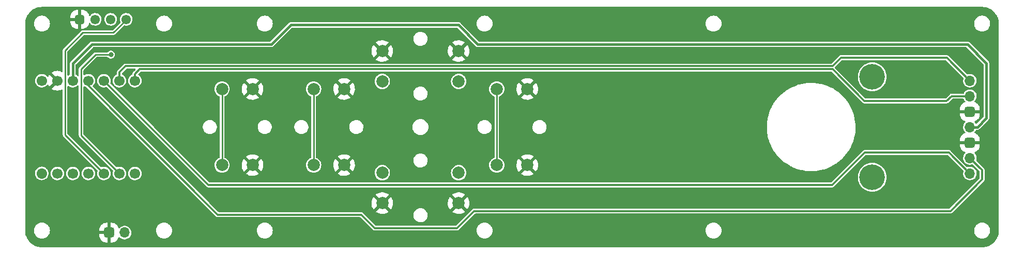
<source format=gbr>
%TF.GenerationSoftware,KiCad,Pcbnew,(6.0.1)*%
%TF.CreationDate,2023-01-24T13:05:26+09:00*%
%TF.ProjectId,yuiopPD_r2,7975696f-7050-4445-9f72-322e6b696361,2*%
%TF.SameCoordinates,Original*%
%TF.FileFunction,Copper,L2,Bot*%
%TF.FilePolarity,Positive*%
%FSLAX46Y46*%
G04 Gerber Fmt 4.6, Leading zero omitted, Abs format (unit mm)*
G04 Created by KiCad (PCBNEW (6.0.1)) date 2023-01-24 13:05:26*
%MOMM*%
%LPD*%
G01*
G04 APERTURE LIST*
G04 Aperture macros list*
%AMRoundRect*
0 Rectangle with rounded corners*
0 $1 Rounding radius*
0 $2 $3 $4 $5 $6 $7 $8 $9 X,Y pos of 4 corners*
0 Add a 4 corners polygon primitive as box body*
4,1,4,$2,$3,$4,$5,$6,$7,$8,$9,$2,$3,0*
0 Add four circle primitives for the rounded corners*
1,1,$1+$1,$2,$3*
1,1,$1+$1,$4,$5*
1,1,$1+$1,$6,$7*
1,1,$1+$1,$8,$9*
0 Add four rect primitives between the rounded corners*
20,1,$1+$1,$2,$3,$4,$5,0*
20,1,$1+$1,$4,$5,$6,$7,0*
20,1,$1+$1,$6,$7,$8,$9,0*
20,1,$1+$1,$8,$9,$2,$3,0*%
%AMFreePoly0*
4,1,31,0.262664,0.808398,0.425000,0.736122,0.568761,0.631673,0.687664,0.499617,0.776514,0.345726,0.831425,0.176725,0.850000,0.000000,0.831425,-0.176725,0.776514,-0.345726,0.687664,-0.499617,0.568761,-0.631673,0.425000,-0.736122,0.262664,-0.808398,0.088849,-0.845344,-0.088849,-0.845344,-0.262664,-0.808398,-0.425000,-0.736122,-0.568761,-0.631673,-0.687664,-0.499617,-0.776514,-0.345726,
-0.831425,-0.176725,-0.850000,0.000000,-0.831425,0.176725,-0.776514,0.345726,-0.687664,0.499617,-0.568761,0.631673,-0.425000,0.736122,-0.262664,0.808398,-0.088849,0.845344,0.088849,0.845344,0.262664,0.808398,0.262664,0.808398,$1*%
G04 Aperture macros list end*
%TA.AperFunction,ComponentPad*%
%ADD10C,2.000000*%
%TD*%
%TA.AperFunction,ComponentPad*%
%ADD11RoundRect,0.425000X0.425000X-0.425000X0.425000X0.425000X-0.425000X0.425000X-0.425000X-0.425000X0*%
%TD*%
%TA.AperFunction,ComponentPad*%
%ADD12O,1.700000X1.700000*%
%TD*%
%TA.AperFunction,ComponentPad*%
%ADD13C,1.550000*%
%TD*%
%TA.AperFunction,ComponentPad*%
%ADD14RoundRect,0.387500X0.387500X0.387500X-0.387500X0.387500X-0.387500X-0.387500X0.387500X-0.387500X0*%
%TD*%
%TA.AperFunction,ComponentPad*%
%ADD15FreePoly0,90.000000*%
%TD*%
%TA.AperFunction,ComponentPad*%
%ADD16C,1.700000*%
%TD*%
%TA.AperFunction,WasherPad*%
%ADD17C,4.200000*%
%TD*%
%TA.AperFunction,ComponentPad*%
%ADD18RoundRect,0.425000X0.425000X0.425000X-0.425000X0.425000X-0.425000X-0.425000X0.425000X-0.425000X0*%
%TD*%
%TA.AperFunction,ViaPad*%
%ADD19C,0.800000*%
%TD*%
%TA.AperFunction,Conductor*%
%ADD20C,0.300000*%
%TD*%
%TA.AperFunction,Conductor*%
%ADD21C,0.400000*%
%TD*%
%TA.AperFunction,Conductor*%
%ADD22C,0.250000*%
%TD*%
G04 APERTURE END LIST*
D10*
%TO.P,SW5,1,1*%
%TO.N,GND*%
X152500000Y-93750000D03*
X152500000Y-106250000D03*
%TO.P,SW5,2,2*%
%TO.N,/UART_TX*%
X147500000Y-93750000D03*
X147500000Y-106250000D03*
%TD*%
D11*
%TO.P,J2,1,Pin_1*%
%TO.N,GND*%
X84000000Y-117350000D03*
D12*
%TO.P,J2,2,Pin_2*%
%TO.N,/UART_TX*%
X86540000Y-117350000D03*
%TD*%
D10*
%TO.P,SW3,1,1*%
%TO.N,GND*%
X141250000Y-87500000D03*
X128750000Y-87500000D03*
%TO.P,SW3,2,2*%
%TO.N,Net-(SW3-Pad2)*%
X128750000Y-92500000D03*
X141250000Y-92500000D03*
%TD*%
D13*
%TO.P,J4,1,Pin_1*%
%TO.N,/SDA*%
X86810000Y-82300000D03*
%TO.P,J4,2,Pin_2*%
%TO.N,/SCL*%
X84270000Y-82300000D03*
%TO.P,J4,3,Pin_3*%
%TO.N,+3V3*%
X81730000Y-82300000D03*
D14*
%TO.P,J4,4,Pin_4*%
%TO.N,GND*%
X79190000Y-82300000D03*
%TD*%
D10*
%TO.P,SW4,1,1*%
%TO.N,GND*%
X128750000Y-112500000D03*
X141250000Y-112500000D03*
%TO.P,SW4,2,2*%
%TO.N,Net-(SW4-Pad2)*%
X128750000Y-107500000D03*
X141250000Y-107500000D03*
%TD*%
D15*
%TO.P,U1,1,PA02_A0_D0*%
%TO.N,Net-(SW1-Pad2)*%
X72980000Y-107620000D03*
D16*
%TO.P,U1,2,PA4_A1_D1*%
%TO.N,Net-(SW2-Pad2)*%
X75520000Y-107620000D03*
%TO.P,U1,3,PA10_A2_D2*%
%TO.N,Net-(SW3-Pad2)*%
X78060000Y-107620000D03*
%TO.P,U1,4,PA11_A3_D3*%
%TO.N,Net-(SW4-Pad2)*%
X80600000Y-107620000D03*
%TO.P,U1,5,PA8_A4_D4_SDA*%
%TO.N,/SDA*%
X83140000Y-107620000D03*
%TO.P,U1,6,PA9_A5_D5_SCL*%
%TO.N,/SCL*%
X85680000Y-107620000D03*
%TO.P,U1,7,PB08_A6_D6_TX*%
%TO.N,/UART_TX*%
X88220000Y-107620000D03*
%TO.P,U1,8,PB09_A7_D7_RX*%
%TO.N,/NCS*%
X88220000Y-92380000D03*
%TO.P,U1,9,PA7_A8_D8_SCK*%
%TO.N,/SCK*%
X85680000Y-92380000D03*
%TO.P,U1,10,PA5_A9_D9_MISO*%
%TO.N,/MISO*%
X83140000Y-92380000D03*
%TO.P,U1,11,PA6_A10_D10_MOSI*%
%TO.N,/MOSI*%
X80600000Y-92380000D03*
%TO.P,U1,12,3V3*%
%TO.N,+3V3*%
X78060000Y-92380000D03*
%TO.P,U1,13,GND*%
%TO.N,GND*%
X75520000Y-92380000D03*
%TO.P,U1,14,5V*%
%TO.N,unconnected-(U1-Pad14)*%
X72980000Y-92380000D03*
%TD*%
D10*
%TO.P,SW2,1,1*%
%TO.N,GND*%
X122500000Y-106250000D03*
X122500000Y-93750000D03*
%TO.P,SW2,2,2*%
%TO.N,Net-(SW2-Pad2)*%
X117500000Y-106250000D03*
X117500000Y-93750000D03*
%TD*%
%TO.P,SW1,1,1*%
%TO.N,GND*%
X107500000Y-93750000D03*
X107500000Y-106250000D03*
%TO.P,SW1,2,2*%
%TO.N,Net-(SW1-Pad2)*%
X102500000Y-93750000D03*
X102500000Y-106250000D03*
%TD*%
D17*
%TO.P,J1,*%
%TO.N,*%
X209000000Y-108250000D03*
X209000000Y-91750000D03*
D12*
%TO.P,J1,1,Pin_1*%
%TO.N,/MISO*%
X225000000Y-107620000D03*
%TO.P,J1,2,Pin_2*%
%TO.N,/MOSI*%
X225000000Y-105080000D03*
D18*
%TO.P,J1,3,Pin_3*%
%TO.N,GND*%
X225000000Y-102540000D03*
D12*
%TO.P,J1,4,Pin_4*%
%TO.N,+3V3*%
X225000000Y-100000000D03*
D18*
%TO.P,J1,5,Pin_5*%
%TO.N,GND*%
X225000000Y-97460000D03*
D12*
%TO.P,J1,6,Pin_6*%
%TO.N,/NCS*%
X225000000Y-94920000D03*
%TO.P,J1,7,Pin_7*%
%TO.N,/SCK*%
X225000000Y-92380000D03*
%TD*%
D19*
%TO.N,/SCL*%
X84300000Y-88100000D03*
%TD*%
D20*
%TO.N,/NCS*%
X221200000Y-95700000D02*
X221980000Y-94920000D01*
X221980000Y-94920000D02*
X225000000Y-94920000D01*
X89000000Y-90500000D02*
X202500000Y-90500000D01*
X207700000Y-95700000D02*
X221200000Y-95700000D01*
X88220000Y-91280000D02*
X89000000Y-90500000D01*
X202500000Y-90500000D02*
X207700000Y-95700000D01*
X88220000Y-92380000D02*
X88220000Y-91280000D01*
%TO.N,/MOSI*%
X227000000Y-107080000D02*
X225000000Y-105080000D01*
X227000000Y-108600000D02*
X227000000Y-107080000D01*
X221800000Y-113800000D02*
X227000000Y-108600000D01*
X127500000Y-116600000D02*
X141000000Y-116600000D01*
X141000000Y-116600000D02*
X143800000Y-113800000D01*
X125300000Y-114400000D02*
X127500000Y-116600000D01*
X143800000Y-113800000D02*
X221800000Y-113800000D01*
X101800000Y-114400000D02*
X125300000Y-114400000D01*
X80600000Y-93200000D02*
X101800000Y-114400000D01*
X80600000Y-92380000D02*
X80600000Y-93200000D01*
%TO.N,/MISO*%
X83140000Y-92380000D02*
X100260480Y-109500480D01*
X221580000Y-104200000D02*
X225000000Y-107620000D01*
X202449520Y-109500480D02*
X207750000Y-104200000D01*
X207750000Y-104200000D02*
X221580000Y-104200000D01*
X100260480Y-109500480D02*
X202449520Y-109500480D01*
D21*
%TO.N,+3V3*%
X81200000Y-86400000D02*
X110600000Y-86400000D01*
X113800000Y-83200000D02*
X141200000Y-83200000D01*
X110600000Y-86400000D02*
X113800000Y-83200000D01*
X78060000Y-92380000D02*
X78060000Y-89540000D01*
X227700000Y-89500000D02*
X227700000Y-98500000D01*
X78060000Y-89540000D02*
X81200000Y-86400000D01*
X224600000Y-86400000D02*
X227700000Y-89500000D01*
X144400000Y-86400000D02*
X224600000Y-86400000D01*
X227700000Y-98500000D02*
X226200000Y-100000000D01*
X226200000Y-100000000D02*
X225000000Y-100000000D01*
X141200000Y-83200000D02*
X144400000Y-86400000D01*
D20*
%TO.N,/SCK*%
X86700000Y-90000000D02*
X202500000Y-90000000D01*
X202500000Y-90000000D02*
X203900000Y-88600000D01*
X85680000Y-91020000D02*
X86700000Y-90000000D01*
X203900000Y-88600000D02*
X221220000Y-88600000D01*
X85680000Y-92380000D02*
X85680000Y-91020000D01*
X221220000Y-88600000D02*
X225000000Y-92380000D01*
D22*
%TO.N,/UART_TX*%
X147500000Y-106250000D02*
X147500000Y-93750000D01*
%TO.N,Net-(SW1-Pad2)*%
X102500000Y-93750000D02*
X102500000Y-106250000D01*
%TO.N,Net-(SW2-Pad2)*%
X117500000Y-93750000D02*
X117500000Y-106250000D01*
%TO.N,/SDA*%
X83140000Y-107620000D02*
X76800000Y-101280000D01*
X86810000Y-82390000D02*
X86810000Y-82300000D01*
X79700000Y-84500000D02*
X84700000Y-84500000D01*
X84700000Y-84500000D02*
X86810000Y-82390000D01*
X76800000Y-87400000D02*
X79700000Y-84500000D01*
X76800000Y-101280000D02*
X76800000Y-87400000D01*
%TO.N,/SCL*%
X81800000Y-88100000D02*
X79425489Y-90474511D01*
X79425489Y-90474511D02*
X79425489Y-101365489D01*
X84300000Y-88100000D02*
X81800000Y-88100000D01*
X79425489Y-101365489D02*
X85680000Y-107620000D01*
%TD*%
%TA.AperFunction,Conductor*%
%TO.N,GND*%
G36*
X226987153Y-80256421D02*
G01*
X227000000Y-80258976D01*
X227012170Y-80256556D01*
X227024581Y-80256556D01*
X227024581Y-80256757D01*
X227035469Y-80255992D01*
X227300393Y-80270870D01*
X227314425Y-80272450D01*
X227459248Y-80297057D01*
X227604066Y-80321663D01*
X227617841Y-80324807D01*
X227704600Y-80349802D01*
X227900156Y-80406141D01*
X227913477Y-80410802D01*
X228184912Y-80523234D01*
X228197635Y-80529361D01*
X228286523Y-80578488D01*
X228454768Y-80671474D01*
X228466731Y-80678991D01*
X228667387Y-80821363D01*
X228706329Y-80848994D01*
X228717377Y-80857804D01*
X228936439Y-81053570D01*
X228946430Y-81063561D01*
X229142196Y-81282623D01*
X229151006Y-81293671D01*
X229321009Y-81533269D01*
X229328526Y-81545232D01*
X229340634Y-81567140D01*
X229453753Y-81771811D01*
X229470637Y-81802361D01*
X229476766Y-81815088D01*
X229589198Y-82086523D01*
X229593859Y-82099844D01*
X229645598Y-82279431D01*
X229675193Y-82382159D01*
X229678337Y-82395934D01*
X229726742Y-82680818D01*
X229727549Y-82685570D01*
X229729130Y-82699607D01*
X229741804Y-82925277D01*
X229744008Y-82964528D01*
X229743243Y-82975419D01*
X229743444Y-82975419D01*
X229743444Y-82987830D01*
X229741024Y-83000000D01*
X229743579Y-83012844D01*
X229746000Y-83037425D01*
X229746000Y-116962575D01*
X229743579Y-116987153D01*
X229741024Y-117000000D01*
X229743444Y-117012170D01*
X229743444Y-117024581D01*
X229743243Y-117024581D01*
X229744008Y-117035469D01*
X229733538Y-117221909D01*
X229729131Y-117300389D01*
X229727550Y-117314425D01*
X229711017Y-117411727D01*
X229678337Y-117604066D01*
X229675193Y-117617841D01*
X229593859Y-117900156D01*
X229589198Y-117913477D01*
X229476768Y-118184908D01*
X229470639Y-118197635D01*
X229451682Y-118231935D01*
X229328526Y-118454768D01*
X229321009Y-118466731D01*
X229151006Y-118706329D01*
X229142196Y-118717377D01*
X228946430Y-118936439D01*
X228936440Y-118946429D01*
X228922236Y-118959123D01*
X228717377Y-119142196D01*
X228706329Y-119151006D01*
X228466731Y-119321009D01*
X228454768Y-119328526D01*
X228197635Y-119470639D01*
X228184912Y-119476766D01*
X227913477Y-119589198D01*
X227900156Y-119593859D01*
X227704600Y-119650198D01*
X227617841Y-119675193D01*
X227604066Y-119678337D01*
X227459248Y-119702943D01*
X227314425Y-119727550D01*
X227300393Y-119729130D01*
X227035469Y-119744008D01*
X227024581Y-119743243D01*
X227024581Y-119743444D01*
X227012170Y-119743444D01*
X227000000Y-119741024D01*
X226987153Y-119743579D01*
X226962575Y-119746000D01*
X73037425Y-119746000D01*
X73012847Y-119743579D01*
X73000000Y-119741024D01*
X72987830Y-119743444D01*
X72975419Y-119743444D01*
X72975419Y-119743243D01*
X72964531Y-119744008D01*
X72699607Y-119729130D01*
X72685575Y-119727550D01*
X72540752Y-119702943D01*
X72395934Y-119678337D01*
X72382159Y-119675193D01*
X72295400Y-119650198D01*
X72099844Y-119593859D01*
X72086523Y-119589198D01*
X71815088Y-119476766D01*
X71802365Y-119470639D01*
X71545232Y-119328526D01*
X71533269Y-119321009D01*
X71293671Y-119151006D01*
X71282623Y-119142196D01*
X71077765Y-118959123D01*
X71063560Y-118946429D01*
X71053570Y-118936439D01*
X70857804Y-118717377D01*
X70848994Y-118706329D01*
X70678991Y-118466731D01*
X70671474Y-118454768D01*
X70548318Y-118231935D01*
X70529361Y-118197635D01*
X70523232Y-118184908D01*
X70410802Y-117913477D01*
X70406141Y-117900156D01*
X70324807Y-117617841D01*
X70321663Y-117604066D01*
X70288983Y-117411727D01*
X70272450Y-117314425D01*
X70270869Y-117300389D01*
X70266462Y-117221909D01*
X70255992Y-117035469D01*
X70256757Y-117024581D01*
X70256556Y-117024581D01*
X70256556Y-117012170D01*
X70258976Y-117000000D01*
X71690517Y-117000000D01*
X71710411Y-117227389D01*
X71711835Y-117232703D01*
X71711835Y-117232704D01*
X71759804Y-117411727D01*
X71769488Y-117447870D01*
X71771810Y-117452850D01*
X71771811Y-117452852D01*
X71863628Y-117649754D01*
X71863629Y-117649755D01*
X71865954Y-117654741D01*
X71939257Y-117759428D01*
X71968482Y-117801165D01*
X71996878Y-117841719D01*
X72158281Y-118003122D01*
X72162789Y-118006279D01*
X72162792Y-118006281D01*
X72240572Y-118060743D01*
X72345259Y-118134046D01*
X72350241Y-118136369D01*
X72350246Y-118136372D01*
X72503857Y-118208002D01*
X72552130Y-118230512D01*
X72557438Y-118231934D01*
X72557440Y-118231935D01*
X72688202Y-118266972D01*
X72772611Y-118289589D01*
X72871972Y-118298282D01*
X72940320Y-118304262D01*
X72940327Y-118304262D01*
X72943044Y-118304500D01*
X73056956Y-118304500D01*
X73059673Y-118304262D01*
X73059680Y-118304262D01*
X73128028Y-118298282D01*
X73227389Y-118289589D01*
X73311798Y-118266972D01*
X73442560Y-118231935D01*
X73442562Y-118231934D01*
X73447870Y-118230512D01*
X73496143Y-118208002D01*
X73649754Y-118136372D01*
X73649759Y-118136369D01*
X73654741Y-118134046D01*
X73759428Y-118060743D01*
X73837208Y-118006281D01*
X73837211Y-118006279D01*
X73841719Y-118003122D01*
X74001208Y-117843633D01*
X82388001Y-117843633D01*
X82388169Y-117848235D01*
X82395025Y-117941950D01*
X82396607Y-117952089D01*
X82445160Y-118153549D01*
X82448870Y-118164447D01*
X82533063Y-118353106D01*
X82538699Y-118363148D01*
X82655865Y-118533307D01*
X82663228Y-118542145D01*
X82809444Y-118688107D01*
X82818302Y-118695461D01*
X82988657Y-118812323D01*
X82998720Y-118817947D01*
X83187521Y-118901809D01*
X83198421Y-118905499D01*
X83399975Y-118953702D01*
X83410096Y-118955264D01*
X83501813Y-118961839D01*
X83506326Y-118962000D01*
X83727885Y-118962000D01*
X83743124Y-118957525D01*
X83744329Y-118956135D01*
X83746000Y-118948452D01*
X83746000Y-118943884D01*
X84254000Y-118943884D01*
X84258475Y-118959123D01*
X84259865Y-118960328D01*
X84267548Y-118961999D01*
X84493633Y-118961999D01*
X84498235Y-118961831D01*
X84591950Y-118954975D01*
X84602089Y-118953393D01*
X84803549Y-118904840D01*
X84814447Y-118901130D01*
X85003106Y-118816937D01*
X85013148Y-118811301D01*
X85183307Y-118694135D01*
X85192145Y-118686772D01*
X85338107Y-118540556D01*
X85345461Y-118531698D01*
X85462323Y-118361343D01*
X85467947Y-118351280D01*
X85550614Y-118165170D01*
X85596546Y-118111034D01*
X85664456Y-118090325D01*
X85732781Y-118109618D01*
X85753683Y-118126062D01*
X85841938Y-118212035D01*
X86010720Y-118324812D01*
X86016023Y-118327090D01*
X86016026Y-118327092D01*
X86104707Y-118365192D01*
X86197228Y-118404942D01*
X86270244Y-118421464D01*
X86389579Y-118448467D01*
X86389584Y-118448468D01*
X86395216Y-118449742D01*
X86400987Y-118449969D01*
X86400989Y-118449969D01*
X86460756Y-118452317D01*
X86598053Y-118457712D01*
X86698499Y-118443148D01*
X86793231Y-118429413D01*
X86793236Y-118429412D01*
X86798945Y-118428584D01*
X86804409Y-118426729D01*
X86804414Y-118426728D01*
X86985693Y-118365192D01*
X86985698Y-118365190D01*
X86991165Y-118363334D01*
X87009429Y-118353106D01*
X87065683Y-118321602D01*
X87168276Y-118264147D01*
X87207007Y-118231935D01*
X87319913Y-118138031D01*
X87324345Y-118134345D01*
X87430323Y-118006921D01*
X87450453Y-117982718D01*
X87450455Y-117982715D01*
X87454147Y-117978276D01*
X87553334Y-117801165D01*
X87555190Y-117795698D01*
X87555192Y-117795693D01*
X87616728Y-117614414D01*
X87616729Y-117614409D01*
X87618584Y-117608945D01*
X87619412Y-117603236D01*
X87619413Y-117603231D01*
X87647179Y-117411727D01*
X87647712Y-117408053D01*
X87649232Y-117350000D01*
X87630658Y-117147859D01*
X87629090Y-117142299D01*
X87588957Y-117000000D01*
X91690517Y-117000000D01*
X91710411Y-117227389D01*
X91711835Y-117232703D01*
X91711835Y-117232704D01*
X91759804Y-117411727D01*
X91769488Y-117447870D01*
X91771810Y-117452850D01*
X91771811Y-117452852D01*
X91863628Y-117649754D01*
X91863629Y-117649755D01*
X91865954Y-117654741D01*
X91939257Y-117759428D01*
X91968482Y-117801165D01*
X91996878Y-117841719D01*
X92158281Y-118003122D01*
X92162789Y-118006279D01*
X92162792Y-118006281D01*
X92240572Y-118060743D01*
X92345259Y-118134046D01*
X92350241Y-118136369D01*
X92350246Y-118136372D01*
X92503857Y-118208002D01*
X92552130Y-118230512D01*
X92557438Y-118231934D01*
X92557440Y-118231935D01*
X92688202Y-118266972D01*
X92772611Y-118289589D01*
X92871972Y-118298282D01*
X92940320Y-118304262D01*
X92940327Y-118304262D01*
X92943044Y-118304500D01*
X93056956Y-118304500D01*
X93059673Y-118304262D01*
X93059680Y-118304262D01*
X93128028Y-118298282D01*
X93227389Y-118289589D01*
X93311798Y-118266972D01*
X93442560Y-118231935D01*
X93442562Y-118231934D01*
X93447870Y-118230512D01*
X93496143Y-118208002D01*
X93649754Y-118136372D01*
X93649759Y-118136369D01*
X93654741Y-118134046D01*
X93759428Y-118060743D01*
X93837208Y-118006281D01*
X93837211Y-118006279D01*
X93841719Y-118003122D01*
X94003122Y-117841719D01*
X94027988Y-117806208D01*
X94130889Y-117659250D01*
X94130890Y-117659249D01*
X94134046Y-117654742D01*
X94136369Y-117649760D01*
X94136372Y-117649755D01*
X94228189Y-117452852D01*
X94228190Y-117452851D01*
X94230512Y-117447870D01*
X94240197Y-117411727D01*
X94288165Y-117232704D01*
X94288165Y-117232703D01*
X94289589Y-117227389D01*
X94309483Y-117000000D01*
X108190517Y-117000000D01*
X108210411Y-117227389D01*
X108211835Y-117232703D01*
X108211835Y-117232704D01*
X108259804Y-117411727D01*
X108269488Y-117447870D01*
X108271810Y-117452850D01*
X108271811Y-117452852D01*
X108363628Y-117649754D01*
X108363629Y-117649755D01*
X108365954Y-117654741D01*
X108439257Y-117759428D01*
X108468482Y-117801165D01*
X108496878Y-117841719D01*
X108658281Y-118003122D01*
X108662789Y-118006279D01*
X108662792Y-118006281D01*
X108740572Y-118060743D01*
X108845259Y-118134046D01*
X108850241Y-118136369D01*
X108850246Y-118136372D01*
X109003857Y-118208002D01*
X109052130Y-118230512D01*
X109057438Y-118231934D01*
X109057440Y-118231935D01*
X109188202Y-118266972D01*
X109272611Y-118289589D01*
X109371972Y-118298282D01*
X109440320Y-118304262D01*
X109440327Y-118304262D01*
X109443044Y-118304500D01*
X109556956Y-118304500D01*
X109559673Y-118304262D01*
X109559680Y-118304262D01*
X109628028Y-118298282D01*
X109727389Y-118289589D01*
X109811798Y-118266972D01*
X109942560Y-118231935D01*
X109942562Y-118231934D01*
X109947870Y-118230512D01*
X109996143Y-118208002D01*
X110149754Y-118136372D01*
X110149759Y-118136369D01*
X110154741Y-118134046D01*
X110259428Y-118060743D01*
X110337208Y-118006281D01*
X110337211Y-118006279D01*
X110341719Y-118003122D01*
X110503122Y-117841719D01*
X110527988Y-117806208D01*
X110630889Y-117659250D01*
X110630890Y-117659249D01*
X110634046Y-117654742D01*
X110636369Y-117649760D01*
X110636372Y-117649755D01*
X110728189Y-117452852D01*
X110728190Y-117452851D01*
X110730512Y-117447870D01*
X110740197Y-117411727D01*
X110788165Y-117232704D01*
X110788165Y-117232703D01*
X110789589Y-117227389D01*
X110809483Y-117000000D01*
X110789589Y-116772611D01*
X110730512Y-116552130D01*
X110643134Y-116364748D01*
X110636372Y-116350246D01*
X110636369Y-116350241D01*
X110634046Y-116345259D01*
X110510139Y-116168302D01*
X110506281Y-116162792D01*
X110506279Y-116162789D01*
X110503122Y-116158281D01*
X110341719Y-115996878D01*
X110154741Y-115865954D01*
X110149759Y-115863631D01*
X110149754Y-115863628D01*
X109952852Y-115771811D01*
X109952850Y-115771810D01*
X109947870Y-115769488D01*
X109942562Y-115768066D01*
X109942560Y-115768065D01*
X109732704Y-115711835D01*
X109732703Y-115711835D01*
X109727389Y-115710411D01*
X109628028Y-115701718D01*
X109559680Y-115695738D01*
X109559673Y-115695738D01*
X109556956Y-115695500D01*
X109443044Y-115695500D01*
X109440327Y-115695738D01*
X109440320Y-115695738D01*
X109371972Y-115701718D01*
X109272611Y-115710411D01*
X109267297Y-115711835D01*
X109267296Y-115711835D01*
X109057440Y-115768065D01*
X109057438Y-115768066D01*
X109052130Y-115769488D01*
X109047150Y-115771810D01*
X109047148Y-115771811D01*
X108850246Y-115863628D01*
X108850241Y-115863631D01*
X108845259Y-115865954D01*
X108658281Y-115996878D01*
X108496878Y-116158281D01*
X108493721Y-116162790D01*
X108493719Y-116162792D01*
X108470817Y-116195500D01*
X108365954Y-116345258D01*
X108363631Y-116350240D01*
X108363628Y-116350245D01*
X108317272Y-116449657D01*
X108269488Y-116552130D01*
X108210411Y-116772611D01*
X108190517Y-117000000D01*
X94309483Y-117000000D01*
X94289589Y-116772611D01*
X94230512Y-116552130D01*
X94143134Y-116364748D01*
X94136372Y-116350246D01*
X94136369Y-116350241D01*
X94134046Y-116345259D01*
X94010139Y-116168302D01*
X94006281Y-116162792D01*
X94006279Y-116162789D01*
X94003122Y-116158281D01*
X93841719Y-115996878D01*
X93654741Y-115865954D01*
X93649759Y-115863631D01*
X93649754Y-115863628D01*
X93452852Y-115771811D01*
X93452850Y-115771810D01*
X93447870Y-115769488D01*
X93442562Y-115768066D01*
X93442560Y-115768065D01*
X93232704Y-115711835D01*
X93232703Y-115711835D01*
X93227389Y-115710411D01*
X93128028Y-115701718D01*
X93059680Y-115695738D01*
X93059673Y-115695738D01*
X93056956Y-115695500D01*
X92943044Y-115695500D01*
X92940327Y-115695738D01*
X92940320Y-115695738D01*
X92871972Y-115701718D01*
X92772611Y-115710411D01*
X92767297Y-115711835D01*
X92767296Y-115711835D01*
X92557440Y-115768065D01*
X92557438Y-115768066D01*
X92552130Y-115769488D01*
X92547150Y-115771810D01*
X92547148Y-115771811D01*
X92350246Y-115863628D01*
X92350241Y-115863631D01*
X92345259Y-115865954D01*
X92158281Y-115996878D01*
X91996878Y-116158281D01*
X91993721Y-116162790D01*
X91993719Y-116162792D01*
X91970817Y-116195500D01*
X91865954Y-116345258D01*
X91863631Y-116350240D01*
X91863628Y-116350245D01*
X91817272Y-116449657D01*
X91769488Y-116552130D01*
X91710411Y-116772611D01*
X91690517Y-117000000D01*
X87588957Y-117000000D01*
X87577125Y-116958046D01*
X87577124Y-116958044D01*
X87575557Y-116952487D01*
X87570117Y-116941454D01*
X87488331Y-116775609D01*
X87485776Y-116770428D01*
X87364320Y-116607779D01*
X87215258Y-116469987D01*
X87210375Y-116466906D01*
X87210371Y-116466903D01*
X87048464Y-116364748D01*
X87043581Y-116361667D01*
X86855039Y-116286446D01*
X86849379Y-116285320D01*
X86849375Y-116285319D01*
X86661613Y-116247971D01*
X86661610Y-116247971D01*
X86655946Y-116246844D01*
X86650171Y-116246768D01*
X86650167Y-116246768D01*
X86548793Y-116245441D01*
X86452971Y-116244187D01*
X86447274Y-116245166D01*
X86447273Y-116245166D01*
X86258607Y-116277585D01*
X86252910Y-116278564D01*
X86062463Y-116348824D01*
X85888010Y-116452612D01*
X85883670Y-116456418D01*
X85883666Y-116456421D01*
X85747778Y-116575593D01*
X85683374Y-116605470D01*
X85613041Y-116595784D01*
X85559109Y-116549612D01*
X85549638Y-116532210D01*
X85466937Y-116346894D01*
X85461301Y-116336852D01*
X85344135Y-116166693D01*
X85336772Y-116157855D01*
X85190556Y-116011893D01*
X85181698Y-116004539D01*
X85011343Y-115887677D01*
X85001280Y-115882053D01*
X84812479Y-115798191D01*
X84801579Y-115794501D01*
X84600025Y-115746298D01*
X84589904Y-115744736D01*
X84498187Y-115738161D01*
X84493674Y-115738000D01*
X84272115Y-115738000D01*
X84256876Y-115742475D01*
X84255671Y-115743865D01*
X84254000Y-115751548D01*
X84254000Y-118943884D01*
X83746000Y-118943884D01*
X83746000Y-117622115D01*
X83741525Y-117606876D01*
X83740135Y-117605671D01*
X83732452Y-117604000D01*
X82406116Y-117604000D01*
X82390877Y-117608475D01*
X82389672Y-117609865D01*
X82388001Y-117617548D01*
X82388001Y-117843633D01*
X74001208Y-117843633D01*
X74003122Y-117841719D01*
X74027988Y-117806208D01*
X74130889Y-117659250D01*
X74130890Y-117659249D01*
X74134046Y-117654742D01*
X74136369Y-117649760D01*
X74136372Y-117649755D01*
X74228189Y-117452852D01*
X74228190Y-117452851D01*
X74230512Y-117447870D01*
X74240197Y-117411727D01*
X74288165Y-117232704D01*
X74288165Y-117232703D01*
X74289589Y-117227389D01*
X74302669Y-117077885D01*
X82388000Y-117077885D01*
X82392475Y-117093124D01*
X82393865Y-117094329D01*
X82401548Y-117096000D01*
X83727885Y-117096000D01*
X83743124Y-117091525D01*
X83744329Y-117090135D01*
X83746000Y-117082452D01*
X83746000Y-115756116D01*
X83741525Y-115740877D01*
X83740135Y-115739672D01*
X83732452Y-115738001D01*
X83506368Y-115738001D01*
X83501765Y-115738169D01*
X83408050Y-115745025D01*
X83397911Y-115746607D01*
X83196451Y-115795160D01*
X83185553Y-115798870D01*
X82996894Y-115883063D01*
X82986852Y-115888699D01*
X82816693Y-116005865D01*
X82807855Y-116013228D01*
X82661893Y-116159444D01*
X82654539Y-116168302D01*
X82537677Y-116338657D01*
X82532053Y-116348720D01*
X82448191Y-116537521D01*
X82444501Y-116548421D01*
X82396298Y-116749975D01*
X82394736Y-116760096D01*
X82388161Y-116851813D01*
X82388000Y-116856326D01*
X82388000Y-117077885D01*
X74302669Y-117077885D01*
X74309483Y-117000000D01*
X74289589Y-116772611D01*
X74230512Y-116552130D01*
X74143134Y-116364748D01*
X74136372Y-116350246D01*
X74136369Y-116350241D01*
X74134046Y-116345259D01*
X74010139Y-116168302D01*
X74006281Y-116162792D01*
X74006279Y-116162789D01*
X74003122Y-116158281D01*
X73841719Y-115996878D01*
X73654741Y-115865954D01*
X73649759Y-115863631D01*
X73649754Y-115863628D01*
X73452852Y-115771811D01*
X73452850Y-115771810D01*
X73447870Y-115769488D01*
X73442562Y-115768066D01*
X73442560Y-115768065D01*
X73232704Y-115711835D01*
X73232703Y-115711835D01*
X73227389Y-115710411D01*
X73128028Y-115701718D01*
X73059680Y-115695738D01*
X73059673Y-115695738D01*
X73056956Y-115695500D01*
X72943044Y-115695500D01*
X72940327Y-115695738D01*
X72940320Y-115695738D01*
X72871972Y-115701718D01*
X72772611Y-115710411D01*
X72767297Y-115711835D01*
X72767296Y-115711835D01*
X72557440Y-115768065D01*
X72557438Y-115768066D01*
X72552130Y-115769488D01*
X72547150Y-115771810D01*
X72547148Y-115771811D01*
X72350246Y-115863628D01*
X72350241Y-115863631D01*
X72345259Y-115865954D01*
X72158281Y-115996878D01*
X71996878Y-116158281D01*
X71993721Y-116162790D01*
X71993719Y-116162792D01*
X71970817Y-116195500D01*
X71865954Y-116345258D01*
X71863631Y-116350240D01*
X71863628Y-116350245D01*
X71817272Y-116449657D01*
X71769488Y-116552130D01*
X71710411Y-116772611D01*
X71690517Y-117000000D01*
X70258976Y-117000000D01*
X70256421Y-116987153D01*
X70254000Y-116962575D01*
X70254000Y-107709339D01*
X71870514Y-107709339D01*
X71876184Y-107763289D01*
X71913333Y-107938061D01*
X71930097Y-107989654D01*
X71931437Y-107992663D01*
X71931439Y-107992669D01*
X71941540Y-108015356D01*
X72002772Y-108152884D01*
X72004425Y-108155747D01*
X72028242Y-108197000D01*
X72028247Y-108197008D01*
X72029895Y-108199862D01*
X72031837Y-108202535D01*
X72065070Y-108248276D01*
X72134918Y-108344415D01*
X72171218Y-108384731D01*
X72173658Y-108386928D01*
X72265205Y-108469356D01*
X72304002Y-108504289D01*
X72306673Y-108506230D01*
X72306681Y-108506236D01*
X72336095Y-108527605D01*
X72347888Y-108536173D01*
X72502627Y-108625512D01*
X72505649Y-108626857D01*
X72505648Y-108626857D01*
X72549165Y-108646233D01*
X72549175Y-108646237D01*
X72552185Y-108647577D01*
X72722117Y-108702791D01*
X72725342Y-108703476D01*
X72725344Y-108703477D01*
X72771950Y-108713383D01*
X72775178Y-108714069D01*
X72952876Y-108732746D01*
X73007124Y-108732746D01*
X73184822Y-108714069D01*
X73188050Y-108713383D01*
X73234656Y-108703477D01*
X73234658Y-108703476D01*
X73237883Y-108702791D01*
X73407815Y-108647577D01*
X73410825Y-108646237D01*
X73410835Y-108646233D01*
X73454352Y-108626857D01*
X73454351Y-108626857D01*
X73457373Y-108625512D01*
X73612112Y-108536173D01*
X73623905Y-108527605D01*
X73653319Y-108506236D01*
X73653327Y-108506230D01*
X73655998Y-108504289D01*
X73694796Y-108469356D01*
X73786342Y-108386928D01*
X73788782Y-108384731D01*
X73825082Y-108344415D01*
X73894931Y-108248276D01*
X73928163Y-108202535D01*
X73930105Y-108199862D01*
X73931753Y-108197008D01*
X73931758Y-108197000D01*
X73955575Y-108155747D01*
X73957228Y-108152884D01*
X74018460Y-108015356D01*
X74028561Y-107992669D01*
X74028563Y-107992663D01*
X74029903Y-107989654D01*
X74046667Y-107938061D01*
X74083816Y-107763289D01*
X74089486Y-107709339D01*
X74089486Y-107590964D01*
X74411148Y-107590964D01*
X74424424Y-107793522D01*
X74425845Y-107799118D01*
X74425846Y-107799123D01*
X74472971Y-107984674D01*
X74474392Y-107990269D01*
X74476809Y-107995512D01*
X74514010Y-108076208D01*
X74559377Y-108174616D01*
X74562710Y-108179332D01*
X74657427Y-108313354D01*
X74676533Y-108340389D01*
X74821938Y-108482035D01*
X74990720Y-108594812D01*
X74996023Y-108597090D01*
X74996026Y-108597092D01*
X75128826Y-108654147D01*
X75177228Y-108674942D01*
X75250244Y-108691464D01*
X75369579Y-108718467D01*
X75369584Y-108718468D01*
X75375216Y-108719742D01*
X75380987Y-108719969D01*
X75380989Y-108719969D01*
X75440756Y-108722317D01*
X75578053Y-108727712D01*
X75678499Y-108713148D01*
X75773231Y-108699413D01*
X75773236Y-108699412D01*
X75778945Y-108698584D01*
X75784409Y-108696729D01*
X75784414Y-108696728D01*
X75965693Y-108635192D01*
X75965698Y-108635190D01*
X75971165Y-108633334D01*
X75985133Y-108625512D01*
X76053147Y-108587422D01*
X76148276Y-108534147D01*
X76210934Y-108482035D01*
X76299913Y-108408031D01*
X76304345Y-108404345D01*
X76387015Y-108304946D01*
X76430453Y-108252718D01*
X76430455Y-108252715D01*
X76434147Y-108248276D01*
X76533334Y-108071165D01*
X76535190Y-108065698D01*
X76535192Y-108065693D01*
X76596728Y-107884414D01*
X76596729Y-107884409D01*
X76598584Y-107878945D01*
X76599412Y-107873236D01*
X76599413Y-107873231D01*
X76622616Y-107713197D01*
X76627712Y-107678053D01*
X76629232Y-107620000D01*
X76626564Y-107590964D01*
X76951148Y-107590964D01*
X76964424Y-107793522D01*
X76965845Y-107799118D01*
X76965846Y-107799123D01*
X77012971Y-107984674D01*
X77014392Y-107990269D01*
X77016809Y-107995512D01*
X77054010Y-108076208D01*
X77099377Y-108174616D01*
X77102710Y-108179332D01*
X77197427Y-108313354D01*
X77216533Y-108340389D01*
X77361938Y-108482035D01*
X77530720Y-108594812D01*
X77536023Y-108597090D01*
X77536026Y-108597092D01*
X77668826Y-108654147D01*
X77717228Y-108674942D01*
X77790244Y-108691464D01*
X77909579Y-108718467D01*
X77909584Y-108718468D01*
X77915216Y-108719742D01*
X77920987Y-108719969D01*
X77920989Y-108719969D01*
X77980756Y-108722317D01*
X78118053Y-108727712D01*
X78218499Y-108713148D01*
X78313231Y-108699413D01*
X78313236Y-108699412D01*
X78318945Y-108698584D01*
X78324409Y-108696729D01*
X78324414Y-108696728D01*
X78505693Y-108635192D01*
X78505698Y-108635190D01*
X78511165Y-108633334D01*
X78525133Y-108625512D01*
X78593147Y-108587422D01*
X78688276Y-108534147D01*
X78750934Y-108482035D01*
X78839913Y-108408031D01*
X78844345Y-108404345D01*
X78927015Y-108304946D01*
X78970453Y-108252718D01*
X78970455Y-108252715D01*
X78974147Y-108248276D01*
X79073334Y-108071165D01*
X79075190Y-108065698D01*
X79075192Y-108065693D01*
X79136728Y-107884414D01*
X79136729Y-107884409D01*
X79138584Y-107878945D01*
X79139412Y-107873236D01*
X79139413Y-107873231D01*
X79162616Y-107713197D01*
X79167712Y-107678053D01*
X79169232Y-107620000D01*
X79166564Y-107590964D01*
X79491148Y-107590964D01*
X79504424Y-107793522D01*
X79505845Y-107799118D01*
X79505846Y-107799123D01*
X79552971Y-107984674D01*
X79554392Y-107990269D01*
X79556809Y-107995512D01*
X79594010Y-108076208D01*
X79639377Y-108174616D01*
X79642710Y-108179332D01*
X79737427Y-108313354D01*
X79756533Y-108340389D01*
X79901938Y-108482035D01*
X80070720Y-108594812D01*
X80076023Y-108597090D01*
X80076026Y-108597092D01*
X80208826Y-108654147D01*
X80257228Y-108674942D01*
X80330244Y-108691464D01*
X80449579Y-108718467D01*
X80449584Y-108718468D01*
X80455216Y-108719742D01*
X80460987Y-108719969D01*
X80460989Y-108719969D01*
X80520756Y-108722317D01*
X80658053Y-108727712D01*
X80758499Y-108713148D01*
X80853231Y-108699413D01*
X80853236Y-108699412D01*
X80858945Y-108698584D01*
X80864409Y-108696729D01*
X80864414Y-108696728D01*
X81045693Y-108635192D01*
X81045698Y-108635190D01*
X81051165Y-108633334D01*
X81065133Y-108625512D01*
X81133147Y-108587422D01*
X81228276Y-108534147D01*
X81290934Y-108482035D01*
X81379913Y-108408031D01*
X81384345Y-108404345D01*
X81467015Y-108304946D01*
X81510453Y-108252718D01*
X81510455Y-108252715D01*
X81514147Y-108248276D01*
X81613334Y-108071165D01*
X81615190Y-108065698D01*
X81615192Y-108065693D01*
X81676728Y-107884414D01*
X81676729Y-107884409D01*
X81678584Y-107878945D01*
X81679412Y-107873236D01*
X81679413Y-107873231D01*
X81702616Y-107713197D01*
X81707712Y-107678053D01*
X81709232Y-107620000D01*
X81690658Y-107417859D01*
X81689090Y-107412299D01*
X81637125Y-107228046D01*
X81637124Y-107228044D01*
X81635557Y-107222487D01*
X81631705Y-107214674D01*
X81548331Y-107045609D01*
X81545776Y-107040428D01*
X81527486Y-107015934D01*
X81488140Y-106963244D01*
X81424320Y-106877779D01*
X81275258Y-106739987D01*
X81270375Y-106736906D01*
X81270371Y-106736903D01*
X81108464Y-106634748D01*
X81103581Y-106631667D01*
X80915039Y-106556446D01*
X80909379Y-106555320D01*
X80909375Y-106555319D01*
X80721613Y-106517971D01*
X80721610Y-106517971D01*
X80715946Y-106516844D01*
X80710171Y-106516768D01*
X80710167Y-106516768D01*
X80608793Y-106515441D01*
X80512971Y-106514187D01*
X80507274Y-106515166D01*
X80507273Y-106515166D01*
X80367271Y-106539223D01*
X80312910Y-106548564D01*
X80122463Y-106618824D01*
X79948010Y-106722612D01*
X79943670Y-106726418D01*
X79943666Y-106726421D01*
X79856024Y-106803282D01*
X79795392Y-106856455D01*
X79791817Y-106860990D01*
X79791816Y-106860991D01*
X79778581Y-106877779D01*
X79669720Y-107015869D01*
X79667031Y-107020980D01*
X79667029Y-107020983D01*
X79654073Y-107045609D01*
X79575203Y-107195515D01*
X79515007Y-107389378D01*
X79491148Y-107590964D01*
X79166564Y-107590964D01*
X79150658Y-107417859D01*
X79149090Y-107412299D01*
X79097125Y-107228046D01*
X79097124Y-107228044D01*
X79095557Y-107222487D01*
X79091705Y-107214674D01*
X79008331Y-107045609D01*
X79005776Y-107040428D01*
X78987486Y-107015934D01*
X78948140Y-106963244D01*
X78884320Y-106877779D01*
X78735258Y-106739987D01*
X78730375Y-106736906D01*
X78730371Y-106736903D01*
X78568464Y-106634748D01*
X78563581Y-106631667D01*
X78375039Y-106556446D01*
X78369379Y-106555320D01*
X78369375Y-106555319D01*
X78181613Y-106517971D01*
X78181610Y-106517971D01*
X78175946Y-106516844D01*
X78170171Y-106516768D01*
X78170167Y-106516768D01*
X78068793Y-106515441D01*
X77972971Y-106514187D01*
X77967274Y-106515166D01*
X77967273Y-106515166D01*
X77827271Y-106539223D01*
X77772910Y-106548564D01*
X77582463Y-106618824D01*
X77408010Y-106722612D01*
X77403670Y-106726418D01*
X77403666Y-106726421D01*
X77316024Y-106803282D01*
X77255392Y-106856455D01*
X77251817Y-106860990D01*
X77251816Y-106860991D01*
X77238581Y-106877779D01*
X77129720Y-107015869D01*
X77127031Y-107020980D01*
X77127029Y-107020983D01*
X77114073Y-107045609D01*
X77035203Y-107195515D01*
X76975007Y-107389378D01*
X76951148Y-107590964D01*
X76626564Y-107590964D01*
X76610658Y-107417859D01*
X76609090Y-107412299D01*
X76557125Y-107228046D01*
X76557124Y-107228044D01*
X76555557Y-107222487D01*
X76551705Y-107214674D01*
X76468331Y-107045609D01*
X76465776Y-107040428D01*
X76447486Y-107015934D01*
X76408140Y-106963244D01*
X76344320Y-106877779D01*
X76195258Y-106739987D01*
X76190375Y-106736906D01*
X76190371Y-106736903D01*
X76028464Y-106634748D01*
X76023581Y-106631667D01*
X75835039Y-106556446D01*
X75829379Y-106555320D01*
X75829375Y-106555319D01*
X75641613Y-106517971D01*
X75641610Y-106517971D01*
X75635946Y-106516844D01*
X75630171Y-106516768D01*
X75630167Y-106516768D01*
X75528793Y-106515441D01*
X75432971Y-106514187D01*
X75427274Y-106515166D01*
X75427273Y-106515166D01*
X75287271Y-106539223D01*
X75232910Y-106548564D01*
X75042463Y-106618824D01*
X74868010Y-106722612D01*
X74863670Y-106726418D01*
X74863666Y-106726421D01*
X74776024Y-106803282D01*
X74715392Y-106856455D01*
X74711817Y-106860990D01*
X74711816Y-106860991D01*
X74698581Y-106877779D01*
X74589720Y-107015869D01*
X74587031Y-107020980D01*
X74587029Y-107020983D01*
X74574073Y-107045609D01*
X74495203Y-107195515D01*
X74435007Y-107389378D01*
X74411148Y-107590964D01*
X74089486Y-107590964D01*
X74089486Y-107530661D01*
X74083816Y-107476711D01*
X74046667Y-107301939D01*
X74045159Y-107297295D01*
X74036143Y-107269551D01*
X74029903Y-107250346D01*
X74027488Y-107244920D01*
X73958571Y-107090132D01*
X73958570Y-107090129D01*
X73957228Y-107087116D01*
X73954400Y-107082217D01*
X73931758Y-107043000D01*
X73931753Y-107042992D01*
X73930105Y-107040138D01*
X73909176Y-107011332D01*
X73827027Y-106898262D01*
X73827026Y-106898261D01*
X73825082Y-106895585D01*
X73798305Y-106865845D01*
X73790978Y-106857708D01*
X73788782Y-106855269D01*
X73703003Y-106778034D01*
X73658454Y-106737922D01*
X73658450Y-106737919D01*
X73655998Y-106735711D01*
X73653327Y-106733770D01*
X73653319Y-106733764D01*
X73614793Y-106705775D01*
X73612112Y-106703827D01*
X73580695Y-106685688D01*
X73562861Y-106675392D01*
X73457373Y-106614488D01*
X73440050Y-106606775D01*
X73410835Y-106593767D01*
X73410825Y-106593763D01*
X73407815Y-106592423D01*
X73237883Y-106537209D01*
X73234658Y-106536524D01*
X73234656Y-106536523D01*
X73188050Y-106526617D01*
X73188048Y-106526617D01*
X73184822Y-106525931D01*
X73007124Y-106507254D01*
X72952876Y-106507254D01*
X72775178Y-106525931D01*
X72771952Y-106526617D01*
X72771950Y-106526617D01*
X72725344Y-106536523D01*
X72725342Y-106536524D01*
X72722117Y-106537209D01*
X72552185Y-106592423D01*
X72549175Y-106593763D01*
X72549165Y-106593767D01*
X72519950Y-106606775D01*
X72502627Y-106614488D01*
X72397139Y-106675392D01*
X72379306Y-106685688D01*
X72347888Y-106703827D01*
X72345207Y-106705775D01*
X72306681Y-106733764D01*
X72306673Y-106733770D01*
X72304002Y-106735711D01*
X72301550Y-106737919D01*
X72301546Y-106737922D01*
X72256997Y-106778034D01*
X72171218Y-106855269D01*
X72169022Y-106857708D01*
X72161696Y-106865845D01*
X72134918Y-106895585D01*
X72132974Y-106898261D01*
X72132973Y-106898262D01*
X72050824Y-107011332D01*
X72029895Y-107040138D01*
X72028247Y-107042992D01*
X72028242Y-107043000D01*
X72005600Y-107082217D01*
X72002772Y-107087116D01*
X72001430Y-107090129D01*
X72001429Y-107090132D01*
X71932513Y-107244920D01*
X71930097Y-107250346D01*
X71923857Y-107269551D01*
X71914842Y-107297295D01*
X71913333Y-107301939D01*
X71876184Y-107476711D01*
X71870514Y-107530661D01*
X71870514Y-107709339D01*
X70254000Y-107709339D01*
X70254000Y-92350964D01*
X71871148Y-92350964D01*
X71884424Y-92553522D01*
X71885845Y-92559118D01*
X71885846Y-92559123D01*
X71923541Y-92707545D01*
X71934392Y-92750269D01*
X71936809Y-92755512D01*
X71974010Y-92836208D01*
X72019377Y-92934616D01*
X72022710Y-92939332D01*
X72127541Y-93087665D01*
X72136533Y-93100389D01*
X72140675Y-93104424D01*
X72197637Y-93159913D01*
X72281938Y-93242035D01*
X72450720Y-93354812D01*
X72456023Y-93357090D01*
X72456026Y-93357092D01*
X72605159Y-93421164D01*
X72637228Y-93434942D01*
X72694194Y-93447832D01*
X72829579Y-93478467D01*
X72829584Y-93478468D01*
X72835216Y-93479742D01*
X72840987Y-93479969D01*
X72840989Y-93479969D01*
X72900756Y-93482317D01*
X73038053Y-93487712D01*
X73138499Y-93473148D01*
X73233231Y-93459413D01*
X73233236Y-93459412D01*
X73238945Y-93458584D01*
X73244409Y-93456729D01*
X73244414Y-93456728D01*
X73425693Y-93395192D01*
X73425698Y-93395190D01*
X73431165Y-93393334D01*
X73444990Y-93385592D01*
X73563367Y-93319297D01*
X73608276Y-93294147D01*
X73615978Y-93287742D01*
X73759913Y-93168031D01*
X73764345Y-93164345D01*
X73768031Y-93159913D01*
X73768036Y-93159908D01*
X73855025Y-93055315D01*
X73913962Y-93015731D01*
X73984944Y-93014295D01*
X74045435Y-93051462D01*
X74068307Y-93087665D01*
X74077358Y-93109515D01*
X74081842Y-93118316D01*
X74201804Y-93314076D01*
X74212260Y-93323536D01*
X74221038Y-93319752D01*
X75147978Y-92392812D01*
X75155592Y-92378868D01*
X75155461Y-92377035D01*
X75151210Y-92370420D01*
X74224081Y-91443291D01*
X74211701Y-91436531D01*
X74204051Y-91442258D01*
X74081842Y-91641684D01*
X74077361Y-91650478D01*
X74068120Y-91672789D01*
X74023572Y-91728070D01*
X73956209Y-91750491D01*
X73887417Y-91732933D01*
X73850753Y-91699960D01*
X73830463Y-91672789D01*
X73804320Y-91637779D01*
X73655258Y-91499987D01*
X73650372Y-91496904D01*
X73650371Y-91496903D01*
X73488464Y-91394748D01*
X73483581Y-91391667D01*
X73295039Y-91316446D01*
X73289379Y-91315320D01*
X73289375Y-91315319D01*
X73101613Y-91277971D01*
X73101610Y-91277971D01*
X73095946Y-91276844D01*
X73090171Y-91276768D01*
X73090167Y-91276768D01*
X72988793Y-91275441D01*
X72892971Y-91274187D01*
X72887274Y-91275166D01*
X72887273Y-91275166D01*
X72698607Y-91307585D01*
X72692910Y-91308564D01*
X72502463Y-91378824D01*
X72328010Y-91482612D01*
X72323670Y-91486418D01*
X72323666Y-91486421D01*
X72231458Y-91567286D01*
X72175392Y-91616455D01*
X72049720Y-91775869D01*
X72047031Y-91780980D01*
X72047029Y-91780983D01*
X72034073Y-91805609D01*
X71955203Y-91955515D01*
X71895007Y-92149378D01*
X71871148Y-92350964D01*
X70254000Y-92350964D01*
X70254000Y-91072260D01*
X74576464Y-91072260D01*
X74580248Y-91081038D01*
X75790115Y-92290905D01*
X75824141Y-92353217D01*
X75819076Y-92424032D01*
X75790115Y-92469095D01*
X74583291Y-93675919D01*
X74576531Y-93688299D01*
X74582258Y-93695949D01*
X74781684Y-93818158D01*
X74790478Y-93822639D01*
X75015751Y-93915950D01*
X75025136Y-93918999D01*
X75262235Y-93975922D01*
X75271982Y-93977465D01*
X75515070Y-93996597D01*
X75524930Y-93996597D01*
X75768018Y-93977465D01*
X75777765Y-93975922D01*
X76014864Y-93918999D01*
X76024249Y-93915950D01*
X76246282Y-93823981D01*
X76316872Y-93816392D01*
X76380359Y-93848171D01*
X76416586Y-93909230D01*
X76420500Y-93940390D01*
X76420500Y-101226080D01*
X76417951Y-101250028D01*
X76417872Y-101251693D01*
X76415680Y-101261876D01*
X76416904Y-101272217D01*
X76419627Y-101295223D01*
X76419977Y-101301154D01*
X76420072Y-101301146D01*
X76420500Y-101306324D01*
X76420500Y-101311524D01*
X76421354Y-101316653D01*
X76421354Y-101316656D01*
X76423669Y-101330565D01*
X76424506Y-101336443D01*
X76427023Y-101357706D01*
X76430530Y-101387341D01*
X76434493Y-101395593D01*
X76435996Y-101404626D01*
X76440943Y-101413795D01*
X76440944Y-101413797D01*
X76460334Y-101449732D01*
X76463031Y-101455025D01*
X76481785Y-101494082D01*
X76481788Y-101494086D01*
X76485219Y-101501232D01*
X76488814Y-101505508D01*
X76490737Y-101507431D01*
X76492509Y-101509363D01*
X76492552Y-101509442D01*
X76492428Y-101509555D01*
X76492904Y-101510095D01*
X76495990Y-101515814D01*
X76503635Y-101522881D01*
X76535586Y-101552416D01*
X76539152Y-101555846D01*
X82076477Y-107093171D01*
X82110503Y-107155483D01*
X82107715Y-107219630D01*
X82081157Y-107305162D01*
X82055007Y-107389378D01*
X82031148Y-107590964D01*
X82044424Y-107793522D01*
X82045845Y-107799118D01*
X82045846Y-107799123D01*
X82092971Y-107984674D01*
X82094392Y-107990269D01*
X82096809Y-107995512D01*
X82134010Y-108076208D01*
X82179377Y-108174616D01*
X82182710Y-108179332D01*
X82277427Y-108313354D01*
X82296533Y-108340389D01*
X82441938Y-108482035D01*
X82610720Y-108594812D01*
X82616023Y-108597090D01*
X82616026Y-108597092D01*
X82748826Y-108654147D01*
X82797228Y-108674942D01*
X82870244Y-108691464D01*
X82989579Y-108718467D01*
X82989584Y-108718468D01*
X82995216Y-108719742D01*
X83000987Y-108719969D01*
X83000989Y-108719969D01*
X83060756Y-108722317D01*
X83198053Y-108727712D01*
X83298499Y-108713148D01*
X83393231Y-108699413D01*
X83393236Y-108699412D01*
X83398945Y-108698584D01*
X83404409Y-108696729D01*
X83404414Y-108696728D01*
X83585693Y-108635192D01*
X83585698Y-108635190D01*
X83591165Y-108633334D01*
X83605133Y-108625512D01*
X83673147Y-108587422D01*
X83768276Y-108534147D01*
X83830934Y-108482035D01*
X83919913Y-108408031D01*
X83924345Y-108404345D01*
X84007015Y-108304946D01*
X84050453Y-108252718D01*
X84050455Y-108252715D01*
X84054147Y-108248276D01*
X84153334Y-108071165D01*
X84155190Y-108065698D01*
X84155192Y-108065693D01*
X84216728Y-107884414D01*
X84216729Y-107884409D01*
X84218584Y-107878945D01*
X84219412Y-107873236D01*
X84219413Y-107873231D01*
X84242616Y-107713197D01*
X84247712Y-107678053D01*
X84249232Y-107620000D01*
X84230658Y-107417859D01*
X84229090Y-107412299D01*
X84177125Y-107228046D01*
X84177124Y-107228044D01*
X84175557Y-107222487D01*
X84171705Y-107214674D01*
X84088331Y-107045609D01*
X84085776Y-107040428D01*
X84067486Y-107015934D01*
X84028140Y-106963244D01*
X83964320Y-106877779D01*
X83815258Y-106739987D01*
X83810375Y-106736906D01*
X83810371Y-106736903D01*
X83648464Y-106634748D01*
X83643581Y-106631667D01*
X83455039Y-106556446D01*
X83449379Y-106555320D01*
X83449375Y-106555319D01*
X83261613Y-106517971D01*
X83261610Y-106517971D01*
X83255946Y-106516844D01*
X83250171Y-106516768D01*
X83250167Y-106516768D01*
X83148793Y-106515441D01*
X83052971Y-106514187D01*
X83047274Y-106515166D01*
X83047273Y-106515166D01*
X82907271Y-106539223D01*
X82852910Y-106548564D01*
X82747671Y-106587389D01*
X82676839Y-106592201D01*
X82614966Y-106558272D01*
X77216405Y-101159711D01*
X77182379Y-101097399D01*
X77179500Y-101070616D01*
X77179500Y-93355863D01*
X77199502Y-93287742D01*
X77253158Y-93241249D01*
X77323432Y-93231145D01*
X77375501Y-93251098D01*
X77530720Y-93354812D01*
X77536023Y-93357090D01*
X77536026Y-93357092D01*
X77685159Y-93421164D01*
X77717228Y-93434942D01*
X77774194Y-93447832D01*
X77909579Y-93478467D01*
X77909584Y-93478468D01*
X77915216Y-93479742D01*
X77920987Y-93479969D01*
X77920989Y-93479969D01*
X77980756Y-93482317D01*
X78118053Y-93487712D01*
X78218499Y-93473148D01*
X78313231Y-93459413D01*
X78313236Y-93459412D01*
X78318945Y-93458584D01*
X78324409Y-93456729D01*
X78324414Y-93456728D01*
X78505693Y-93395192D01*
X78505698Y-93395190D01*
X78511165Y-93393334D01*
X78524990Y-93385592D01*
X78643367Y-93319297D01*
X78688276Y-93294147D01*
X78695978Y-93287742D01*
X78839419Y-93168442D01*
X78904584Y-93140261D01*
X78974639Y-93151784D01*
X79027343Y-93199353D01*
X79045989Y-93265316D01*
X79045989Y-101311569D01*
X79043440Y-101335517D01*
X79043361Y-101337182D01*
X79041169Y-101347365D01*
X79042464Y-101358302D01*
X79045116Y-101380712D01*
X79045466Y-101386643D01*
X79045561Y-101386635D01*
X79045989Y-101391813D01*
X79045989Y-101397013D01*
X79046843Y-101402142D01*
X79046843Y-101402145D01*
X79049158Y-101416054D01*
X79049995Y-101421932D01*
X79056019Y-101472830D01*
X79059982Y-101481082D01*
X79061485Y-101490115D01*
X79066432Y-101499284D01*
X79066433Y-101499286D01*
X79085823Y-101535221D01*
X79088520Y-101540514D01*
X79107274Y-101579571D01*
X79107277Y-101579575D01*
X79110708Y-101586721D01*
X79114303Y-101590997D01*
X79116226Y-101592920D01*
X79117998Y-101594852D01*
X79118041Y-101594931D01*
X79117917Y-101595044D01*
X79118393Y-101595584D01*
X79121479Y-101601303D01*
X79129124Y-101608370D01*
X79161075Y-101637905D01*
X79164641Y-101641335D01*
X84616477Y-107093171D01*
X84650503Y-107155483D01*
X84647715Y-107219630D01*
X84621157Y-107305162D01*
X84595007Y-107389378D01*
X84571148Y-107590964D01*
X84584424Y-107793522D01*
X84585845Y-107799118D01*
X84585846Y-107799123D01*
X84632971Y-107984674D01*
X84634392Y-107990269D01*
X84636809Y-107995512D01*
X84674010Y-108076208D01*
X84719377Y-108174616D01*
X84722710Y-108179332D01*
X84817427Y-108313354D01*
X84836533Y-108340389D01*
X84981938Y-108482035D01*
X85150720Y-108594812D01*
X85156023Y-108597090D01*
X85156026Y-108597092D01*
X85288826Y-108654147D01*
X85337228Y-108674942D01*
X85410244Y-108691464D01*
X85529579Y-108718467D01*
X85529584Y-108718468D01*
X85535216Y-108719742D01*
X85540987Y-108719969D01*
X85540989Y-108719969D01*
X85600756Y-108722317D01*
X85738053Y-108727712D01*
X85838499Y-108713148D01*
X85933231Y-108699413D01*
X85933236Y-108699412D01*
X85938945Y-108698584D01*
X85944409Y-108696729D01*
X85944414Y-108696728D01*
X86125693Y-108635192D01*
X86125698Y-108635190D01*
X86131165Y-108633334D01*
X86145133Y-108625512D01*
X86213147Y-108587422D01*
X86308276Y-108534147D01*
X86370934Y-108482035D01*
X86459913Y-108408031D01*
X86464345Y-108404345D01*
X86547015Y-108304946D01*
X86590453Y-108252718D01*
X86590455Y-108252715D01*
X86594147Y-108248276D01*
X86693334Y-108071165D01*
X86695190Y-108065698D01*
X86695192Y-108065693D01*
X86756728Y-107884414D01*
X86756729Y-107884409D01*
X86758584Y-107878945D01*
X86759412Y-107873236D01*
X86759413Y-107873231D01*
X86782616Y-107713197D01*
X86787712Y-107678053D01*
X86789232Y-107620000D01*
X86786564Y-107590964D01*
X87111148Y-107590964D01*
X87124424Y-107793522D01*
X87125845Y-107799118D01*
X87125846Y-107799123D01*
X87172971Y-107984674D01*
X87174392Y-107990269D01*
X87176809Y-107995512D01*
X87214010Y-108076208D01*
X87259377Y-108174616D01*
X87262710Y-108179332D01*
X87357427Y-108313354D01*
X87376533Y-108340389D01*
X87521938Y-108482035D01*
X87690720Y-108594812D01*
X87696023Y-108597090D01*
X87696026Y-108597092D01*
X87828826Y-108654147D01*
X87877228Y-108674942D01*
X87950244Y-108691464D01*
X88069579Y-108718467D01*
X88069584Y-108718468D01*
X88075216Y-108719742D01*
X88080987Y-108719969D01*
X88080989Y-108719969D01*
X88140756Y-108722317D01*
X88278053Y-108727712D01*
X88378499Y-108713148D01*
X88473231Y-108699413D01*
X88473236Y-108699412D01*
X88478945Y-108698584D01*
X88484409Y-108696729D01*
X88484414Y-108696728D01*
X88665693Y-108635192D01*
X88665698Y-108635190D01*
X88671165Y-108633334D01*
X88685133Y-108625512D01*
X88753147Y-108587422D01*
X88848276Y-108534147D01*
X88910934Y-108482035D01*
X88999913Y-108408031D01*
X89004345Y-108404345D01*
X89087015Y-108304946D01*
X89130453Y-108252718D01*
X89130455Y-108252715D01*
X89134147Y-108248276D01*
X89233334Y-108071165D01*
X89235190Y-108065698D01*
X89235192Y-108065693D01*
X89296728Y-107884414D01*
X89296729Y-107884409D01*
X89298584Y-107878945D01*
X89299412Y-107873236D01*
X89299413Y-107873231D01*
X89322616Y-107713197D01*
X89327712Y-107678053D01*
X89329232Y-107620000D01*
X89310658Y-107417859D01*
X89309090Y-107412299D01*
X89257125Y-107228046D01*
X89257124Y-107228044D01*
X89255557Y-107222487D01*
X89251705Y-107214674D01*
X89168331Y-107045609D01*
X89165776Y-107040428D01*
X89147486Y-107015934D01*
X89108140Y-106963244D01*
X89044320Y-106877779D01*
X88895258Y-106739987D01*
X88890375Y-106736906D01*
X88890371Y-106736903D01*
X88728464Y-106634748D01*
X88723581Y-106631667D01*
X88535039Y-106556446D01*
X88529379Y-106555320D01*
X88529375Y-106555319D01*
X88341613Y-106517971D01*
X88341610Y-106517971D01*
X88335946Y-106516844D01*
X88330171Y-106516768D01*
X88330167Y-106516768D01*
X88228793Y-106515441D01*
X88132971Y-106514187D01*
X88127274Y-106515166D01*
X88127273Y-106515166D01*
X87987271Y-106539223D01*
X87932910Y-106548564D01*
X87742463Y-106618824D01*
X87568010Y-106722612D01*
X87563670Y-106726418D01*
X87563666Y-106726421D01*
X87476024Y-106803282D01*
X87415392Y-106856455D01*
X87411817Y-106860990D01*
X87411816Y-106860991D01*
X87398581Y-106877779D01*
X87289720Y-107015869D01*
X87287031Y-107020980D01*
X87287029Y-107020983D01*
X87274073Y-107045609D01*
X87195203Y-107195515D01*
X87135007Y-107389378D01*
X87111148Y-107590964D01*
X86786564Y-107590964D01*
X86770658Y-107417859D01*
X86769090Y-107412299D01*
X86717125Y-107228046D01*
X86717124Y-107228044D01*
X86715557Y-107222487D01*
X86711705Y-107214674D01*
X86628331Y-107045609D01*
X86625776Y-107040428D01*
X86607486Y-107015934D01*
X86568140Y-106963244D01*
X86504320Y-106877779D01*
X86355258Y-106739987D01*
X86350375Y-106736906D01*
X86350371Y-106736903D01*
X86188464Y-106634748D01*
X86183581Y-106631667D01*
X85995039Y-106556446D01*
X85989379Y-106555320D01*
X85989375Y-106555319D01*
X85801613Y-106517971D01*
X85801610Y-106517971D01*
X85795946Y-106516844D01*
X85790171Y-106516768D01*
X85790167Y-106516768D01*
X85688793Y-106515441D01*
X85592971Y-106514187D01*
X85587274Y-106515166D01*
X85587273Y-106515166D01*
X85447271Y-106539223D01*
X85392910Y-106548564D01*
X85287671Y-106587389D01*
X85216839Y-106592201D01*
X85154966Y-106558272D01*
X79841894Y-101245200D01*
X79807868Y-101182888D01*
X79804989Y-101156105D01*
X79804989Y-93412985D01*
X79824991Y-93344864D01*
X79878647Y-93298371D01*
X79948921Y-93288267D01*
X80000990Y-93308219D01*
X80070720Y-93354812D01*
X80076023Y-93357090D01*
X80076026Y-93357092D01*
X80244922Y-93429655D01*
X80284279Y-93456328D01*
X80291462Y-93463511D01*
X80291465Y-93463515D01*
X101468674Y-114640723D01*
X101559277Y-114731326D01*
X101579158Y-114741456D01*
X101596017Y-114751787D01*
X101606050Y-114759077D01*
X101606052Y-114759078D01*
X101614072Y-114764905D01*
X101623501Y-114767969D01*
X101623506Y-114767971D01*
X101635300Y-114771803D01*
X101653568Y-114779370D01*
X101664607Y-114784995D01*
X101664609Y-114784996D01*
X101673445Y-114789498D01*
X101695313Y-114792961D01*
X101695487Y-114792989D01*
X101714713Y-114797605D01*
X101726500Y-114801435D01*
X101726502Y-114801435D01*
X101735934Y-114804500D01*
X125080260Y-114804500D01*
X125148381Y-114824502D01*
X125169355Y-114841405D01*
X127236485Y-116908535D01*
X127236489Y-116908538D01*
X127259277Y-116931326D01*
X127279154Y-116941454D01*
X127296011Y-116951784D01*
X127314071Y-116964905D01*
X127323504Y-116967970D01*
X127335295Y-116971801D01*
X127353561Y-116979366D01*
X127373445Y-116989498D01*
X127383238Y-116991049D01*
X127395487Y-116992989D01*
X127414713Y-116997605D01*
X127426500Y-117001435D01*
X127426502Y-117001435D01*
X127435934Y-117004500D01*
X141064066Y-117004500D01*
X141073498Y-117001435D01*
X141073500Y-117001435D01*
X141077916Y-117000000D01*
X144190517Y-117000000D01*
X144210411Y-117227389D01*
X144211835Y-117232703D01*
X144211835Y-117232704D01*
X144259804Y-117411727D01*
X144269488Y-117447870D01*
X144271810Y-117452850D01*
X144271811Y-117452852D01*
X144363628Y-117649754D01*
X144363629Y-117649755D01*
X144365954Y-117654741D01*
X144439257Y-117759428D01*
X144468482Y-117801165D01*
X144496878Y-117841719D01*
X144658281Y-118003122D01*
X144662789Y-118006279D01*
X144662792Y-118006281D01*
X144740572Y-118060743D01*
X144845259Y-118134046D01*
X144850241Y-118136369D01*
X144850246Y-118136372D01*
X145003857Y-118208002D01*
X145052130Y-118230512D01*
X145057438Y-118231934D01*
X145057440Y-118231935D01*
X145188202Y-118266972D01*
X145272611Y-118289589D01*
X145371972Y-118298282D01*
X145440320Y-118304262D01*
X145440327Y-118304262D01*
X145443044Y-118304500D01*
X145556956Y-118304500D01*
X145559673Y-118304262D01*
X145559680Y-118304262D01*
X145628028Y-118298282D01*
X145727389Y-118289589D01*
X145811798Y-118266972D01*
X145942560Y-118231935D01*
X145942562Y-118231934D01*
X145947870Y-118230512D01*
X145996143Y-118208002D01*
X146149754Y-118136372D01*
X146149759Y-118136369D01*
X146154741Y-118134046D01*
X146259428Y-118060743D01*
X146337208Y-118006281D01*
X146337211Y-118006279D01*
X146341719Y-118003122D01*
X146503122Y-117841719D01*
X146527988Y-117806208D01*
X146630889Y-117659250D01*
X146630890Y-117659249D01*
X146634046Y-117654742D01*
X146636369Y-117649760D01*
X146636372Y-117649755D01*
X146728189Y-117452852D01*
X146728190Y-117452851D01*
X146730512Y-117447870D01*
X146740197Y-117411727D01*
X146788165Y-117232704D01*
X146788165Y-117232703D01*
X146789589Y-117227389D01*
X146809483Y-117000000D01*
X181690517Y-117000000D01*
X181710411Y-117227389D01*
X181711835Y-117232703D01*
X181711835Y-117232704D01*
X181759804Y-117411727D01*
X181769488Y-117447870D01*
X181771810Y-117452850D01*
X181771811Y-117452852D01*
X181863628Y-117649754D01*
X181863629Y-117649755D01*
X181865954Y-117654741D01*
X181939257Y-117759428D01*
X181968482Y-117801165D01*
X181996878Y-117841719D01*
X182158281Y-118003122D01*
X182162789Y-118006279D01*
X182162792Y-118006281D01*
X182240572Y-118060743D01*
X182345259Y-118134046D01*
X182350241Y-118136369D01*
X182350246Y-118136372D01*
X182503857Y-118208002D01*
X182552130Y-118230512D01*
X182557438Y-118231934D01*
X182557440Y-118231935D01*
X182688202Y-118266972D01*
X182772611Y-118289589D01*
X182871972Y-118298282D01*
X182940320Y-118304262D01*
X182940327Y-118304262D01*
X182943044Y-118304500D01*
X183056956Y-118304500D01*
X183059673Y-118304262D01*
X183059680Y-118304262D01*
X183128028Y-118298282D01*
X183227389Y-118289589D01*
X183311798Y-118266972D01*
X183442560Y-118231935D01*
X183442562Y-118231934D01*
X183447870Y-118230512D01*
X183496143Y-118208002D01*
X183649754Y-118136372D01*
X183649759Y-118136369D01*
X183654741Y-118134046D01*
X183759428Y-118060743D01*
X183837208Y-118006281D01*
X183837211Y-118006279D01*
X183841719Y-118003122D01*
X184003122Y-117841719D01*
X184027988Y-117806208D01*
X184130889Y-117659250D01*
X184130890Y-117659249D01*
X184134046Y-117654742D01*
X184136369Y-117649760D01*
X184136372Y-117649755D01*
X184228189Y-117452852D01*
X184228190Y-117452851D01*
X184230512Y-117447870D01*
X184240197Y-117411727D01*
X184288165Y-117232704D01*
X184288165Y-117232703D01*
X184289589Y-117227389D01*
X184309483Y-117000000D01*
X225690517Y-117000000D01*
X225710411Y-117227389D01*
X225711835Y-117232703D01*
X225711835Y-117232704D01*
X225759804Y-117411727D01*
X225769488Y-117447870D01*
X225771810Y-117452850D01*
X225771811Y-117452852D01*
X225863628Y-117649754D01*
X225863629Y-117649755D01*
X225865954Y-117654741D01*
X225939257Y-117759428D01*
X225968482Y-117801165D01*
X225996878Y-117841719D01*
X226158281Y-118003122D01*
X226162789Y-118006279D01*
X226162792Y-118006281D01*
X226240572Y-118060743D01*
X226345259Y-118134046D01*
X226350241Y-118136369D01*
X226350246Y-118136372D01*
X226503857Y-118208002D01*
X226552130Y-118230512D01*
X226557438Y-118231934D01*
X226557440Y-118231935D01*
X226688202Y-118266972D01*
X226772611Y-118289589D01*
X226871972Y-118298282D01*
X226940320Y-118304262D01*
X226940327Y-118304262D01*
X226943044Y-118304500D01*
X227056956Y-118304500D01*
X227059673Y-118304262D01*
X227059680Y-118304262D01*
X227128028Y-118298282D01*
X227227389Y-118289589D01*
X227311798Y-118266972D01*
X227442560Y-118231935D01*
X227442562Y-118231934D01*
X227447870Y-118230512D01*
X227496143Y-118208002D01*
X227649754Y-118136372D01*
X227649759Y-118136369D01*
X227654741Y-118134046D01*
X227759428Y-118060743D01*
X227837208Y-118006281D01*
X227837211Y-118006279D01*
X227841719Y-118003122D01*
X228003122Y-117841719D01*
X228027988Y-117806208D01*
X228130889Y-117659250D01*
X228130890Y-117659249D01*
X228134046Y-117654742D01*
X228136369Y-117649760D01*
X228136372Y-117649755D01*
X228228189Y-117452852D01*
X228228190Y-117452851D01*
X228230512Y-117447870D01*
X228240197Y-117411727D01*
X228288165Y-117232704D01*
X228288165Y-117232703D01*
X228289589Y-117227389D01*
X228309483Y-117000000D01*
X228289589Y-116772611D01*
X228230512Y-116552130D01*
X228143134Y-116364748D01*
X228136372Y-116350246D01*
X228136369Y-116350241D01*
X228134046Y-116345259D01*
X228010139Y-116168302D01*
X228006281Y-116162792D01*
X228006279Y-116162789D01*
X228003122Y-116158281D01*
X227841719Y-115996878D01*
X227654741Y-115865954D01*
X227649759Y-115863631D01*
X227649754Y-115863628D01*
X227452852Y-115771811D01*
X227452850Y-115771810D01*
X227447870Y-115769488D01*
X227442562Y-115768066D01*
X227442560Y-115768065D01*
X227232704Y-115711835D01*
X227232703Y-115711835D01*
X227227389Y-115710411D01*
X227128028Y-115701718D01*
X227059680Y-115695738D01*
X227059673Y-115695738D01*
X227056956Y-115695500D01*
X226943044Y-115695500D01*
X226940327Y-115695738D01*
X226940320Y-115695738D01*
X226871972Y-115701718D01*
X226772611Y-115710411D01*
X226767297Y-115711835D01*
X226767296Y-115711835D01*
X226557440Y-115768065D01*
X226557438Y-115768066D01*
X226552130Y-115769488D01*
X226547150Y-115771810D01*
X226547148Y-115771811D01*
X226350246Y-115863628D01*
X226350241Y-115863631D01*
X226345259Y-115865954D01*
X226158281Y-115996878D01*
X225996878Y-116158281D01*
X225993721Y-116162790D01*
X225993719Y-116162792D01*
X225970817Y-116195500D01*
X225865954Y-116345258D01*
X225863631Y-116350240D01*
X225863628Y-116350245D01*
X225817272Y-116449657D01*
X225769488Y-116552130D01*
X225710411Y-116772611D01*
X225690517Y-117000000D01*
X184309483Y-117000000D01*
X184289589Y-116772611D01*
X184230512Y-116552130D01*
X184143134Y-116364748D01*
X184136372Y-116350246D01*
X184136369Y-116350241D01*
X184134046Y-116345259D01*
X184010139Y-116168302D01*
X184006281Y-116162792D01*
X184006279Y-116162789D01*
X184003122Y-116158281D01*
X183841719Y-115996878D01*
X183654741Y-115865954D01*
X183649759Y-115863631D01*
X183649754Y-115863628D01*
X183452852Y-115771811D01*
X183452850Y-115771810D01*
X183447870Y-115769488D01*
X183442562Y-115768066D01*
X183442560Y-115768065D01*
X183232704Y-115711835D01*
X183232703Y-115711835D01*
X183227389Y-115710411D01*
X183128028Y-115701718D01*
X183059680Y-115695738D01*
X183059673Y-115695738D01*
X183056956Y-115695500D01*
X182943044Y-115695500D01*
X182940327Y-115695738D01*
X182940320Y-115695738D01*
X182871972Y-115701718D01*
X182772611Y-115710411D01*
X182767297Y-115711835D01*
X182767296Y-115711835D01*
X182557440Y-115768065D01*
X182557438Y-115768066D01*
X182552130Y-115769488D01*
X182547150Y-115771810D01*
X182547148Y-115771811D01*
X182350246Y-115863628D01*
X182350241Y-115863631D01*
X182345259Y-115865954D01*
X182158281Y-115996878D01*
X181996878Y-116158281D01*
X181993721Y-116162790D01*
X181993719Y-116162792D01*
X181970817Y-116195500D01*
X181865954Y-116345258D01*
X181863631Y-116350240D01*
X181863628Y-116350245D01*
X181817272Y-116449657D01*
X181769488Y-116552130D01*
X181710411Y-116772611D01*
X181690517Y-117000000D01*
X146809483Y-117000000D01*
X146789589Y-116772611D01*
X146730512Y-116552130D01*
X146643134Y-116364748D01*
X146636372Y-116350246D01*
X146636369Y-116350241D01*
X146634046Y-116345259D01*
X146510139Y-116168302D01*
X146506281Y-116162792D01*
X146506279Y-116162789D01*
X146503122Y-116158281D01*
X146341719Y-115996878D01*
X146154741Y-115865954D01*
X146149759Y-115863631D01*
X146149754Y-115863628D01*
X145952852Y-115771811D01*
X145952850Y-115771810D01*
X145947870Y-115769488D01*
X145942562Y-115768066D01*
X145942560Y-115768065D01*
X145732704Y-115711835D01*
X145732703Y-115711835D01*
X145727389Y-115710411D01*
X145628028Y-115701718D01*
X145559680Y-115695738D01*
X145559673Y-115695738D01*
X145556956Y-115695500D01*
X145443044Y-115695500D01*
X145440327Y-115695738D01*
X145440320Y-115695738D01*
X145371972Y-115701718D01*
X145272611Y-115710411D01*
X145267297Y-115711835D01*
X145267296Y-115711835D01*
X145057440Y-115768065D01*
X145057438Y-115768066D01*
X145052130Y-115769488D01*
X145047150Y-115771810D01*
X145047148Y-115771811D01*
X144850246Y-115863628D01*
X144850241Y-115863631D01*
X144845259Y-115865954D01*
X144658281Y-115996878D01*
X144496878Y-116158281D01*
X144493721Y-116162790D01*
X144493719Y-116162792D01*
X144470817Y-116195500D01*
X144365954Y-116345258D01*
X144363631Y-116350240D01*
X144363628Y-116350245D01*
X144317272Y-116449657D01*
X144269488Y-116552130D01*
X144210411Y-116772611D01*
X144190517Y-117000000D01*
X141077916Y-117000000D01*
X141085287Y-116997605D01*
X141104513Y-116992989D01*
X141116762Y-116991049D01*
X141126555Y-116989498D01*
X141146439Y-116979366D01*
X141164705Y-116971801D01*
X141176496Y-116967970D01*
X141185929Y-116964905D01*
X141203989Y-116951784D01*
X141220846Y-116941454D01*
X141240723Y-116931326D01*
X141263511Y-116908538D01*
X141263515Y-116908535D01*
X143930645Y-114241405D01*
X143992957Y-114207379D01*
X144019740Y-114204500D01*
X221864066Y-114204500D01*
X221873498Y-114201435D01*
X221873500Y-114201435D01*
X221885287Y-114197605D01*
X221904513Y-114192989D01*
X221916762Y-114191049D01*
X221926555Y-114189498D01*
X221946439Y-114179366D01*
X221964705Y-114171801D01*
X221976496Y-114167970D01*
X221985929Y-114164905D01*
X222003989Y-114151784D01*
X222020846Y-114141454D01*
X222040723Y-114131326D01*
X222063511Y-114108538D01*
X222063515Y-114108535D01*
X227308535Y-108863514D01*
X227331326Y-108840723D01*
X227341456Y-108820842D01*
X227351787Y-108803983D01*
X227359077Y-108793950D01*
X227359078Y-108793948D01*
X227364905Y-108785928D01*
X227367969Y-108776499D01*
X227367971Y-108776494D01*
X227371803Y-108764700D01*
X227379370Y-108746432D01*
X227384995Y-108735393D01*
X227384996Y-108735391D01*
X227389498Y-108726555D01*
X227392989Y-108704513D01*
X227397605Y-108685287D01*
X227401435Y-108673500D01*
X227401435Y-108673498D01*
X227404500Y-108664066D01*
X227404500Y-107015934D01*
X227397605Y-106994714D01*
X227392988Y-106975482D01*
X227391050Y-106963244D01*
X227391050Y-106963243D01*
X227389498Y-106953445D01*
X227384996Y-106944610D01*
X227384995Y-106944606D01*
X227379365Y-106933557D01*
X227371801Y-106915295D01*
X227367969Y-106903503D01*
X227367968Y-106903501D01*
X227364904Y-106894071D01*
X227351787Y-106876017D01*
X227341457Y-106859160D01*
X227338139Y-106852648D01*
X227331326Y-106839277D01*
X227308538Y-106816489D01*
X227308535Y-106816485D01*
X226071241Y-105579191D01*
X226037215Y-105516879D01*
X226041023Y-105449596D01*
X226078584Y-105338945D01*
X226085794Y-105289223D01*
X226094680Y-105227933D01*
X226107712Y-105138053D01*
X226109232Y-105080000D01*
X226090658Y-104877859D01*
X226089090Y-104872299D01*
X226037125Y-104688046D01*
X226037124Y-104688044D01*
X226035557Y-104682487D01*
X226024978Y-104661033D01*
X225948331Y-104505609D01*
X225945776Y-104500428D01*
X225937782Y-104489722D01*
X225891019Y-104427100D01*
X225824320Y-104337779D01*
X225781478Y-104298176D01*
X225745033Y-104237248D01*
X225747314Y-104166288D01*
X225787596Y-104107826D01*
X225815658Y-104090590D01*
X226003106Y-104006937D01*
X226013148Y-104001301D01*
X226183307Y-103884135D01*
X226192145Y-103876772D01*
X226338107Y-103730556D01*
X226345461Y-103721698D01*
X226462323Y-103551343D01*
X226467947Y-103541280D01*
X226551809Y-103352479D01*
X226555499Y-103341579D01*
X226603702Y-103140025D01*
X226605264Y-103129904D01*
X226611839Y-103038187D01*
X226612000Y-103033674D01*
X226612000Y-102812115D01*
X226607525Y-102796876D01*
X226606135Y-102795671D01*
X226598452Y-102794000D01*
X223406116Y-102794000D01*
X223390877Y-102798475D01*
X223389672Y-102799865D01*
X223388001Y-102807548D01*
X223388001Y-103033633D01*
X223388169Y-103038235D01*
X223395025Y-103131950D01*
X223396607Y-103142089D01*
X223445160Y-103343549D01*
X223448870Y-103354447D01*
X223533063Y-103543106D01*
X223538699Y-103553148D01*
X223655865Y-103723307D01*
X223663228Y-103732145D01*
X223809444Y-103878107D01*
X223818302Y-103885461D01*
X223988657Y-104002323D01*
X223998720Y-104007947D01*
X224182725Y-104089679D01*
X224236861Y-104135611D01*
X224257570Y-104203521D01*
X224238277Y-104271846D01*
X224214654Y-104299562D01*
X224199738Y-104312643D01*
X224199734Y-104312647D01*
X224195392Y-104316455D01*
X224069720Y-104475869D01*
X224067031Y-104480980D01*
X224067029Y-104480983D01*
X224054073Y-104505609D01*
X223975203Y-104655515D01*
X223915007Y-104849378D01*
X223891148Y-105050964D01*
X223904424Y-105253522D01*
X223905845Y-105259118D01*
X223905846Y-105259123D01*
X223943919Y-105409031D01*
X223954392Y-105450269D01*
X224039377Y-105634616D01*
X224042710Y-105639332D01*
X224112055Y-105737453D01*
X224156533Y-105800389D01*
X224301938Y-105942035D01*
X224306742Y-105945245D01*
X224347047Y-105972176D01*
X224470720Y-106054812D01*
X224476023Y-106057090D01*
X224476026Y-106057092D01*
X224651921Y-106132662D01*
X224657228Y-106134942D01*
X224729259Y-106151241D01*
X224849579Y-106178467D01*
X224849584Y-106178468D01*
X224855216Y-106179742D01*
X224860987Y-106179969D01*
X224860989Y-106179969D01*
X224920756Y-106182317D01*
X225058053Y-106187712D01*
X225176189Y-106170583D01*
X225253223Y-106159414D01*
X225253227Y-106159413D01*
X225258945Y-106158584D01*
X225264417Y-106156726D01*
X225264419Y-106156726D01*
X225289609Y-106148175D01*
X225369596Y-106121023D01*
X225440529Y-106118066D01*
X225499191Y-106151241D01*
X226558595Y-107210645D01*
X226592621Y-107272957D01*
X226595500Y-107299740D01*
X226595500Y-108380261D01*
X226575498Y-108448382D01*
X226558595Y-108469356D01*
X221669355Y-113358595D01*
X221607043Y-113392621D01*
X221580260Y-113395500D01*
X143735934Y-113395500D01*
X143726502Y-113398565D01*
X143726500Y-113398565D01*
X143714713Y-113402395D01*
X143695487Y-113407011D01*
X143673445Y-113410502D01*
X143653562Y-113420633D01*
X143635296Y-113428199D01*
X143614071Y-113435095D01*
X143606047Y-113440925D01*
X143596011Y-113448216D01*
X143579156Y-113458545D01*
X143559277Y-113468674D01*
X143536489Y-113491462D01*
X143536485Y-113491465D01*
X140869355Y-116158595D01*
X140807043Y-116192621D01*
X140780260Y-116195500D01*
X127719740Y-116195500D01*
X127651619Y-116175498D01*
X127630645Y-116158595D01*
X126063019Y-114590969D01*
X133844128Y-114590969D01*
X133845107Y-114596666D01*
X133845107Y-114596667D01*
X133873014Y-114759077D01*
X133880061Y-114800087D01*
X133953501Y-114999154D01*
X134061988Y-115181505D01*
X134065794Y-115185845D01*
X134065797Y-115185849D01*
X134083317Y-115205826D01*
X134201890Y-115341032D01*
X134206425Y-115344607D01*
X134206426Y-115344608D01*
X134222653Y-115357400D01*
X134368520Y-115472393D01*
X134556299Y-115571188D01*
X134758938Y-115634109D01*
X134764675Y-115634788D01*
X134927530Y-115654064D01*
X134927535Y-115654064D01*
X134931216Y-115654500D01*
X135053827Y-115654500D01*
X135139635Y-115646615D01*
X135205538Y-115640560D01*
X135205541Y-115640559D01*
X135211292Y-115640031D01*
X135216849Y-115638464D01*
X135216853Y-115638463D01*
X135409949Y-115584004D01*
X135409951Y-115584003D01*
X135415508Y-115582436D01*
X135420684Y-115579884D01*
X135420688Y-115579882D01*
X135600628Y-115491145D01*
X135605809Y-115488590D01*
X135627500Y-115472393D01*
X135771197Y-115365089D01*
X135771198Y-115365088D01*
X135775821Y-115361636D01*
X135779737Y-115357400D01*
X135915931Y-115210066D01*
X135915933Y-115210063D01*
X135919850Y-115205826D01*
X136033074Y-115026377D01*
X136111700Y-114829300D01*
X136112825Y-114823643D01*
X136112827Y-114823637D01*
X136151967Y-114626863D01*
X136151967Y-114626859D01*
X136153094Y-114621195D01*
X136153566Y-114585187D01*
X136155796Y-114414813D01*
X136155872Y-114409031D01*
X136119939Y-114199913D01*
X136046499Y-114000846D01*
X136043428Y-113995684D01*
X135993639Y-113911995D01*
X140202751Y-113911995D01*
X140211464Y-113923515D01*
X140309890Y-113995684D01*
X140317809Y-114000632D01*
X140541284Y-114118208D01*
X140549858Y-114121936D01*
X140788266Y-114205192D01*
X140797275Y-114207606D01*
X141045388Y-114254712D01*
X141054645Y-114255766D01*
X141306997Y-114265682D01*
X141316310Y-114265356D01*
X141567353Y-114237862D01*
X141576519Y-114236163D01*
X141820742Y-114171865D01*
X141829550Y-114168833D01*
X142061589Y-114069141D01*
X142069861Y-114064834D01*
X142284605Y-113931946D01*
X142291954Y-113926607D01*
X142300356Y-113913859D01*
X142294291Y-113903502D01*
X141262810Y-112872020D01*
X141248869Y-112864408D01*
X141247034Y-112864539D01*
X141240420Y-112868790D01*
X140209409Y-113899802D01*
X140202751Y-113911995D01*
X135993639Y-113911995D01*
X135940968Y-113823463D01*
X135940966Y-113823460D01*
X135938012Y-113818495D01*
X135934206Y-113814155D01*
X135934203Y-113814151D01*
X135801917Y-113663309D01*
X135798110Y-113658968D01*
X135793574Y-113655392D01*
X135636014Y-113531181D01*
X135636012Y-113531179D01*
X135631480Y-113527607D01*
X135443701Y-113428812D01*
X135241062Y-113365891D01*
X135191029Y-113359969D01*
X135072470Y-113345936D01*
X135072465Y-113345936D01*
X135068784Y-113345500D01*
X134946173Y-113345500D01*
X134860365Y-113353385D01*
X134794462Y-113359440D01*
X134794459Y-113359441D01*
X134788708Y-113359969D01*
X134783151Y-113361536D01*
X134783147Y-113361537D01*
X134590051Y-113415996D01*
X134590049Y-113415997D01*
X134584492Y-113417564D01*
X134579316Y-113420116D01*
X134579312Y-113420118D01*
X134434635Y-113491465D01*
X134394191Y-113511410D01*
X134389565Y-113514864D01*
X134389564Y-113514865D01*
X134228803Y-113634911D01*
X134224179Y-113638364D01*
X134220265Y-113642598D01*
X134220263Y-113642600D01*
X134208439Y-113655392D01*
X134080150Y-113794174D01*
X133966926Y-113973623D01*
X133888300Y-114170700D01*
X133887175Y-114176357D01*
X133887173Y-114176363D01*
X133869472Y-114265356D01*
X133846906Y-114378805D01*
X133846830Y-114384580D01*
X133846830Y-114384584D01*
X133845434Y-114491196D01*
X133844128Y-114590969D01*
X126063019Y-114590969D01*
X125563515Y-114091465D01*
X125563511Y-114091462D01*
X125540723Y-114068674D01*
X125520844Y-114058545D01*
X125503989Y-114048216D01*
X125493953Y-114040925D01*
X125485929Y-114035095D01*
X125464704Y-114028199D01*
X125446438Y-114020633D01*
X125426555Y-114010502D01*
X125404513Y-114007011D01*
X125385287Y-114002395D01*
X125373500Y-113998565D01*
X125373498Y-113998565D01*
X125364066Y-113995500D01*
X102019739Y-113995500D01*
X101951618Y-113975498D01*
X101930644Y-113958595D01*
X101884044Y-113911995D01*
X127702751Y-113911995D01*
X127711464Y-113923515D01*
X127809890Y-113995684D01*
X127817809Y-114000632D01*
X128041284Y-114118208D01*
X128049858Y-114121936D01*
X128288266Y-114205192D01*
X128297275Y-114207606D01*
X128545388Y-114254712D01*
X128554645Y-114255766D01*
X128806997Y-114265682D01*
X128816310Y-114265356D01*
X129067353Y-114237862D01*
X129076519Y-114236163D01*
X129320742Y-114171865D01*
X129329550Y-114168833D01*
X129561589Y-114069141D01*
X129569861Y-114064834D01*
X129784605Y-113931946D01*
X129791954Y-113926607D01*
X129800356Y-113913859D01*
X129794291Y-113903502D01*
X128762810Y-112872020D01*
X128748869Y-112864408D01*
X128747034Y-112864539D01*
X128740420Y-112868790D01*
X127709409Y-113899802D01*
X127702751Y-113911995D01*
X101884044Y-113911995D01*
X100430468Y-112458419D01*
X126983888Y-112458419D01*
X126996006Y-112710663D01*
X126997143Y-112719926D01*
X127046409Y-112967606D01*
X127048903Y-112976599D01*
X127134236Y-113214271D01*
X127138036Y-113222806D01*
X127257563Y-113445256D01*
X127262574Y-113453123D01*
X127326587Y-113538846D01*
X127337847Y-113547295D01*
X127350265Y-113540524D01*
X128377980Y-112512810D01*
X128384357Y-112501131D01*
X129114408Y-112501131D01*
X129114539Y-112502966D01*
X129118790Y-112509580D01*
X130152808Y-113543597D01*
X130165188Y-113550357D01*
X130173529Y-113544114D01*
X130300293Y-113347037D01*
X130304736Y-113338853D01*
X130408460Y-113108593D01*
X130411650Y-113099828D01*
X130480199Y-112856775D01*
X130482059Y-112847633D01*
X130514121Y-112595605D01*
X130514602Y-112589319D01*
X130516858Y-112503160D01*
X130516707Y-112496850D01*
X130513851Y-112458419D01*
X139483888Y-112458419D01*
X139496006Y-112710663D01*
X139497143Y-112719926D01*
X139546409Y-112967606D01*
X139548903Y-112976599D01*
X139634236Y-113214271D01*
X139638036Y-113222806D01*
X139757563Y-113445256D01*
X139762574Y-113453123D01*
X139826587Y-113538846D01*
X139837847Y-113547295D01*
X139850265Y-113540524D01*
X140877980Y-112512810D01*
X140884357Y-112501131D01*
X141614408Y-112501131D01*
X141614539Y-112502966D01*
X141618790Y-112509580D01*
X142652808Y-113543597D01*
X142665188Y-113550357D01*
X142673529Y-113544114D01*
X142800293Y-113347037D01*
X142804736Y-113338853D01*
X142908460Y-113108593D01*
X142911650Y-113099828D01*
X142980199Y-112856775D01*
X142982059Y-112847633D01*
X143014121Y-112595605D01*
X143014602Y-112589319D01*
X143016858Y-112503160D01*
X143016707Y-112496850D01*
X142997880Y-112243494D01*
X142996500Y-112234263D01*
X142940765Y-111987953D01*
X142938041Y-111979042D01*
X142846510Y-111743670D01*
X142842496Y-111735254D01*
X142717181Y-111516000D01*
X142711961Y-111508261D01*
X142674242Y-111460415D01*
X142662315Y-111451943D01*
X142650782Y-111458429D01*
X141622020Y-112487190D01*
X141614408Y-112501131D01*
X140884357Y-112501131D01*
X140885592Y-112498869D01*
X140885461Y-112497034D01*
X140881210Y-112490420D01*
X139848481Y-111457692D01*
X139835172Y-111450425D01*
X139825136Y-111457545D01*
X139814497Y-111470336D01*
X139809078Y-111477933D01*
X139678072Y-111693825D01*
X139673834Y-111702142D01*
X139576177Y-111935026D01*
X139573216Y-111943876D01*
X139511056Y-112188635D01*
X139509434Y-112197832D01*
X139484133Y-112449093D01*
X139483888Y-112458419D01*
X130513851Y-112458419D01*
X130497880Y-112243494D01*
X130496500Y-112234263D01*
X130440765Y-111987953D01*
X130438041Y-111979042D01*
X130346510Y-111743670D01*
X130342496Y-111735254D01*
X130217181Y-111516000D01*
X130211961Y-111508261D01*
X130174242Y-111460415D01*
X130162315Y-111451943D01*
X130150782Y-111458429D01*
X129122020Y-112487190D01*
X129114408Y-112501131D01*
X128384357Y-112501131D01*
X128385592Y-112498869D01*
X128385461Y-112497034D01*
X128381210Y-112490420D01*
X127348481Y-111457692D01*
X127335172Y-111450425D01*
X127325136Y-111457545D01*
X127314497Y-111470336D01*
X127309078Y-111477933D01*
X127178072Y-111693825D01*
X127173834Y-111702142D01*
X127076177Y-111935026D01*
X127073216Y-111943876D01*
X127011056Y-112188635D01*
X127009434Y-112197832D01*
X126984133Y-112449093D01*
X126983888Y-112458419D01*
X100430468Y-112458419D01*
X99057961Y-111085912D01*
X127700328Y-111085912D01*
X127704901Y-111095690D01*
X128737190Y-112127980D01*
X128751131Y-112135592D01*
X128752966Y-112135461D01*
X128759580Y-112131210D01*
X129791292Y-111099497D01*
X129797676Y-111087806D01*
X129796204Y-111085912D01*
X140200328Y-111085912D01*
X140204901Y-111095690D01*
X141237190Y-112127980D01*
X141251131Y-112135592D01*
X141252966Y-112135461D01*
X141259580Y-112131210D01*
X142291292Y-111099497D01*
X142297676Y-111087806D01*
X142288265Y-111075697D01*
X142150632Y-110980217D01*
X142142597Y-110975484D01*
X141916096Y-110863786D01*
X141907463Y-110860298D01*
X141666935Y-110783305D01*
X141657874Y-110781129D01*
X141408610Y-110740534D01*
X141399323Y-110739722D01*
X141146808Y-110736416D01*
X141137496Y-110736986D01*
X140887272Y-110771040D01*
X140878136Y-110772981D01*
X140635697Y-110843647D01*
X140626954Y-110846915D01*
X140397616Y-110952642D01*
X140389460Y-110957162D01*
X140209464Y-111075172D01*
X140200328Y-111085912D01*
X129796204Y-111085912D01*
X129788265Y-111075697D01*
X129650632Y-110980217D01*
X129642597Y-110975484D01*
X129416096Y-110863786D01*
X129407463Y-110860298D01*
X129166935Y-110783305D01*
X129157874Y-110781129D01*
X128908610Y-110740534D01*
X128899323Y-110739722D01*
X128646808Y-110736416D01*
X128637496Y-110736986D01*
X128387272Y-110771040D01*
X128378136Y-110772981D01*
X128135697Y-110843647D01*
X128126954Y-110846915D01*
X127897616Y-110952642D01*
X127889460Y-110957162D01*
X127709464Y-111075172D01*
X127700328Y-111085912D01*
X99057961Y-111085912D01*
X81346636Y-93374586D01*
X81312610Y-93312274D01*
X81317675Y-93241459D01*
X81355162Y-93188617D01*
X81379908Y-93168036D01*
X81379913Y-93168031D01*
X81384345Y-93164345D01*
X81413204Y-93129646D01*
X81510453Y-93012718D01*
X81510455Y-93012715D01*
X81514147Y-93008276D01*
X81613334Y-92831165D01*
X81615190Y-92825698D01*
X81615192Y-92825693D01*
X81676728Y-92644414D01*
X81676729Y-92644409D01*
X81678584Y-92638945D01*
X81679412Y-92633236D01*
X81679413Y-92633231D01*
X81697097Y-92511262D01*
X81707712Y-92438053D01*
X81709232Y-92380000D01*
X81706564Y-92350964D01*
X82031148Y-92350964D01*
X82044424Y-92553522D01*
X82045845Y-92559118D01*
X82045846Y-92559123D01*
X82083541Y-92707545D01*
X82094392Y-92750269D01*
X82096809Y-92755512D01*
X82134010Y-92836208D01*
X82179377Y-92934616D01*
X82182710Y-92939332D01*
X82287541Y-93087665D01*
X82296533Y-93100389D01*
X82300675Y-93104424D01*
X82357637Y-93159913D01*
X82441938Y-93242035D01*
X82610720Y-93354812D01*
X82616023Y-93357090D01*
X82616026Y-93357092D01*
X82765159Y-93421164D01*
X82797228Y-93434942D01*
X82854194Y-93447832D01*
X82989579Y-93478467D01*
X82989584Y-93478468D01*
X82995216Y-93479742D01*
X83000987Y-93479969D01*
X83000989Y-93479969D01*
X83060756Y-93482317D01*
X83198053Y-93487712D01*
X83335156Y-93467833D01*
X83393223Y-93459414D01*
X83393227Y-93459413D01*
X83398945Y-93458584D01*
X83404417Y-93456726D01*
X83404419Y-93456726D01*
X83430619Y-93447832D01*
X83509596Y-93421023D01*
X83580529Y-93418066D01*
X83639191Y-93451241D01*
X99996965Y-109809015D01*
X99996969Y-109809018D01*
X100019757Y-109831806D01*
X100039634Y-109841934D01*
X100056491Y-109852264D01*
X100074551Y-109865385D01*
X100083984Y-109868450D01*
X100095775Y-109872281D01*
X100114041Y-109879846D01*
X100133925Y-109889978D01*
X100143718Y-109891529D01*
X100155967Y-109893469D01*
X100175193Y-109898085D01*
X100186980Y-109901915D01*
X100186982Y-109901915D01*
X100196414Y-109904980D01*
X202513586Y-109904980D01*
X202523018Y-109901915D01*
X202523020Y-109901915D01*
X202534807Y-109898085D01*
X202554033Y-109893469D01*
X202566282Y-109891529D01*
X202576075Y-109889978D01*
X202595959Y-109879846D01*
X202614225Y-109872281D01*
X202626016Y-109868450D01*
X202635449Y-109865385D01*
X202653509Y-109852264D01*
X202670366Y-109841934D01*
X202690243Y-109831806D01*
X202713031Y-109809018D01*
X202713035Y-109809015D01*
X204272050Y-108250000D01*
X206640448Y-108250000D01*
X206640718Y-108254119D01*
X206659257Y-108536972D01*
X206660634Y-108557983D01*
X206661436Y-108562016D01*
X206661437Y-108562022D01*
X206718269Y-108847734D01*
X206720848Y-108860697D01*
X206722175Y-108864606D01*
X206722176Y-108864610D01*
X206818732Y-109149055D01*
X206820058Y-109152961D01*
X206956568Y-109429776D01*
X207128042Y-109686404D01*
X207331545Y-109918455D01*
X207563596Y-110121958D01*
X207567022Y-110124247D01*
X207567027Y-110124251D01*
X207761411Y-110254134D01*
X207820224Y-110293432D01*
X207823923Y-110295256D01*
X207823928Y-110295259D01*
X207966132Y-110365386D01*
X208097039Y-110429942D01*
X208100944Y-110431267D01*
X208100945Y-110431268D01*
X208385390Y-110527824D01*
X208385394Y-110527825D01*
X208389303Y-110529152D01*
X208393347Y-110529956D01*
X208393353Y-110529958D01*
X208687978Y-110588563D01*
X208687984Y-110588564D01*
X208692017Y-110589366D01*
X208696122Y-110589635D01*
X208696129Y-110589636D01*
X208995881Y-110609282D01*
X209000000Y-110609552D01*
X209004119Y-110609282D01*
X209303871Y-110589636D01*
X209303878Y-110589635D01*
X209307983Y-110589366D01*
X209312016Y-110588564D01*
X209312022Y-110588563D01*
X209606647Y-110529958D01*
X209606653Y-110529956D01*
X209610697Y-110529152D01*
X209614606Y-110527825D01*
X209614610Y-110527824D01*
X209899055Y-110431268D01*
X209899056Y-110431267D01*
X209902961Y-110429942D01*
X210033868Y-110365386D01*
X210176072Y-110295259D01*
X210176077Y-110295256D01*
X210179776Y-110293432D01*
X210238589Y-110254134D01*
X210432973Y-110124251D01*
X210432978Y-110124247D01*
X210436404Y-110121958D01*
X210668455Y-109918455D01*
X210871958Y-109686404D01*
X211043432Y-109429776D01*
X211179942Y-109152961D01*
X211181268Y-109149055D01*
X211277824Y-108864610D01*
X211277825Y-108864606D01*
X211279152Y-108860697D01*
X211281731Y-108847734D01*
X211338563Y-108562022D01*
X211338564Y-108562016D01*
X211339366Y-108557983D01*
X211340744Y-108536972D01*
X211359282Y-108254119D01*
X211359552Y-108250000D01*
X211354267Y-108169371D01*
X211339636Y-107946129D01*
X211339635Y-107946122D01*
X211339366Y-107942017D01*
X211337116Y-107930703D01*
X211279958Y-107643353D01*
X211279956Y-107643347D01*
X211279152Y-107639303D01*
X211271346Y-107616305D01*
X211181268Y-107350945D01*
X211181267Y-107350944D01*
X211179942Y-107347039D01*
X211085477Y-107155483D01*
X211045259Y-107073928D01*
X211045256Y-107073923D01*
X211043432Y-107070224D01*
X211004081Y-107011332D01*
X210874251Y-106817027D01*
X210874247Y-106817022D01*
X210871958Y-106813596D01*
X210668455Y-106581545D01*
X210436404Y-106378042D01*
X210432978Y-106375753D01*
X210432973Y-106375749D01*
X210183209Y-106208862D01*
X210179776Y-106206568D01*
X210176077Y-106204744D01*
X210176072Y-106204741D01*
X210006308Y-106121023D01*
X209902961Y-106070058D01*
X209899055Y-106068732D01*
X209614610Y-105972176D01*
X209614606Y-105972175D01*
X209610697Y-105970848D01*
X209606653Y-105970044D01*
X209606647Y-105970042D01*
X209312022Y-105911437D01*
X209312016Y-105911436D01*
X209307983Y-105910634D01*
X209303878Y-105910365D01*
X209303871Y-105910364D01*
X209004119Y-105890718D01*
X209000000Y-105890448D01*
X208995881Y-105890718D01*
X208696129Y-105910364D01*
X208696122Y-105910365D01*
X208692017Y-105910634D01*
X208687984Y-105911436D01*
X208687978Y-105911437D01*
X208393353Y-105970042D01*
X208393347Y-105970044D01*
X208389303Y-105970848D01*
X208385394Y-105972175D01*
X208385390Y-105972176D01*
X208100945Y-106068732D01*
X208097039Y-106070058D01*
X207993692Y-106121023D01*
X207823928Y-106204741D01*
X207823923Y-106204744D01*
X207820224Y-106206568D01*
X207816791Y-106208862D01*
X207567027Y-106375749D01*
X207567022Y-106375753D01*
X207563596Y-106378042D01*
X207331545Y-106581545D01*
X207128042Y-106813596D01*
X207125753Y-106817022D01*
X207125749Y-106817027D01*
X206995919Y-107011332D01*
X206956568Y-107070224D01*
X206954744Y-107073923D01*
X206954741Y-107073928D01*
X206914523Y-107155483D01*
X206820058Y-107347039D01*
X206818733Y-107350944D01*
X206818732Y-107350945D01*
X206728655Y-107616305D01*
X206720848Y-107639303D01*
X206720044Y-107643347D01*
X206720042Y-107643353D01*
X206662885Y-107930703D01*
X206660634Y-107942017D01*
X206660365Y-107946122D01*
X206660364Y-107946129D01*
X206645733Y-108169371D01*
X206640448Y-108250000D01*
X204272050Y-108250000D01*
X207880644Y-104641405D01*
X207942956Y-104607379D01*
X207969739Y-104604500D01*
X221360260Y-104604500D01*
X221428381Y-104624502D01*
X221449355Y-104641405D01*
X222698669Y-105890718D01*
X223928100Y-107120149D01*
X223962125Y-107182461D01*
X223959338Y-107246608D01*
X223926941Y-107350945D01*
X223915007Y-107389378D01*
X223891148Y-107590964D01*
X223904424Y-107793522D01*
X223905845Y-107799118D01*
X223905846Y-107799123D01*
X223952971Y-107984674D01*
X223954392Y-107990269D01*
X223956809Y-107995512D01*
X223994010Y-108076208D01*
X224039377Y-108174616D01*
X224042710Y-108179332D01*
X224137427Y-108313354D01*
X224156533Y-108340389D01*
X224301938Y-108482035D01*
X224470720Y-108594812D01*
X224476023Y-108597090D01*
X224476026Y-108597092D01*
X224608826Y-108654147D01*
X224657228Y-108674942D01*
X224730244Y-108691464D01*
X224849579Y-108718467D01*
X224849584Y-108718468D01*
X224855216Y-108719742D01*
X224860987Y-108719969D01*
X224860989Y-108719969D01*
X224920756Y-108722317D01*
X225058053Y-108727712D01*
X225158499Y-108713148D01*
X225253231Y-108699413D01*
X225253236Y-108699412D01*
X225258945Y-108698584D01*
X225264409Y-108696729D01*
X225264414Y-108696728D01*
X225445693Y-108635192D01*
X225445698Y-108635190D01*
X225451165Y-108633334D01*
X225465133Y-108625512D01*
X225533147Y-108587422D01*
X225628276Y-108534147D01*
X225690934Y-108482035D01*
X225779913Y-108408031D01*
X225784345Y-108404345D01*
X225867015Y-108304946D01*
X225910453Y-108252718D01*
X225910455Y-108252715D01*
X225914147Y-108248276D01*
X226013334Y-108071165D01*
X226015190Y-108065698D01*
X226015192Y-108065693D01*
X226076728Y-107884414D01*
X226076729Y-107884409D01*
X226078584Y-107878945D01*
X226079412Y-107873236D01*
X226079413Y-107873231D01*
X226102616Y-107713197D01*
X226107712Y-107678053D01*
X226109232Y-107620000D01*
X226090658Y-107417859D01*
X226089090Y-107412299D01*
X226037125Y-107228046D01*
X226037124Y-107228044D01*
X226035557Y-107222487D01*
X226031705Y-107214674D01*
X225948331Y-107045609D01*
X225945776Y-107040428D01*
X225927486Y-107015934D01*
X225888140Y-106963244D01*
X225824320Y-106877779D01*
X225675258Y-106739987D01*
X225670375Y-106736906D01*
X225670371Y-106736903D01*
X225508464Y-106634748D01*
X225503581Y-106631667D01*
X225315039Y-106556446D01*
X225309379Y-106555320D01*
X225309375Y-106555319D01*
X225121613Y-106517971D01*
X225121610Y-106517971D01*
X225115946Y-106516844D01*
X225110171Y-106516768D01*
X225110167Y-106516768D01*
X225008793Y-106515441D01*
X224912971Y-106514187D01*
X224907274Y-106515166D01*
X224907273Y-106515166D01*
X224767271Y-106539223D01*
X224712910Y-106548564D01*
X224633498Y-106577861D01*
X224562666Y-106582673D01*
X224500793Y-106548744D01*
X223199805Y-105247755D01*
X221843515Y-103891465D01*
X221843511Y-103891462D01*
X221820723Y-103868674D01*
X221800844Y-103858545D01*
X221783989Y-103848216D01*
X221773953Y-103840925D01*
X221765929Y-103835095D01*
X221744704Y-103828199D01*
X221726438Y-103820633D01*
X221706555Y-103810502D01*
X221684513Y-103807011D01*
X221665287Y-103802395D01*
X221653500Y-103798565D01*
X221653498Y-103798565D01*
X221644066Y-103795500D01*
X207685934Y-103795500D01*
X207676502Y-103798565D01*
X207676500Y-103798565D01*
X207664713Y-103802395D01*
X207645487Y-103807011D01*
X207623445Y-103810502D01*
X207603562Y-103820633D01*
X207585296Y-103828199D01*
X207564071Y-103835095D01*
X207546013Y-103848216D01*
X207529160Y-103858543D01*
X207509277Y-103868674D01*
X207486486Y-103891465D01*
X202318875Y-109059075D01*
X202256563Y-109093101D01*
X202229780Y-109095980D01*
X100480220Y-109095980D01*
X100412099Y-109075978D01*
X100391125Y-109059075D01*
X98994045Y-107661995D01*
X106452751Y-107661995D01*
X106461464Y-107673515D01*
X106559890Y-107745684D01*
X106567809Y-107750632D01*
X106791284Y-107868208D01*
X106799858Y-107871936D01*
X107038266Y-107955192D01*
X107047275Y-107957606D01*
X107295388Y-108004712D01*
X107304645Y-108005766D01*
X107556997Y-108015682D01*
X107566310Y-108015356D01*
X107817353Y-107987862D01*
X107826519Y-107986163D01*
X108070742Y-107921865D01*
X108079550Y-107918833D01*
X108311589Y-107819141D01*
X108319861Y-107814834D01*
X108534605Y-107681946D01*
X108541954Y-107676607D01*
X108550356Y-107663859D01*
X108549264Y-107661995D01*
X121452751Y-107661995D01*
X121461464Y-107673515D01*
X121559890Y-107745684D01*
X121567809Y-107750632D01*
X121791284Y-107868208D01*
X121799858Y-107871936D01*
X122038266Y-107955192D01*
X122047275Y-107957606D01*
X122295388Y-108004712D01*
X122304645Y-108005766D01*
X122556997Y-108015682D01*
X122566310Y-108015356D01*
X122817353Y-107987862D01*
X122826519Y-107986163D01*
X123070742Y-107921865D01*
X123079550Y-107918833D01*
X123311589Y-107819141D01*
X123319861Y-107814834D01*
X123534605Y-107681946D01*
X123541954Y-107676607D01*
X123550356Y-107663859D01*
X123544291Y-107653502D01*
X123390789Y-107500000D01*
X127490708Y-107500000D01*
X127509839Y-107718674D01*
X127566653Y-107930703D01*
X127594142Y-107989654D01*
X127657095Y-108124659D01*
X127657098Y-108124664D01*
X127659421Y-108129646D01*
X127662577Y-108134153D01*
X127662578Y-108134155D01*
X127743694Y-108250000D01*
X127785326Y-108309457D01*
X127940543Y-108464674D01*
X127945051Y-108467831D01*
X127945054Y-108467833D01*
X128073802Y-108557983D01*
X128120354Y-108590579D01*
X128125336Y-108592902D01*
X128125341Y-108592905D01*
X128226116Y-108639896D01*
X128319297Y-108683347D01*
X128531326Y-108740161D01*
X128750000Y-108759292D01*
X128968674Y-108740161D01*
X129180703Y-108683347D01*
X129273884Y-108639896D01*
X129374659Y-108592905D01*
X129374664Y-108592902D01*
X129379646Y-108590579D01*
X129426198Y-108557983D01*
X129554946Y-108467833D01*
X129554949Y-108467831D01*
X129559457Y-108464674D01*
X129714674Y-108309457D01*
X129756307Y-108250000D01*
X129837422Y-108134155D01*
X129837423Y-108134153D01*
X129840579Y-108129646D01*
X129842902Y-108124664D01*
X129842905Y-108124659D01*
X129905858Y-107989654D01*
X129933347Y-107930703D01*
X129990161Y-107718674D01*
X130009292Y-107500000D01*
X139990708Y-107500000D01*
X140009839Y-107718674D01*
X140066653Y-107930703D01*
X140094142Y-107989654D01*
X140157095Y-108124659D01*
X140157098Y-108124664D01*
X140159421Y-108129646D01*
X140162577Y-108134153D01*
X140162578Y-108134155D01*
X140243694Y-108250000D01*
X140285326Y-108309457D01*
X140440543Y-108464674D01*
X140445051Y-108467831D01*
X140445054Y-108467833D01*
X140573802Y-108557983D01*
X140620354Y-108590579D01*
X140625336Y-108592902D01*
X140625341Y-108592905D01*
X140726116Y-108639896D01*
X140819297Y-108683347D01*
X141031326Y-108740161D01*
X141250000Y-108759292D01*
X141468674Y-108740161D01*
X141680703Y-108683347D01*
X141773884Y-108639896D01*
X141874659Y-108592905D01*
X141874664Y-108592902D01*
X141879646Y-108590579D01*
X141926198Y-108557983D01*
X142054946Y-108467833D01*
X142054949Y-108467831D01*
X142059457Y-108464674D01*
X142214674Y-108309457D01*
X142256307Y-108250000D01*
X142337422Y-108134155D01*
X142337423Y-108134153D01*
X142340579Y-108129646D01*
X142342902Y-108124664D01*
X142342905Y-108124659D01*
X142405858Y-107989654D01*
X142433347Y-107930703D01*
X142490161Y-107718674D01*
X142495120Y-107661995D01*
X151452751Y-107661995D01*
X151461464Y-107673515D01*
X151559890Y-107745684D01*
X151567809Y-107750632D01*
X151791284Y-107868208D01*
X151799858Y-107871936D01*
X152038266Y-107955192D01*
X152047275Y-107957606D01*
X152295388Y-108004712D01*
X152304645Y-108005766D01*
X152556997Y-108015682D01*
X152566310Y-108015356D01*
X152817353Y-107987862D01*
X152826519Y-107986163D01*
X153070742Y-107921865D01*
X153079550Y-107918833D01*
X153311589Y-107819141D01*
X153319861Y-107814834D01*
X153534605Y-107681946D01*
X153541954Y-107676607D01*
X153550356Y-107663859D01*
X153544291Y-107653502D01*
X152512810Y-106622020D01*
X152498869Y-106614408D01*
X152497034Y-106614539D01*
X152490420Y-106618790D01*
X151459409Y-107649802D01*
X151452751Y-107661995D01*
X142495120Y-107661995D01*
X142509292Y-107500000D01*
X142490161Y-107281326D01*
X142433347Y-107069297D01*
X142365932Y-106924724D01*
X142342905Y-106875341D01*
X142342902Y-106875336D01*
X142340579Y-106870354D01*
X142330847Y-106856455D01*
X142217833Y-106695054D01*
X142217831Y-106695051D01*
X142214674Y-106690543D01*
X142059457Y-106535326D01*
X142054949Y-106532169D01*
X142054946Y-106532167D01*
X141884155Y-106412578D01*
X141884153Y-106412577D01*
X141879646Y-106409421D01*
X141874664Y-106407098D01*
X141874659Y-106407095D01*
X141732984Y-106341032D01*
X141680703Y-106316653D01*
X141468674Y-106259839D01*
X141356211Y-106250000D01*
X146240708Y-106250000D01*
X146259839Y-106468674D01*
X146316653Y-106680703D01*
X146346127Y-106743911D01*
X146407095Y-106874659D01*
X146407098Y-106874664D01*
X146409421Y-106879646D01*
X146412577Y-106884153D01*
X146412578Y-106884155D01*
X146525630Y-107045609D01*
X146535326Y-107059457D01*
X146690543Y-107214674D01*
X146695051Y-107217831D01*
X146695054Y-107217833D01*
X146812911Y-107300357D01*
X146870354Y-107340579D01*
X146875336Y-107342902D01*
X146875341Y-107342905D01*
X146963173Y-107383861D01*
X147069297Y-107433347D01*
X147281326Y-107490161D01*
X147500000Y-107509292D01*
X147718674Y-107490161D01*
X147930703Y-107433347D01*
X148036827Y-107383861D01*
X148124659Y-107342905D01*
X148124664Y-107342902D01*
X148129646Y-107340579D01*
X148187089Y-107300357D01*
X148304946Y-107217833D01*
X148304949Y-107217831D01*
X148309457Y-107214674D01*
X148464674Y-107059457D01*
X148474371Y-107045609D01*
X148587422Y-106884155D01*
X148587423Y-106884153D01*
X148590579Y-106879646D01*
X148592902Y-106874664D01*
X148592905Y-106874659D01*
X148653873Y-106743911D01*
X148683347Y-106680703D01*
X148740161Y-106468674D01*
X148759292Y-106250000D01*
X148755654Y-106208419D01*
X150733888Y-106208419D01*
X150746006Y-106460663D01*
X150747143Y-106469926D01*
X150796409Y-106717606D01*
X150798903Y-106726599D01*
X150884236Y-106964271D01*
X150888036Y-106972806D01*
X151007563Y-107195256D01*
X151012574Y-107203123D01*
X151076587Y-107288846D01*
X151087847Y-107297295D01*
X151100265Y-107290524D01*
X152127980Y-106262810D01*
X152134357Y-106251131D01*
X152864408Y-106251131D01*
X152864539Y-106252966D01*
X152868790Y-106259580D01*
X153902808Y-107293597D01*
X153915188Y-107300357D01*
X153923529Y-107294114D01*
X154050293Y-107097037D01*
X154054736Y-107088853D01*
X154158460Y-106858593D01*
X154161650Y-106849828D01*
X154230199Y-106606775D01*
X154232059Y-106597633D01*
X154264121Y-106345605D01*
X154264602Y-106339319D01*
X154266858Y-106253160D01*
X154266707Y-106246850D01*
X154247880Y-105993494D01*
X154246500Y-105984263D01*
X154190765Y-105737953D01*
X154188041Y-105729042D01*
X154096510Y-105493670D01*
X154092496Y-105485254D01*
X153967181Y-105266000D01*
X153961961Y-105258261D01*
X153924242Y-105210415D01*
X153912315Y-105201943D01*
X153900782Y-105208429D01*
X152872020Y-106237190D01*
X152864408Y-106251131D01*
X152134357Y-106251131D01*
X152135592Y-106248869D01*
X152135461Y-106247034D01*
X152131210Y-106240420D01*
X151098481Y-105207692D01*
X151085172Y-105200425D01*
X151075136Y-105207545D01*
X151064497Y-105220336D01*
X151059078Y-105227933D01*
X150928072Y-105443825D01*
X150923834Y-105452142D01*
X150826177Y-105685026D01*
X150823216Y-105693876D01*
X150761056Y-105938635D01*
X150759434Y-105947832D01*
X150734133Y-106199093D01*
X150733888Y-106208419D01*
X148755654Y-106208419D01*
X148740161Y-106031326D01*
X148683347Y-105819297D01*
X148599429Y-105639332D01*
X148592905Y-105625341D01*
X148592902Y-105625336D01*
X148590579Y-105620354D01*
X148587422Y-105615845D01*
X148467833Y-105445054D01*
X148467831Y-105445051D01*
X148464674Y-105440543D01*
X148309457Y-105285326D01*
X148304949Y-105282169D01*
X148304946Y-105282167D01*
X148134155Y-105162578D01*
X148134153Y-105162577D01*
X148129646Y-105159421D01*
X148124664Y-105157098D01*
X148124659Y-105157095D01*
X147952250Y-105076700D01*
X147898965Y-105029783D01*
X147879500Y-104962505D01*
X147879500Y-104835912D01*
X151450328Y-104835912D01*
X151454901Y-104845690D01*
X152487190Y-105877980D01*
X152501131Y-105885592D01*
X152502966Y-105885461D01*
X152509580Y-105881210D01*
X153541292Y-104849497D01*
X153547676Y-104837806D01*
X153538265Y-104825697D01*
X153400632Y-104730217D01*
X153392597Y-104725484D01*
X153166096Y-104613786D01*
X153157463Y-104610298D01*
X152916935Y-104533305D01*
X152907874Y-104531129D01*
X152658610Y-104490534D01*
X152649323Y-104489722D01*
X152396808Y-104486416D01*
X152387496Y-104486986D01*
X152137272Y-104521040D01*
X152128136Y-104522981D01*
X151885697Y-104593647D01*
X151876954Y-104596915D01*
X151647616Y-104702642D01*
X151639460Y-104707162D01*
X151459464Y-104825172D01*
X151450328Y-104835912D01*
X147879500Y-104835912D01*
X147879500Y-100090969D01*
X153344128Y-100090969D01*
X153345107Y-100096666D01*
X153345107Y-100096667D01*
X153367280Y-100225704D01*
X153380061Y-100300087D01*
X153453501Y-100499154D01*
X153456453Y-100504115D01*
X153456453Y-100504116D01*
X153548748Y-100659250D01*
X153561988Y-100681505D01*
X153565794Y-100685845D01*
X153565797Y-100685849D01*
X153673743Y-100808937D01*
X153701890Y-100841032D01*
X153706425Y-100844607D01*
X153706426Y-100844608D01*
X153794636Y-100914147D01*
X153868520Y-100972393D01*
X154056299Y-101071188D01*
X154258938Y-101134109D01*
X154283841Y-101137057D01*
X154427530Y-101154064D01*
X154427535Y-101154064D01*
X154431216Y-101154500D01*
X154553827Y-101154500D01*
X154639635Y-101146615D01*
X154705538Y-101140560D01*
X154705541Y-101140559D01*
X154711292Y-101140031D01*
X154716849Y-101138464D01*
X154716853Y-101138463D01*
X154909949Y-101084004D01*
X154909951Y-101084003D01*
X154915508Y-101082436D01*
X154920684Y-101079884D01*
X154920688Y-101079882D01*
X155100628Y-100991145D01*
X155105809Y-100988590D01*
X155127500Y-100972393D01*
X155271197Y-100865089D01*
X155271198Y-100865088D01*
X155275821Y-100861636D01*
X155290630Y-100845616D01*
X155415931Y-100710066D01*
X155415933Y-100710063D01*
X155419850Y-100705826D01*
X155533074Y-100526377D01*
X155611700Y-100329300D01*
X155612825Y-100323643D01*
X155612827Y-100323637D01*
X155651967Y-100126863D01*
X155651967Y-100126859D01*
X155653094Y-100121195D01*
X155653566Y-100085187D01*
X155654753Y-99994525D01*
X155655872Y-99909031D01*
X155633373Y-99778091D01*
X155632322Y-99771975D01*
X191744124Y-99771975D01*
X191746910Y-100303995D01*
X191752904Y-100380154D01*
X191786650Y-100808937D01*
X191788652Y-100834381D01*
X191869127Y-101360287D01*
X191869640Y-101362527D01*
X191869641Y-101362532D01*
X191889613Y-101449732D01*
X191987902Y-101878886D01*
X192009180Y-101948050D01*
X192111770Y-102281525D01*
X192144339Y-102387394D01*
X192337599Y-102883078D01*
X192566642Y-103363278D01*
X192830240Y-103825413D01*
X192831519Y-103827316D01*
X192831520Y-103827318D01*
X192874620Y-103891458D01*
X193126975Y-104267002D01*
X193128390Y-104268807D01*
X193128391Y-104268808D01*
X193299018Y-104486416D01*
X193455255Y-104685673D01*
X193456792Y-104687362D01*
X193456802Y-104687374D01*
X193712826Y-104968740D01*
X193813316Y-105079177D01*
X194199234Y-105445400D01*
X194610938Y-105782375D01*
X195046216Y-106088294D01*
X195048206Y-106089485D01*
X195474485Y-106344608D01*
X195502729Y-106361512D01*
X195504783Y-106362545D01*
X195964519Y-106593767D01*
X195978027Y-106600561D01*
X195980162Y-106601445D01*
X195980170Y-106601449D01*
X196467438Y-106803282D01*
X196467445Y-106803285D01*
X196469556Y-106804159D01*
X196471730Y-106804878D01*
X196972501Y-106970493D01*
X196972509Y-106970495D01*
X196974676Y-106971212D01*
X197250238Y-107040428D01*
X197488440Y-107100260D01*
X197488444Y-107100261D01*
X197490674Y-107100821D01*
X197492932Y-107101215D01*
X197492941Y-107101217D01*
X197918559Y-107175499D01*
X198014779Y-107192292D01*
X198544175Y-107245133D01*
X198842235Y-107254500D01*
X199135215Y-107254500D01*
X199469978Y-107242225D01*
X199529354Y-107240048D01*
X199529356Y-107240048D01*
X199531670Y-107239963D01*
X199800650Y-107210267D01*
X200058194Y-107181834D01*
X200058199Y-107181833D01*
X200060484Y-107181581D01*
X200583602Y-107084627D01*
X200926330Y-106994714D01*
X201095989Y-106950205D01*
X201095996Y-106950203D01*
X201098214Y-106949621D01*
X201100382Y-106948879D01*
X201100391Y-106948876D01*
X201599379Y-106778034D01*
X201599386Y-106778031D01*
X201601557Y-106777288D01*
X202090927Y-106568554D01*
X202092957Y-106567506D01*
X202092966Y-106567502D01*
X202561638Y-106325602D01*
X202561644Y-106325598D01*
X202563695Y-106324540D01*
X202951383Y-106086965D01*
X203015357Y-106047762D01*
X203015362Y-106047759D01*
X203017323Y-106046557D01*
X203449373Y-105736097D01*
X203857526Y-105394829D01*
X204239588Y-105024584D01*
X204255913Y-105006262D01*
X204591976Y-104629074D01*
X204591981Y-104629068D01*
X204593509Y-104627353D01*
X204917386Y-104205267D01*
X204932268Y-104182612D01*
X205208215Y-103762523D01*
X205208220Y-103762514D01*
X205209481Y-103760595D01*
X205225316Y-103732145D01*
X205467099Y-103297747D01*
X205467104Y-103297738D01*
X205468224Y-103295725D01*
X205469191Y-103293641D01*
X205469198Y-103293628D01*
X205691259Y-102815238D01*
X205692227Y-102813153D01*
X205697249Y-102799865D01*
X205879473Y-102317621D01*
X205879473Y-102317620D01*
X205880285Y-102315472D01*
X205890341Y-102281525D01*
X206030730Y-101807580D01*
X206030732Y-101807571D01*
X206031389Y-101805354D01*
X206144727Y-101285539D01*
X206219690Y-100758820D01*
X206255876Y-100228025D01*
X206255561Y-100167755D01*
X206254176Y-99903333D01*
X206253090Y-99696005D01*
X206234585Y-99460876D01*
X206211529Y-99167916D01*
X206211528Y-99167910D01*
X206211348Y-99165619D01*
X206130873Y-98639713D01*
X206115343Y-98571903D01*
X206099399Y-98502291D01*
X206012098Y-98121114D01*
X205888658Y-97719865D01*
X205856339Y-97614809D01*
X205856337Y-97614802D01*
X205855661Y-97612606D01*
X205662401Y-97116922D01*
X205433358Y-96636722D01*
X205169760Y-96174587D01*
X205129410Y-96114539D01*
X204981759Y-95894812D01*
X204873025Y-95732998D01*
X204702628Y-95515682D01*
X204546165Y-95316138D01*
X204544745Y-95314327D01*
X204543208Y-95312638D01*
X204543198Y-95312626D01*
X204198080Y-94933347D01*
X204186684Y-94920823D01*
X203845095Y-94596667D01*
X203802449Y-94556197D01*
X203802447Y-94556196D01*
X203800766Y-94554600D01*
X203389062Y-94217625D01*
X202953784Y-93911706D01*
X202865027Y-93858586D01*
X202499248Y-93639671D01*
X202499244Y-93639669D01*
X202497271Y-93638488D01*
X202251473Y-93514865D01*
X202024045Y-93400481D01*
X202024043Y-93400480D01*
X202021973Y-93399439D01*
X202019838Y-93398555D01*
X202019830Y-93398551D01*
X201532562Y-93196718D01*
X201532555Y-93196715D01*
X201530444Y-93195841D01*
X201491535Y-93182973D01*
X201027499Y-93029507D01*
X201027491Y-93029505D01*
X201025324Y-93028788D01*
X200634829Y-92930703D01*
X200511560Y-92899740D01*
X200511556Y-92899739D01*
X200509326Y-92899179D01*
X200507068Y-92898785D01*
X200507059Y-92898783D01*
X200046592Y-92818419D01*
X199985221Y-92807708D01*
X199455825Y-92754867D01*
X199157765Y-92745500D01*
X198864785Y-92745500D01*
X198530022Y-92757775D01*
X198470646Y-92759952D01*
X198470644Y-92759952D01*
X198468330Y-92760037D01*
X198239267Y-92785326D01*
X197941806Y-92818166D01*
X197941801Y-92818167D01*
X197939516Y-92818419D01*
X197416398Y-92915373D01*
X197150028Y-92985254D01*
X196904011Y-93049795D01*
X196904004Y-93049797D01*
X196901786Y-93050379D01*
X196899618Y-93051121D01*
X196899609Y-93051124D01*
X196400621Y-93221966D01*
X196400614Y-93221969D01*
X196398443Y-93222712D01*
X195909073Y-93431446D01*
X195907043Y-93432494D01*
X195907034Y-93432498D01*
X195438362Y-93674398D01*
X195438356Y-93674402D01*
X195436305Y-93675460D01*
X195205711Y-93816768D01*
X195003978Y-93940390D01*
X194982677Y-93953443D01*
X194550627Y-94263903D01*
X194142474Y-94605171D01*
X193760412Y-94975416D01*
X193758886Y-94977129D01*
X193758880Y-94977135D01*
X193410446Y-95368208D01*
X193406491Y-95372647D01*
X193082614Y-95794733D01*
X193081354Y-95796651D01*
X193081352Y-95796654D01*
X192834348Y-96172682D01*
X192790519Y-96239405D01*
X192789393Y-96241428D01*
X192563365Y-96647521D01*
X192531776Y-96704275D01*
X192530809Y-96706359D01*
X192530802Y-96706372D01*
X192410136Y-96966326D01*
X192307773Y-97186847D01*
X192306967Y-97188981D01*
X192306962Y-97188992D01*
X192147703Y-97610459D01*
X192119715Y-97684528D01*
X192119063Y-97686729D01*
X192119061Y-97686735D01*
X192008488Y-98060025D01*
X191968611Y-98194646D01*
X191855273Y-98714461D01*
X191780310Y-99241180D01*
X191744124Y-99771975D01*
X155632322Y-99771975D01*
X155620918Y-99705610D01*
X155620918Y-99705609D01*
X155619939Y-99699913D01*
X155546499Y-99500846D01*
X155527398Y-99468740D01*
X155440968Y-99323463D01*
X155440966Y-99323460D01*
X155438012Y-99318495D01*
X155434206Y-99314155D01*
X155434203Y-99314151D01*
X155301917Y-99163309D01*
X155298110Y-99158968D01*
X155292295Y-99154384D01*
X155136014Y-99031181D01*
X155136012Y-99031179D01*
X155131480Y-99027607D01*
X154943701Y-98928812D01*
X154741062Y-98865891D01*
X154691029Y-98859969D01*
X154572470Y-98845936D01*
X154572465Y-98845936D01*
X154568784Y-98845500D01*
X154446173Y-98845500D01*
X154360365Y-98853385D01*
X154294462Y-98859440D01*
X154294459Y-98859441D01*
X154288708Y-98859969D01*
X154283151Y-98861536D01*
X154283147Y-98861537D01*
X154090051Y-98915996D01*
X154090049Y-98915997D01*
X154084492Y-98917564D01*
X154079316Y-98920116D01*
X154079312Y-98920118D01*
X153930065Y-98993719D01*
X153894191Y-99011410D01*
X153889565Y-99014864D01*
X153889564Y-99014865D01*
X153872207Y-99027826D01*
X153724179Y-99138364D01*
X153720265Y-99142598D01*
X153720263Y-99142600D01*
X153629312Y-99240991D01*
X153580150Y-99294174D01*
X153466926Y-99473623D01*
X153388300Y-99670700D01*
X153387175Y-99676357D01*
X153387173Y-99676363D01*
X153348033Y-99873137D01*
X153346906Y-99878805D01*
X153346830Y-99884580D01*
X153346830Y-99884584D01*
X153345774Y-99965229D01*
X153344128Y-100090969D01*
X147879500Y-100090969D01*
X147879500Y-95161995D01*
X151452751Y-95161995D01*
X151461464Y-95173515D01*
X151559890Y-95245684D01*
X151567809Y-95250632D01*
X151791284Y-95368208D01*
X151799858Y-95371936D01*
X152038266Y-95455192D01*
X152047275Y-95457606D01*
X152295388Y-95504712D01*
X152304645Y-95505766D01*
X152556997Y-95515682D01*
X152566310Y-95515356D01*
X152817353Y-95487862D01*
X152826519Y-95486163D01*
X153070742Y-95421865D01*
X153079550Y-95418833D01*
X153311589Y-95319141D01*
X153319861Y-95314834D01*
X153534605Y-95181946D01*
X153541954Y-95176607D01*
X153550356Y-95163859D01*
X153544291Y-95153502D01*
X152512810Y-94122020D01*
X152498869Y-94114408D01*
X152497034Y-94114539D01*
X152490420Y-94118790D01*
X151459409Y-95149802D01*
X151452751Y-95161995D01*
X147879500Y-95161995D01*
X147879500Y-95037495D01*
X147899502Y-94969374D01*
X147952250Y-94923300D01*
X148124659Y-94842905D01*
X148124664Y-94842902D01*
X148129646Y-94840579D01*
X148196005Y-94794114D01*
X148304946Y-94717833D01*
X148304949Y-94717831D01*
X148309457Y-94714674D01*
X148464674Y-94559457D01*
X148469876Y-94552029D01*
X148587422Y-94384155D01*
X148587423Y-94384153D01*
X148590579Y-94379646D01*
X148592902Y-94374664D01*
X148592905Y-94374659D01*
X148666748Y-94216300D01*
X148683347Y-94180703D01*
X148740161Y-93968674D01*
X148759292Y-93750000D01*
X148755654Y-93708419D01*
X150733888Y-93708419D01*
X150746006Y-93960663D01*
X150747143Y-93969926D01*
X150796409Y-94217606D01*
X150798903Y-94226599D01*
X150884236Y-94464271D01*
X150888036Y-94472806D01*
X151007563Y-94695256D01*
X151012574Y-94703123D01*
X151076587Y-94788846D01*
X151087847Y-94797295D01*
X151100265Y-94790524D01*
X152127980Y-93762810D01*
X152134357Y-93751131D01*
X152864408Y-93751131D01*
X152864539Y-93752966D01*
X152868790Y-93759580D01*
X153902808Y-94793597D01*
X153915188Y-94800357D01*
X153923529Y-94794114D01*
X154050293Y-94597037D01*
X154054736Y-94588853D01*
X154158460Y-94358593D01*
X154161650Y-94349828D01*
X154230199Y-94106775D01*
X154232059Y-94097633D01*
X154264121Y-93845605D01*
X154264602Y-93839319D01*
X154266858Y-93753160D01*
X154266707Y-93746850D01*
X154247880Y-93493494D01*
X154246500Y-93484263D01*
X154190765Y-93237953D01*
X154188041Y-93229042D01*
X154096510Y-92993670D01*
X154092496Y-92985254D01*
X153967181Y-92766000D01*
X153961961Y-92758261D01*
X153924242Y-92710415D01*
X153912315Y-92701943D01*
X153900782Y-92708429D01*
X152872020Y-93737190D01*
X152864408Y-93751131D01*
X152134357Y-93751131D01*
X152135592Y-93748869D01*
X152135461Y-93747034D01*
X152131210Y-93740420D01*
X151098481Y-92707692D01*
X151085172Y-92700425D01*
X151075136Y-92707545D01*
X151064497Y-92720336D01*
X151059078Y-92727933D01*
X150928072Y-92943825D01*
X150923834Y-92952142D01*
X150826177Y-93185026D01*
X150823216Y-93193876D01*
X150761056Y-93438635D01*
X150759434Y-93447832D01*
X150734133Y-93699093D01*
X150733888Y-93708419D01*
X148755654Y-93708419D01*
X148740161Y-93531326D01*
X148683347Y-93319297D01*
X148622824Y-93189504D01*
X148592905Y-93125341D01*
X148592902Y-93125336D01*
X148590579Y-93120354D01*
X148587422Y-93115845D01*
X148467833Y-92945054D01*
X148467831Y-92945051D01*
X148464674Y-92940543D01*
X148309457Y-92785326D01*
X148304949Y-92782169D01*
X148304946Y-92782167D01*
X148134155Y-92662578D01*
X148134153Y-92662577D01*
X148129646Y-92659421D01*
X148124664Y-92657098D01*
X148124659Y-92657095D01*
X148023884Y-92610104D01*
X147930703Y-92566653D01*
X147718674Y-92509839D01*
X147500000Y-92490708D01*
X147281326Y-92509839D01*
X147069297Y-92566653D01*
X146976116Y-92610104D01*
X146875341Y-92657095D01*
X146875336Y-92657098D01*
X146870354Y-92659421D01*
X146865847Y-92662577D01*
X146865845Y-92662578D01*
X146695054Y-92782167D01*
X146695051Y-92782169D01*
X146690543Y-92785326D01*
X146535326Y-92940543D01*
X146532169Y-92945051D01*
X146532167Y-92945054D01*
X146412578Y-93115845D01*
X146409421Y-93120354D01*
X146407098Y-93125336D01*
X146407095Y-93125341D01*
X146377176Y-93189504D01*
X146316653Y-93319297D01*
X146259839Y-93531326D01*
X146240708Y-93750000D01*
X146259839Y-93968674D01*
X146316653Y-94180703D01*
X146333252Y-94216300D01*
X146407095Y-94374659D01*
X146407098Y-94374664D01*
X146409421Y-94379646D01*
X146412577Y-94384153D01*
X146412578Y-94384155D01*
X146530125Y-94552029D01*
X146535326Y-94559457D01*
X146690543Y-94714674D01*
X146695051Y-94717831D01*
X146695054Y-94717833D01*
X146803995Y-94794114D01*
X146870354Y-94840579D01*
X146875336Y-94842902D01*
X146875341Y-94842905D01*
X147047750Y-94923300D01*
X147101035Y-94970217D01*
X147120500Y-95037495D01*
X147120500Y-104962505D01*
X147100498Y-105030626D01*
X147047750Y-105076700D01*
X146875341Y-105157095D01*
X146875336Y-105157098D01*
X146870354Y-105159421D01*
X146865847Y-105162577D01*
X146865845Y-105162578D01*
X146695054Y-105282167D01*
X146695051Y-105282169D01*
X146690543Y-105285326D01*
X146535326Y-105440543D01*
X146532169Y-105445051D01*
X146532167Y-105445054D01*
X146412578Y-105615845D01*
X146409421Y-105620354D01*
X146407098Y-105625336D01*
X146407095Y-105625341D01*
X146400571Y-105639332D01*
X146316653Y-105819297D01*
X146259839Y-106031326D01*
X146240708Y-106250000D01*
X141356211Y-106250000D01*
X141250000Y-106240708D01*
X141031326Y-106259839D01*
X140819297Y-106316653D01*
X140767016Y-106341032D01*
X140625341Y-106407095D01*
X140625336Y-106407098D01*
X140620354Y-106409421D01*
X140615847Y-106412577D01*
X140615845Y-106412578D01*
X140445054Y-106532167D01*
X140445051Y-106532169D01*
X140440543Y-106535326D01*
X140285326Y-106690543D01*
X140282169Y-106695051D01*
X140282167Y-106695054D01*
X140169153Y-106856455D01*
X140159421Y-106870354D01*
X140157098Y-106875336D01*
X140157095Y-106875341D01*
X140134068Y-106924724D01*
X140066653Y-107069297D01*
X140009839Y-107281326D01*
X139990708Y-107500000D01*
X130009292Y-107500000D01*
X129990161Y-107281326D01*
X129933347Y-107069297D01*
X129865932Y-106924724D01*
X129842905Y-106875341D01*
X129842902Y-106875336D01*
X129840579Y-106870354D01*
X129830847Y-106856455D01*
X129717833Y-106695054D01*
X129717831Y-106695051D01*
X129714674Y-106690543D01*
X129559457Y-106535326D01*
X129554949Y-106532169D01*
X129554946Y-106532167D01*
X129384155Y-106412578D01*
X129384153Y-106412577D01*
X129379646Y-106409421D01*
X129374664Y-106407098D01*
X129374659Y-106407095D01*
X129232984Y-106341032D01*
X129180703Y-106316653D01*
X128968674Y-106259839D01*
X128750000Y-106240708D01*
X128531326Y-106259839D01*
X128319297Y-106316653D01*
X128267016Y-106341032D01*
X128125341Y-106407095D01*
X128125336Y-106407098D01*
X128120354Y-106409421D01*
X128115847Y-106412577D01*
X128115845Y-106412578D01*
X127945054Y-106532167D01*
X127945051Y-106532169D01*
X127940543Y-106535326D01*
X127785326Y-106690543D01*
X127782169Y-106695051D01*
X127782167Y-106695054D01*
X127669153Y-106856455D01*
X127659421Y-106870354D01*
X127657098Y-106875336D01*
X127657095Y-106875341D01*
X127634068Y-106924724D01*
X127566653Y-107069297D01*
X127509839Y-107281326D01*
X127490708Y-107500000D01*
X123390789Y-107500000D01*
X122512810Y-106622020D01*
X122498869Y-106614408D01*
X122497034Y-106614539D01*
X122490420Y-106618790D01*
X121459409Y-107649802D01*
X121452751Y-107661995D01*
X108549264Y-107661995D01*
X108544291Y-107653502D01*
X107512810Y-106622020D01*
X107498869Y-106614408D01*
X107497034Y-106614539D01*
X107490420Y-106618790D01*
X106459409Y-107649802D01*
X106452751Y-107661995D01*
X98994045Y-107661995D01*
X97582050Y-106250000D01*
X101240708Y-106250000D01*
X101259839Y-106468674D01*
X101316653Y-106680703D01*
X101346127Y-106743911D01*
X101407095Y-106874659D01*
X101407098Y-106874664D01*
X101409421Y-106879646D01*
X101412577Y-106884153D01*
X101412578Y-106884155D01*
X101525630Y-107045609D01*
X101535326Y-107059457D01*
X101690543Y-107214674D01*
X101695051Y-107217831D01*
X101695054Y-107217833D01*
X101812911Y-107300357D01*
X101870354Y-107340579D01*
X101875336Y-107342902D01*
X101875341Y-107342905D01*
X101963173Y-107383861D01*
X102069297Y-107433347D01*
X102281326Y-107490161D01*
X102500000Y-107509292D01*
X102718674Y-107490161D01*
X102930703Y-107433347D01*
X103036827Y-107383861D01*
X103124659Y-107342905D01*
X103124664Y-107342902D01*
X103129646Y-107340579D01*
X103187089Y-107300357D01*
X103304946Y-107217833D01*
X103304949Y-107217831D01*
X103309457Y-107214674D01*
X103464674Y-107059457D01*
X103474371Y-107045609D01*
X103587422Y-106884155D01*
X103587423Y-106884153D01*
X103590579Y-106879646D01*
X103592902Y-106874664D01*
X103592905Y-106874659D01*
X103653873Y-106743911D01*
X103683347Y-106680703D01*
X103740161Y-106468674D01*
X103759292Y-106250000D01*
X103755654Y-106208419D01*
X105733888Y-106208419D01*
X105746006Y-106460663D01*
X105747143Y-106469926D01*
X105796409Y-106717606D01*
X105798903Y-106726599D01*
X105884236Y-106964271D01*
X105888036Y-106972806D01*
X106007563Y-107195256D01*
X106012574Y-107203123D01*
X106076587Y-107288846D01*
X106087847Y-107297295D01*
X106100265Y-107290524D01*
X107127980Y-106262810D01*
X107134357Y-106251131D01*
X107864408Y-106251131D01*
X107864539Y-106252966D01*
X107868790Y-106259580D01*
X108902808Y-107293597D01*
X108915188Y-107300357D01*
X108923529Y-107294114D01*
X109050293Y-107097037D01*
X109054736Y-107088853D01*
X109158460Y-106858593D01*
X109161650Y-106849828D01*
X109230199Y-106606775D01*
X109232059Y-106597633D01*
X109264121Y-106345605D01*
X109264602Y-106339319D01*
X109266858Y-106253160D01*
X109266782Y-106250000D01*
X116240708Y-106250000D01*
X116259839Y-106468674D01*
X116316653Y-106680703D01*
X116346127Y-106743911D01*
X116407095Y-106874659D01*
X116407098Y-106874664D01*
X116409421Y-106879646D01*
X116412577Y-106884153D01*
X116412578Y-106884155D01*
X116525630Y-107045609D01*
X116535326Y-107059457D01*
X116690543Y-107214674D01*
X116695051Y-107217831D01*
X116695054Y-107217833D01*
X116812911Y-107300357D01*
X116870354Y-107340579D01*
X116875336Y-107342902D01*
X116875341Y-107342905D01*
X116963173Y-107383861D01*
X117069297Y-107433347D01*
X117281326Y-107490161D01*
X117500000Y-107509292D01*
X117718674Y-107490161D01*
X117930703Y-107433347D01*
X118036827Y-107383861D01*
X118124659Y-107342905D01*
X118124664Y-107342902D01*
X118129646Y-107340579D01*
X118187089Y-107300357D01*
X118304946Y-107217833D01*
X118304949Y-107217831D01*
X118309457Y-107214674D01*
X118464674Y-107059457D01*
X118474371Y-107045609D01*
X118587422Y-106884155D01*
X118587423Y-106884153D01*
X118590579Y-106879646D01*
X118592902Y-106874664D01*
X118592905Y-106874659D01*
X118653873Y-106743911D01*
X118683347Y-106680703D01*
X118740161Y-106468674D01*
X118759292Y-106250000D01*
X118755654Y-106208419D01*
X120733888Y-106208419D01*
X120746006Y-106460663D01*
X120747143Y-106469926D01*
X120796409Y-106717606D01*
X120798903Y-106726599D01*
X120884236Y-106964271D01*
X120888036Y-106972806D01*
X121007563Y-107195256D01*
X121012574Y-107203123D01*
X121076587Y-107288846D01*
X121087847Y-107297295D01*
X121100265Y-107290524D01*
X122127980Y-106262810D01*
X122134357Y-106251131D01*
X122864408Y-106251131D01*
X122864539Y-106252966D01*
X122868790Y-106259580D01*
X123902808Y-107293597D01*
X123915188Y-107300357D01*
X123923529Y-107294114D01*
X124050293Y-107097037D01*
X124054736Y-107088853D01*
X124158460Y-106858593D01*
X124161650Y-106849828D01*
X124230199Y-106606775D01*
X124232059Y-106597633D01*
X124264121Y-106345605D01*
X124264602Y-106339319D01*
X124266858Y-106253160D01*
X124266707Y-106246850D01*
X124247880Y-105993494D01*
X124246500Y-105984263D01*
X124190765Y-105737953D01*
X124188041Y-105729042D01*
X124134347Y-105590969D01*
X133844128Y-105590969D01*
X133845107Y-105596666D01*
X133845107Y-105596667D01*
X133877245Y-105783700D01*
X133880061Y-105800087D01*
X133953501Y-105999154D01*
X133956453Y-106004115D01*
X133956453Y-106004116D01*
X134035045Y-106136217D01*
X134061988Y-106181505D01*
X134065794Y-106185845D01*
X134065797Y-106185849D01*
X134187427Y-106324540D01*
X134201890Y-106341032D01*
X134206425Y-106344607D01*
X134206426Y-106344608D01*
X134353641Y-106460663D01*
X134368520Y-106472393D01*
X134556299Y-106571188D01*
X134667697Y-106605778D01*
X134744182Y-106629527D01*
X134758938Y-106634109D01*
X134764675Y-106634788D01*
X134927530Y-106654064D01*
X134927535Y-106654064D01*
X134931216Y-106654500D01*
X135053827Y-106654500D01*
X135139635Y-106646615D01*
X135205538Y-106640560D01*
X135205541Y-106640559D01*
X135211292Y-106640031D01*
X135216849Y-106638464D01*
X135216853Y-106638463D01*
X135409949Y-106584004D01*
X135409951Y-106584003D01*
X135415508Y-106582436D01*
X135420684Y-106579884D01*
X135420688Y-106579882D01*
X135600628Y-106491145D01*
X135605809Y-106488590D01*
X135627500Y-106472393D01*
X135771197Y-106365089D01*
X135771198Y-106365088D01*
X135775821Y-106361636D01*
X135790640Y-106345605D01*
X135915931Y-106210066D01*
X135915933Y-106210063D01*
X135919850Y-106205826D01*
X136033074Y-106026377D01*
X136111700Y-105829300D01*
X136112825Y-105823643D01*
X136112827Y-105823637D01*
X136151967Y-105626863D01*
X136151967Y-105626859D01*
X136153094Y-105621195D01*
X136153566Y-105585187D01*
X136155263Y-105455512D01*
X136155872Y-105409031D01*
X136119939Y-105199913D01*
X136046499Y-105000846D01*
X135956456Y-104849497D01*
X135940968Y-104823463D01*
X135940966Y-104823460D01*
X135938012Y-104818495D01*
X135934206Y-104814155D01*
X135934203Y-104814151D01*
X135801917Y-104663309D01*
X135798110Y-104658968D01*
X135787240Y-104650399D01*
X135636014Y-104531181D01*
X135636012Y-104531179D01*
X135631480Y-104527607D01*
X135443701Y-104428812D01*
X135241062Y-104365891D01*
X135191029Y-104359969D01*
X135072470Y-104345936D01*
X135072465Y-104345936D01*
X135068784Y-104345500D01*
X134946173Y-104345500D01*
X134860365Y-104353385D01*
X134794462Y-104359440D01*
X134794459Y-104359441D01*
X134788708Y-104359969D01*
X134783151Y-104361536D01*
X134783147Y-104361537D01*
X134590051Y-104415996D01*
X134590049Y-104415997D01*
X134584492Y-104417564D01*
X134579316Y-104420116D01*
X134579312Y-104420118D01*
X134475461Y-104471332D01*
X134394191Y-104511410D01*
X134389565Y-104514864D01*
X134389564Y-104514865D01*
X134236620Y-104629074D01*
X134224179Y-104638364D01*
X134220265Y-104642598D01*
X134220263Y-104642600D01*
X134178254Y-104688046D01*
X134080150Y-104794174D01*
X133966926Y-104973623D01*
X133888300Y-105170700D01*
X133887175Y-105176357D01*
X133887173Y-105176363D01*
X133848033Y-105373137D01*
X133846906Y-105378805D01*
X133846830Y-105384580D01*
X133846830Y-105384584D01*
X133846034Y-105445400D01*
X133844128Y-105590969D01*
X124134347Y-105590969D01*
X124096510Y-105493670D01*
X124092496Y-105485254D01*
X123967181Y-105266000D01*
X123961961Y-105258261D01*
X123924242Y-105210415D01*
X123912315Y-105201943D01*
X123900782Y-105208429D01*
X122872020Y-106237190D01*
X122864408Y-106251131D01*
X122134357Y-106251131D01*
X122135592Y-106248869D01*
X122135461Y-106247034D01*
X122131210Y-106240420D01*
X121098481Y-105207692D01*
X121085172Y-105200425D01*
X121075136Y-105207545D01*
X121064497Y-105220336D01*
X121059078Y-105227933D01*
X120928072Y-105443825D01*
X120923834Y-105452142D01*
X120826177Y-105685026D01*
X120823216Y-105693876D01*
X120761056Y-105938635D01*
X120759434Y-105947832D01*
X120734133Y-106199093D01*
X120733888Y-106208419D01*
X118755654Y-106208419D01*
X118740161Y-106031326D01*
X118683347Y-105819297D01*
X118599429Y-105639332D01*
X118592905Y-105625341D01*
X118592902Y-105625336D01*
X118590579Y-105620354D01*
X118587422Y-105615845D01*
X118467833Y-105445054D01*
X118467831Y-105445051D01*
X118464674Y-105440543D01*
X118309457Y-105285326D01*
X118304949Y-105282169D01*
X118304946Y-105282167D01*
X118134155Y-105162578D01*
X118134153Y-105162577D01*
X118129646Y-105159421D01*
X118124664Y-105157098D01*
X118124659Y-105157095D01*
X117952250Y-105076700D01*
X117898965Y-105029783D01*
X117879500Y-104962505D01*
X117879500Y-104835912D01*
X121450328Y-104835912D01*
X121454901Y-104845690D01*
X122487190Y-105877980D01*
X122501131Y-105885592D01*
X122502966Y-105885461D01*
X122509580Y-105881210D01*
X123541292Y-104849497D01*
X123547676Y-104837806D01*
X123538265Y-104825697D01*
X123400632Y-104730217D01*
X123392597Y-104725484D01*
X123166096Y-104613786D01*
X123157463Y-104610298D01*
X122916935Y-104533305D01*
X122907874Y-104531129D01*
X122658610Y-104490534D01*
X122649323Y-104489722D01*
X122396808Y-104486416D01*
X122387496Y-104486986D01*
X122137272Y-104521040D01*
X122128136Y-104522981D01*
X121885697Y-104593647D01*
X121876954Y-104596915D01*
X121647616Y-104702642D01*
X121639460Y-104707162D01*
X121459464Y-104825172D01*
X121450328Y-104835912D01*
X117879500Y-104835912D01*
X117879500Y-100090969D01*
X123344128Y-100090969D01*
X123345107Y-100096666D01*
X123345107Y-100096667D01*
X123367280Y-100225704D01*
X123380061Y-100300087D01*
X123453501Y-100499154D01*
X123456453Y-100504115D01*
X123456453Y-100504116D01*
X123548748Y-100659250D01*
X123561988Y-100681505D01*
X123565794Y-100685845D01*
X123565797Y-100685849D01*
X123673743Y-100808937D01*
X123701890Y-100841032D01*
X123706425Y-100844607D01*
X123706426Y-100844608D01*
X123794636Y-100914147D01*
X123868520Y-100972393D01*
X124056299Y-101071188D01*
X124258938Y-101134109D01*
X124283841Y-101137057D01*
X124427530Y-101154064D01*
X124427535Y-101154064D01*
X124431216Y-101154500D01*
X124553827Y-101154500D01*
X124639635Y-101146615D01*
X124705538Y-101140560D01*
X124705541Y-101140559D01*
X124711292Y-101140031D01*
X124716849Y-101138464D01*
X124716853Y-101138463D01*
X124909949Y-101084004D01*
X124909951Y-101084003D01*
X124915508Y-101082436D01*
X124920684Y-101079884D01*
X124920688Y-101079882D01*
X125100628Y-100991145D01*
X125105809Y-100988590D01*
X125127500Y-100972393D01*
X125271197Y-100865089D01*
X125271198Y-100865088D01*
X125275821Y-100861636D01*
X125290630Y-100845616D01*
X125415931Y-100710066D01*
X125415933Y-100710063D01*
X125419850Y-100705826D01*
X125533074Y-100526377D01*
X125611700Y-100329300D01*
X125612825Y-100323643D01*
X125612827Y-100323637D01*
X125651967Y-100126863D01*
X125651967Y-100126859D01*
X125653094Y-100121195D01*
X125653566Y-100085187D01*
X125654681Y-100000000D01*
X133690517Y-100000000D01*
X133710411Y-100227389D01*
X133711835Y-100232703D01*
X133711835Y-100232704D01*
X133739155Y-100334663D01*
X133769488Y-100447870D01*
X133771810Y-100452850D01*
X133771811Y-100452852D01*
X133863628Y-100649754D01*
X133863629Y-100649755D01*
X133865954Y-100654741D01*
X133914747Y-100724424D01*
X133993341Y-100836667D01*
X133996878Y-100841719D01*
X134158281Y-101003122D01*
X134345259Y-101134046D01*
X134350241Y-101136369D01*
X134350246Y-101136372D01*
X134547148Y-101228189D01*
X134552130Y-101230512D01*
X134557438Y-101231934D01*
X134557440Y-101231935D01*
X134757496Y-101285539D01*
X134772611Y-101289589D01*
X134871972Y-101298282D01*
X134940320Y-101304262D01*
X134940327Y-101304262D01*
X134943044Y-101304500D01*
X135056956Y-101304500D01*
X135059673Y-101304262D01*
X135059680Y-101304262D01*
X135128028Y-101298282D01*
X135227389Y-101289589D01*
X135242504Y-101285539D01*
X135442560Y-101231935D01*
X135442562Y-101231934D01*
X135447870Y-101230512D01*
X135452852Y-101228189D01*
X135649754Y-101136372D01*
X135649759Y-101136369D01*
X135654741Y-101134046D01*
X135841719Y-101003122D01*
X136003122Y-100841719D01*
X136006660Y-100836667D01*
X136115306Y-100681505D01*
X136134046Y-100654742D01*
X136136369Y-100649760D01*
X136136372Y-100649755D01*
X136228189Y-100452852D01*
X136228190Y-100452851D01*
X136230512Y-100447870D01*
X136260846Y-100334663D01*
X136288165Y-100232704D01*
X136288165Y-100232703D01*
X136289589Y-100227389D01*
X136301524Y-100090969D01*
X144344128Y-100090969D01*
X144345107Y-100096666D01*
X144345107Y-100096667D01*
X144367280Y-100225704D01*
X144380061Y-100300087D01*
X144453501Y-100499154D01*
X144456453Y-100504115D01*
X144456453Y-100504116D01*
X144548748Y-100659250D01*
X144561988Y-100681505D01*
X144565794Y-100685845D01*
X144565797Y-100685849D01*
X144673743Y-100808937D01*
X144701890Y-100841032D01*
X144706425Y-100844607D01*
X144706426Y-100844608D01*
X144794636Y-100914147D01*
X144868520Y-100972393D01*
X145056299Y-101071188D01*
X145258938Y-101134109D01*
X145283841Y-101137057D01*
X145427530Y-101154064D01*
X145427535Y-101154064D01*
X145431216Y-101154500D01*
X145553827Y-101154500D01*
X145639635Y-101146615D01*
X145705538Y-101140560D01*
X145705541Y-101140559D01*
X145711292Y-101140031D01*
X145716849Y-101138464D01*
X145716853Y-101138463D01*
X145909949Y-101084004D01*
X145909951Y-101084003D01*
X145915508Y-101082436D01*
X145920684Y-101079884D01*
X145920688Y-101079882D01*
X146100628Y-100991145D01*
X146105809Y-100988590D01*
X146127500Y-100972393D01*
X146271197Y-100865089D01*
X146271198Y-100865088D01*
X146275821Y-100861636D01*
X146290630Y-100845616D01*
X146415931Y-100710066D01*
X146415933Y-100710063D01*
X146419850Y-100705826D01*
X146533074Y-100526377D01*
X146611700Y-100329300D01*
X146612825Y-100323643D01*
X146612827Y-100323637D01*
X146651967Y-100126863D01*
X146651967Y-100126859D01*
X146653094Y-100121195D01*
X146653566Y-100085187D01*
X146654753Y-99994525D01*
X146655872Y-99909031D01*
X146633373Y-99778091D01*
X146620918Y-99705610D01*
X146620918Y-99705609D01*
X146619939Y-99699913D01*
X146546499Y-99500846D01*
X146527398Y-99468740D01*
X146440968Y-99323463D01*
X146440966Y-99323460D01*
X146438012Y-99318495D01*
X146434206Y-99314155D01*
X146434203Y-99314151D01*
X146301917Y-99163309D01*
X146298110Y-99158968D01*
X146292295Y-99154384D01*
X146136014Y-99031181D01*
X146136012Y-99031179D01*
X146131480Y-99027607D01*
X145943701Y-98928812D01*
X145741062Y-98865891D01*
X145691029Y-98859969D01*
X145572470Y-98845936D01*
X145572465Y-98845936D01*
X145568784Y-98845500D01*
X145446173Y-98845500D01*
X145360365Y-98853385D01*
X145294462Y-98859440D01*
X145294459Y-98859441D01*
X145288708Y-98859969D01*
X145283151Y-98861536D01*
X145283147Y-98861537D01*
X145090051Y-98915996D01*
X145090049Y-98915997D01*
X145084492Y-98917564D01*
X145079316Y-98920116D01*
X145079312Y-98920118D01*
X144930065Y-98993719D01*
X144894191Y-99011410D01*
X144889565Y-99014864D01*
X144889564Y-99014865D01*
X144872207Y-99027826D01*
X144724179Y-99138364D01*
X144720265Y-99142598D01*
X144720263Y-99142600D01*
X144629312Y-99240991D01*
X144580150Y-99294174D01*
X144466926Y-99473623D01*
X144388300Y-99670700D01*
X144387175Y-99676357D01*
X144387173Y-99676363D01*
X144348033Y-99873137D01*
X144346906Y-99878805D01*
X144346830Y-99884580D01*
X144346830Y-99884584D01*
X144345774Y-99965229D01*
X144344128Y-100090969D01*
X136301524Y-100090969D01*
X136309483Y-100000000D01*
X136289589Y-99772611D01*
X136288165Y-99767296D01*
X136231935Y-99557440D01*
X136231934Y-99557438D01*
X136230512Y-99552130D01*
X136228189Y-99547148D01*
X136136372Y-99350246D01*
X136136369Y-99350241D01*
X136134046Y-99345259D01*
X136008260Y-99165619D01*
X136006281Y-99162792D01*
X136006279Y-99162789D01*
X136003122Y-99158281D01*
X135841719Y-98996878D01*
X135654741Y-98865954D01*
X135649759Y-98863631D01*
X135649754Y-98863628D01*
X135452852Y-98771811D01*
X135452850Y-98771810D01*
X135447870Y-98769488D01*
X135442562Y-98768066D01*
X135442560Y-98768065D01*
X135232704Y-98711835D01*
X135232703Y-98711835D01*
X135227389Y-98710411D01*
X135128028Y-98701718D01*
X135059680Y-98695738D01*
X135059673Y-98695738D01*
X135056956Y-98695500D01*
X134943044Y-98695500D01*
X134940327Y-98695738D01*
X134940320Y-98695738D01*
X134871972Y-98701718D01*
X134772611Y-98710411D01*
X134767297Y-98711835D01*
X134767296Y-98711835D01*
X134557440Y-98768065D01*
X134557438Y-98768066D01*
X134552130Y-98769488D01*
X134547150Y-98771810D01*
X134547148Y-98771811D01*
X134350246Y-98863628D01*
X134350241Y-98863631D01*
X134345259Y-98865954D01*
X134158281Y-98996878D01*
X133996878Y-99158281D01*
X133993721Y-99162790D01*
X133993719Y-99162792D01*
X133991740Y-99165619D01*
X133865954Y-99345258D01*
X133863631Y-99350240D01*
X133863628Y-99350245D01*
X133771811Y-99547148D01*
X133769488Y-99552130D01*
X133768066Y-99557438D01*
X133768065Y-99557440D01*
X133711835Y-99767296D01*
X133710411Y-99772611D01*
X133690517Y-100000000D01*
X125654681Y-100000000D01*
X125654753Y-99994525D01*
X125655872Y-99909031D01*
X125633373Y-99778091D01*
X125620918Y-99705610D01*
X125620918Y-99705609D01*
X125619939Y-99699913D01*
X125546499Y-99500846D01*
X125527398Y-99468740D01*
X125440968Y-99323463D01*
X125440966Y-99323460D01*
X125438012Y-99318495D01*
X125434206Y-99314155D01*
X125434203Y-99314151D01*
X125301917Y-99163309D01*
X125298110Y-99158968D01*
X125292295Y-99154384D01*
X125136014Y-99031181D01*
X125136012Y-99031179D01*
X125131480Y-99027607D01*
X124943701Y-98928812D01*
X124741062Y-98865891D01*
X124691029Y-98859969D01*
X124572470Y-98845936D01*
X124572465Y-98845936D01*
X124568784Y-98845500D01*
X124446173Y-98845500D01*
X124360365Y-98853385D01*
X124294462Y-98859440D01*
X124294459Y-98859441D01*
X124288708Y-98859969D01*
X124283151Y-98861536D01*
X124283147Y-98861537D01*
X124090051Y-98915996D01*
X124090049Y-98915997D01*
X124084492Y-98917564D01*
X124079316Y-98920116D01*
X124079312Y-98920118D01*
X123930065Y-98993719D01*
X123894191Y-99011410D01*
X123889565Y-99014864D01*
X123889564Y-99014865D01*
X123872207Y-99027826D01*
X123724179Y-99138364D01*
X123720265Y-99142598D01*
X123720263Y-99142600D01*
X123629312Y-99240991D01*
X123580150Y-99294174D01*
X123466926Y-99473623D01*
X123388300Y-99670700D01*
X123387175Y-99676357D01*
X123387173Y-99676363D01*
X123348033Y-99873137D01*
X123346906Y-99878805D01*
X123346830Y-99884580D01*
X123346830Y-99884584D01*
X123345774Y-99965229D01*
X123344128Y-100090969D01*
X117879500Y-100090969D01*
X117879500Y-95161995D01*
X121452751Y-95161995D01*
X121461464Y-95173515D01*
X121559890Y-95245684D01*
X121567809Y-95250632D01*
X121791284Y-95368208D01*
X121799858Y-95371936D01*
X122038266Y-95455192D01*
X122047275Y-95457606D01*
X122295388Y-95504712D01*
X122304645Y-95505766D01*
X122556997Y-95515682D01*
X122566310Y-95515356D01*
X122817353Y-95487862D01*
X122826519Y-95486163D01*
X123070742Y-95421865D01*
X123079550Y-95418833D01*
X123311589Y-95319141D01*
X123319861Y-95314834D01*
X123534605Y-95181946D01*
X123541954Y-95176607D01*
X123550356Y-95163859D01*
X123544291Y-95153502D01*
X122512810Y-94122020D01*
X122498869Y-94114408D01*
X122497034Y-94114539D01*
X122490420Y-94118790D01*
X121459409Y-95149802D01*
X121452751Y-95161995D01*
X117879500Y-95161995D01*
X117879500Y-95037495D01*
X117899502Y-94969374D01*
X117952250Y-94923300D01*
X118124659Y-94842905D01*
X118124664Y-94842902D01*
X118129646Y-94840579D01*
X118196005Y-94794114D01*
X118304946Y-94717833D01*
X118304949Y-94717831D01*
X118309457Y-94714674D01*
X118464674Y-94559457D01*
X118469876Y-94552029D01*
X118587422Y-94384155D01*
X118587423Y-94384153D01*
X118590579Y-94379646D01*
X118592902Y-94374664D01*
X118592905Y-94374659D01*
X118666748Y-94216300D01*
X118683347Y-94180703D01*
X118740161Y-93968674D01*
X118759292Y-93750000D01*
X118755654Y-93708419D01*
X120733888Y-93708419D01*
X120746006Y-93960663D01*
X120747143Y-93969926D01*
X120796409Y-94217606D01*
X120798903Y-94226599D01*
X120884236Y-94464271D01*
X120888036Y-94472806D01*
X121007563Y-94695256D01*
X121012574Y-94703123D01*
X121076587Y-94788846D01*
X121087847Y-94797295D01*
X121100265Y-94790524D01*
X122127980Y-93762810D01*
X122134357Y-93751131D01*
X122864408Y-93751131D01*
X122864539Y-93752966D01*
X122868790Y-93759580D01*
X123902808Y-94793597D01*
X123915188Y-94800357D01*
X123923529Y-94794114D01*
X124050293Y-94597037D01*
X124053587Y-94590969D01*
X133844128Y-94590969D01*
X133845107Y-94596666D01*
X133845107Y-94596667D01*
X133864715Y-94710777D01*
X133880061Y-94800087D01*
X133953501Y-94999154D01*
X133956453Y-95004115D01*
X133956453Y-95004116D01*
X134057066Y-95173231D01*
X134061988Y-95181505D01*
X134065794Y-95185845D01*
X134065797Y-95185849D01*
X134178470Y-95314327D01*
X134201890Y-95341032D01*
X134206425Y-95344607D01*
X134206426Y-95344608D01*
X134349763Y-95457606D01*
X134368520Y-95472393D01*
X134556299Y-95571188D01*
X134758938Y-95634109D01*
X134764675Y-95634788D01*
X134927530Y-95654064D01*
X134927535Y-95654064D01*
X134931216Y-95654500D01*
X135053827Y-95654500D01*
X135139635Y-95646615D01*
X135205538Y-95640560D01*
X135205541Y-95640559D01*
X135211292Y-95640031D01*
X135216849Y-95638464D01*
X135216853Y-95638463D01*
X135409949Y-95584004D01*
X135409951Y-95584003D01*
X135415508Y-95582436D01*
X135420684Y-95579884D01*
X135420688Y-95579882D01*
X135600628Y-95491145D01*
X135605809Y-95488590D01*
X135624523Y-95474616D01*
X135771197Y-95365089D01*
X135771198Y-95365088D01*
X135775821Y-95361636D01*
X135779737Y-95357400D01*
X135915931Y-95210066D01*
X135915933Y-95210063D01*
X135919850Y-95205826D01*
X136033074Y-95026377D01*
X136111700Y-94829300D01*
X136112825Y-94823643D01*
X136112827Y-94823637D01*
X136151967Y-94626863D01*
X136151967Y-94626859D01*
X136153094Y-94621195D01*
X136153222Y-94611465D01*
X136155149Y-94464271D01*
X136155872Y-94409031D01*
X136130935Y-94263903D01*
X136120918Y-94205610D01*
X136120918Y-94205609D01*
X136119939Y-94199913D01*
X136046499Y-94000846D01*
X136018297Y-93953443D01*
X135940968Y-93823463D01*
X135940966Y-93823460D01*
X135938012Y-93818495D01*
X135934206Y-93814155D01*
X135934203Y-93814151D01*
X135801917Y-93663309D01*
X135798110Y-93658968D01*
X135793574Y-93655392D01*
X135636014Y-93531181D01*
X135636012Y-93531179D01*
X135631480Y-93527607D01*
X135443701Y-93428812D01*
X135241062Y-93365891D01*
X135191029Y-93359969D01*
X135072470Y-93345936D01*
X135072465Y-93345936D01*
X135068784Y-93345500D01*
X134946173Y-93345500D01*
X134860365Y-93353385D01*
X134794462Y-93359440D01*
X134794459Y-93359441D01*
X134788708Y-93359969D01*
X134783151Y-93361536D01*
X134783147Y-93361537D01*
X134590051Y-93415996D01*
X134590049Y-93415997D01*
X134584492Y-93417564D01*
X134579316Y-93420116D01*
X134579312Y-93420118D01*
X134443927Y-93486883D01*
X134394191Y-93511410D01*
X134389565Y-93514864D01*
X134389564Y-93514865D01*
X134228803Y-93634911D01*
X134224179Y-93638364D01*
X134220265Y-93642598D01*
X134220263Y-93642600D01*
X134109143Y-93762810D01*
X134080150Y-93794174D01*
X133966926Y-93973623D01*
X133888300Y-94170700D01*
X133887175Y-94176357D01*
X133887173Y-94176363D01*
X133850926Y-94358593D01*
X133846906Y-94378805D01*
X133846830Y-94384580D01*
X133846830Y-94384584D01*
X133845998Y-94448168D01*
X133844128Y-94590969D01*
X124053587Y-94590969D01*
X124054736Y-94588853D01*
X124158460Y-94358593D01*
X124161650Y-94349828D01*
X124230199Y-94106775D01*
X124232059Y-94097633D01*
X124264121Y-93845605D01*
X124264602Y-93839319D01*
X124266858Y-93753160D01*
X124266707Y-93746850D01*
X124247880Y-93493494D01*
X124246500Y-93484263D01*
X124190765Y-93237953D01*
X124188041Y-93229042D01*
X124096510Y-92993670D01*
X124092496Y-92985254D01*
X123967181Y-92766000D01*
X123961961Y-92758261D01*
X123924242Y-92710415D01*
X123912315Y-92701943D01*
X123900782Y-92708429D01*
X122872020Y-93737190D01*
X122864408Y-93751131D01*
X122134357Y-93751131D01*
X122135592Y-93748869D01*
X122135461Y-93747034D01*
X122131210Y-93740420D01*
X121098481Y-92707692D01*
X121085172Y-92700425D01*
X121075136Y-92707545D01*
X121064497Y-92720336D01*
X121059078Y-92727933D01*
X120928072Y-92943825D01*
X120923834Y-92952142D01*
X120826177Y-93185026D01*
X120823216Y-93193876D01*
X120761056Y-93438635D01*
X120759434Y-93447832D01*
X120734133Y-93699093D01*
X120733888Y-93708419D01*
X118755654Y-93708419D01*
X118740161Y-93531326D01*
X118683347Y-93319297D01*
X118622824Y-93189504D01*
X118592905Y-93125341D01*
X118592902Y-93125336D01*
X118590579Y-93120354D01*
X118587422Y-93115845D01*
X118467833Y-92945054D01*
X118467831Y-92945051D01*
X118464674Y-92940543D01*
X118309457Y-92785326D01*
X118304949Y-92782169D01*
X118304946Y-92782167D01*
X118134155Y-92662578D01*
X118134153Y-92662577D01*
X118129646Y-92659421D01*
X118124664Y-92657098D01*
X118124659Y-92657095D01*
X118023884Y-92610104D01*
X117930703Y-92566653D01*
X117718674Y-92509839D01*
X117500000Y-92490708D01*
X117281326Y-92509839D01*
X117069297Y-92566653D01*
X116976116Y-92610104D01*
X116875341Y-92657095D01*
X116875336Y-92657098D01*
X116870354Y-92659421D01*
X116865847Y-92662577D01*
X116865845Y-92662578D01*
X116695054Y-92782167D01*
X116695051Y-92782169D01*
X116690543Y-92785326D01*
X116535326Y-92940543D01*
X116532169Y-92945051D01*
X116532167Y-92945054D01*
X116412578Y-93115845D01*
X116409421Y-93120354D01*
X116407098Y-93125336D01*
X116407095Y-93125341D01*
X116377176Y-93189504D01*
X116316653Y-93319297D01*
X116259839Y-93531326D01*
X116240708Y-93750000D01*
X116259839Y-93968674D01*
X116316653Y-94180703D01*
X116333252Y-94216300D01*
X116407095Y-94374659D01*
X116407098Y-94374664D01*
X116409421Y-94379646D01*
X116412577Y-94384153D01*
X116412578Y-94384155D01*
X116530125Y-94552029D01*
X116535326Y-94559457D01*
X116690543Y-94714674D01*
X116695051Y-94717831D01*
X116695054Y-94717833D01*
X116803995Y-94794114D01*
X116870354Y-94840579D01*
X116875336Y-94842902D01*
X116875341Y-94842905D01*
X117047750Y-94923300D01*
X117101035Y-94970217D01*
X117120500Y-95037495D01*
X117120500Y-104962505D01*
X117100498Y-105030626D01*
X117047750Y-105076700D01*
X116875341Y-105157095D01*
X116875336Y-105157098D01*
X116870354Y-105159421D01*
X116865847Y-105162577D01*
X116865845Y-105162578D01*
X116695054Y-105282167D01*
X116695051Y-105282169D01*
X116690543Y-105285326D01*
X116535326Y-105440543D01*
X116532169Y-105445051D01*
X116532167Y-105445054D01*
X116412578Y-105615845D01*
X116409421Y-105620354D01*
X116407098Y-105625336D01*
X116407095Y-105625341D01*
X116400571Y-105639332D01*
X116316653Y-105819297D01*
X116259839Y-106031326D01*
X116240708Y-106250000D01*
X109266782Y-106250000D01*
X109266707Y-106246850D01*
X109247880Y-105993494D01*
X109246500Y-105984263D01*
X109190765Y-105737953D01*
X109188041Y-105729042D01*
X109096510Y-105493670D01*
X109092496Y-105485254D01*
X108967181Y-105266000D01*
X108961961Y-105258261D01*
X108924242Y-105210415D01*
X108912315Y-105201943D01*
X108900782Y-105208429D01*
X107872020Y-106237190D01*
X107864408Y-106251131D01*
X107134357Y-106251131D01*
X107135592Y-106248869D01*
X107135461Y-106247034D01*
X107131210Y-106240420D01*
X106098481Y-105207692D01*
X106085172Y-105200425D01*
X106075136Y-105207545D01*
X106064497Y-105220336D01*
X106059078Y-105227933D01*
X105928072Y-105443825D01*
X105923834Y-105452142D01*
X105826177Y-105685026D01*
X105823216Y-105693876D01*
X105761056Y-105938635D01*
X105759434Y-105947832D01*
X105734133Y-106199093D01*
X105733888Y-106208419D01*
X103755654Y-106208419D01*
X103740161Y-106031326D01*
X103683347Y-105819297D01*
X103599429Y-105639332D01*
X103592905Y-105625341D01*
X103592902Y-105625336D01*
X103590579Y-105620354D01*
X103587422Y-105615845D01*
X103467833Y-105445054D01*
X103467831Y-105445051D01*
X103464674Y-105440543D01*
X103309457Y-105285326D01*
X103304949Y-105282169D01*
X103304946Y-105282167D01*
X103134155Y-105162578D01*
X103134153Y-105162577D01*
X103129646Y-105159421D01*
X103124664Y-105157098D01*
X103124659Y-105157095D01*
X102952250Y-105076700D01*
X102898965Y-105029783D01*
X102879500Y-104962505D01*
X102879500Y-104835912D01*
X106450328Y-104835912D01*
X106454901Y-104845690D01*
X107487190Y-105877980D01*
X107501131Y-105885592D01*
X107502966Y-105885461D01*
X107509580Y-105881210D01*
X108541292Y-104849497D01*
X108547676Y-104837806D01*
X108538265Y-104825697D01*
X108400632Y-104730217D01*
X108392597Y-104725484D01*
X108166096Y-104613786D01*
X108157463Y-104610298D01*
X107916935Y-104533305D01*
X107907874Y-104531129D01*
X107658610Y-104490534D01*
X107649323Y-104489722D01*
X107396808Y-104486416D01*
X107387496Y-104486986D01*
X107137272Y-104521040D01*
X107128136Y-104522981D01*
X106885697Y-104593647D01*
X106876954Y-104596915D01*
X106647616Y-104702642D01*
X106639460Y-104707162D01*
X106459464Y-104825172D01*
X106450328Y-104835912D01*
X102879500Y-104835912D01*
X102879500Y-100090969D01*
X108344128Y-100090969D01*
X108345107Y-100096666D01*
X108345107Y-100096667D01*
X108367280Y-100225704D01*
X108380061Y-100300087D01*
X108453501Y-100499154D01*
X108456453Y-100504115D01*
X108456453Y-100504116D01*
X108548748Y-100659250D01*
X108561988Y-100681505D01*
X108565794Y-100685845D01*
X108565797Y-100685849D01*
X108673743Y-100808937D01*
X108701890Y-100841032D01*
X108706425Y-100844607D01*
X108706426Y-100844608D01*
X108794636Y-100914147D01*
X108868520Y-100972393D01*
X109056299Y-101071188D01*
X109258938Y-101134109D01*
X109283841Y-101137057D01*
X109427530Y-101154064D01*
X109427535Y-101154064D01*
X109431216Y-101154500D01*
X109553827Y-101154500D01*
X109639635Y-101146615D01*
X109705538Y-101140560D01*
X109705541Y-101140559D01*
X109711292Y-101140031D01*
X109716849Y-101138464D01*
X109716853Y-101138463D01*
X109909949Y-101084004D01*
X109909951Y-101084003D01*
X109915508Y-101082436D01*
X109920684Y-101079884D01*
X109920688Y-101079882D01*
X110100628Y-100991145D01*
X110105809Y-100988590D01*
X110127500Y-100972393D01*
X110271197Y-100865089D01*
X110271198Y-100865088D01*
X110275821Y-100861636D01*
X110290630Y-100845616D01*
X110415931Y-100710066D01*
X110415933Y-100710063D01*
X110419850Y-100705826D01*
X110533074Y-100526377D01*
X110611700Y-100329300D01*
X110612825Y-100323643D01*
X110612827Y-100323637D01*
X110651967Y-100126863D01*
X110651967Y-100126859D01*
X110653094Y-100121195D01*
X110653490Y-100090969D01*
X114344128Y-100090969D01*
X114345107Y-100096666D01*
X114345107Y-100096667D01*
X114367280Y-100225704D01*
X114380061Y-100300087D01*
X114453501Y-100499154D01*
X114456453Y-100504115D01*
X114456453Y-100504116D01*
X114548748Y-100659250D01*
X114561988Y-100681505D01*
X114565794Y-100685845D01*
X114565797Y-100685849D01*
X114673743Y-100808937D01*
X114701890Y-100841032D01*
X114706425Y-100844607D01*
X114706426Y-100844608D01*
X114794636Y-100914147D01*
X114868520Y-100972393D01*
X115056299Y-101071188D01*
X115258938Y-101134109D01*
X115283841Y-101137057D01*
X115427530Y-101154064D01*
X115427535Y-101154064D01*
X115431216Y-101154500D01*
X115553827Y-101154500D01*
X115639635Y-101146615D01*
X115705538Y-101140560D01*
X115705541Y-101140559D01*
X115711292Y-101140031D01*
X115716849Y-101138464D01*
X115716853Y-101138463D01*
X115909949Y-101084004D01*
X115909951Y-101084003D01*
X115915508Y-101082436D01*
X115920684Y-101079884D01*
X115920688Y-101079882D01*
X116100628Y-100991145D01*
X116105809Y-100988590D01*
X116127500Y-100972393D01*
X116271197Y-100865089D01*
X116271198Y-100865088D01*
X116275821Y-100861636D01*
X116290630Y-100845616D01*
X116415931Y-100710066D01*
X116415933Y-100710063D01*
X116419850Y-100705826D01*
X116533074Y-100526377D01*
X116611700Y-100329300D01*
X116612825Y-100323643D01*
X116612827Y-100323637D01*
X116651967Y-100126863D01*
X116651967Y-100126859D01*
X116653094Y-100121195D01*
X116653566Y-100085187D01*
X116654753Y-99994525D01*
X116655872Y-99909031D01*
X116633373Y-99778091D01*
X116620918Y-99705610D01*
X116620918Y-99705609D01*
X116619939Y-99699913D01*
X116546499Y-99500846D01*
X116527398Y-99468740D01*
X116440968Y-99323463D01*
X116440966Y-99323460D01*
X116438012Y-99318495D01*
X116434206Y-99314155D01*
X116434203Y-99314151D01*
X116301917Y-99163309D01*
X116298110Y-99158968D01*
X116292295Y-99154384D01*
X116136014Y-99031181D01*
X116136012Y-99031179D01*
X116131480Y-99027607D01*
X115943701Y-98928812D01*
X115741062Y-98865891D01*
X115691029Y-98859969D01*
X115572470Y-98845936D01*
X115572465Y-98845936D01*
X115568784Y-98845500D01*
X115446173Y-98845500D01*
X115360365Y-98853385D01*
X115294462Y-98859440D01*
X115294459Y-98859441D01*
X115288708Y-98859969D01*
X115283151Y-98861536D01*
X115283147Y-98861537D01*
X115090051Y-98915996D01*
X115090049Y-98915997D01*
X115084492Y-98917564D01*
X115079316Y-98920116D01*
X115079312Y-98920118D01*
X114930065Y-98993719D01*
X114894191Y-99011410D01*
X114889565Y-99014864D01*
X114889564Y-99014865D01*
X114872207Y-99027826D01*
X114724179Y-99138364D01*
X114720265Y-99142598D01*
X114720263Y-99142600D01*
X114629312Y-99240991D01*
X114580150Y-99294174D01*
X114466926Y-99473623D01*
X114388300Y-99670700D01*
X114387175Y-99676357D01*
X114387173Y-99676363D01*
X114348033Y-99873137D01*
X114346906Y-99878805D01*
X114346830Y-99884580D01*
X114346830Y-99884584D01*
X114345774Y-99965229D01*
X114344128Y-100090969D01*
X110653490Y-100090969D01*
X110653566Y-100085187D01*
X110654753Y-99994525D01*
X110655872Y-99909031D01*
X110633373Y-99778091D01*
X110620918Y-99705610D01*
X110620918Y-99705609D01*
X110619939Y-99699913D01*
X110546499Y-99500846D01*
X110527398Y-99468740D01*
X110440968Y-99323463D01*
X110440966Y-99323460D01*
X110438012Y-99318495D01*
X110434206Y-99314155D01*
X110434203Y-99314151D01*
X110301917Y-99163309D01*
X110298110Y-99158968D01*
X110292295Y-99154384D01*
X110136014Y-99031181D01*
X110136012Y-99031179D01*
X110131480Y-99027607D01*
X109943701Y-98928812D01*
X109741062Y-98865891D01*
X109691029Y-98859969D01*
X109572470Y-98845936D01*
X109572465Y-98845936D01*
X109568784Y-98845500D01*
X109446173Y-98845500D01*
X109360365Y-98853385D01*
X109294462Y-98859440D01*
X109294459Y-98859441D01*
X109288708Y-98859969D01*
X109283151Y-98861536D01*
X109283147Y-98861537D01*
X109090051Y-98915996D01*
X109090049Y-98915997D01*
X109084492Y-98917564D01*
X109079316Y-98920116D01*
X109079312Y-98920118D01*
X108930065Y-98993719D01*
X108894191Y-99011410D01*
X108889565Y-99014864D01*
X108889564Y-99014865D01*
X108872207Y-99027826D01*
X108724179Y-99138364D01*
X108720265Y-99142598D01*
X108720263Y-99142600D01*
X108629312Y-99240991D01*
X108580150Y-99294174D01*
X108466926Y-99473623D01*
X108388300Y-99670700D01*
X108387175Y-99676357D01*
X108387173Y-99676363D01*
X108348033Y-99873137D01*
X108346906Y-99878805D01*
X108346830Y-99884580D01*
X108346830Y-99884584D01*
X108345774Y-99965229D01*
X108344128Y-100090969D01*
X102879500Y-100090969D01*
X102879500Y-95161995D01*
X106452751Y-95161995D01*
X106461464Y-95173515D01*
X106559890Y-95245684D01*
X106567809Y-95250632D01*
X106791284Y-95368208D01*
X106799858Y-95371936D01*
X107038266Y-95455192D01*
X107047275Y-95457606D01*
X107295388Y-95504712D01*
X107304645Y-95505766D01*
X107556997Y-95515682D01*
X107566310Y-95515356D01*
X107817353Y-95487862D01*
X107826519Y-95486163D01*
X108070742Y-95421865D01*
X108079550Y-95418833D01*
X108311589Y-95319141D01*
X108319861Y-95314834D01*
X108534605Y-95181946D01*
X108541954Y-95176607D01*
X108550356Y-95163859D01*
X108544291Y-95153502D01*
X107512810Y-94122020D01*
X107498869Y-94114408D01*
X107497034Y-94114539D01*
X107490420Y-94118790D01*
X106459409Y-95149802D01*
X106452751Y-95161995D01*
X102879500Y-95161995D01*
X102879500Y-95037495D01*
X102899502Y-94969374D01*
X102952250Y-94923300D01*
X103124659Y-94842905D01*
X103124664Y-94842902D01*
X103129646Y-94840579D01*
X103196005Y-94794114D01*
X103304946Y-94717833D01*
X103304949Y-94717831D01*
X103309457Y-94714674D01*
X103464674Y-94559457D01*
X103469876Y-94552029D01*
X103587422Y-94384155D01*
X103587423Y-94384153D01*
X103590579Y-94379646D01*
X103592902Y-94374664D01*
X103592905Y-94374659D01*
X103666748Y-94216300D01*
X103683347Y-94180703D01*
X103740161Y-93968674D01*
X103759292Y-93750000D01*
X103755654Y-93708419D01*
X105733888Y-93708419D01*
X105746006Y-93960663D01*
X105747143Y-93969926D01*
X105796409Y-94217606D01*
X105798903Y-94226599D01*
X105884236Y-94464271D01*
X105888036Y-94472806D01*
X106007563Y-94695256D01*
X106012574Y-94703123D01*
X106076587Y-94788846D01*
X106087847Y-94797295D01*
X106100265Y-94790524D01*
X107127980Y-93762810D01*
X107134357Y-93751131D01*
X107864408Y-93751131D01*
X107864539Y-93752966D01*
X107868790Y-93759580D01*
X108902808Y-94793597D01*
X108915188Y-94800357D01*
X108923529Y-94794114D01*
X109050293Y-94597037D01*
X109054736Y-94588853D01*
X109158460Y-94358593D01*
X109161650Y-94349828D01*
X109230199Y-94106775D01*
X109232059Y-94097633D01*
X109264121Y-93845605D01*
X109264602Y-93839319D01*
X109266858Y-93753160D01*
X109266707Y-93746850D01*
X109247880Y-93493494D01*
X109246500Y-93484263D01*
X109190765Y-93237953D01*
X109188041Y-93229042D01*
X109096510Y-92993670D01*
X109092496Y-92985254D01*
X108967181Y-92766000D01*
X108961961Y-92758261D01*
X108924242Y-92710415D01*
X108912315Y-92701943D01*
X108900782Y-92708429D01*
X107872020Y-93737190D01*
X107864408Y-93751131D01*
X107134357Y-93751131D01*
X107135592Y-93748869D01*
X107135461Y-93747034D01*
X107131210Y-93740420D01*
X106098481Y-92707692D01*
X106085172Y-92700425D01*
X106075136Y-92707545D01*
X106064497Y-92720336D01*
X106059078Y-92727933D01*
X105928072Y-92943825D01*
X105923834Y-92952142D01*
X105826177Y-93185026D01*
X105823216Y-93193876D01*
X105761056Y-93438635D01*
X105759434Y-93447832D01*
X105734133Y-93699093D01*
X105733888Y-93708419D01*
X103755654Y-93708419D01*
X103740161Y-93531326D01*
X103683347Y-93319297D01*
X103622824Y-93189504D01*
X103592905Y-93125341D01*
X103592902Y-93125336D01*
X103590579Y-93120354D01*
X103587422Y-93115845D01*
X103467833Y-92945054D01*
X103467831Y-92945051D01*
X103464674Y-92940543D01*
X103309457Y-92785326D01*
X103304949Y-92782169D01*
X103304946Y-92782167D01*
X103134155Y-92662578D01*
X103134153Y-92662577D01*
X103129646Y-92659421D01*
X103124664Y-92657098D01*
X103124659Y-92657095D01*
X103023884Y-92610104D01*
X102930703Y-92566653D01*
X102718674Y-92509839D01*
X102500000Y-92490708D01*
X102281326Y-92509839D01*
X102069297Y-92566653D01*
X101976116Y-92610104D01*
X101875341Y-92657095D01*
X101875336Y-92657098D01*
X101870354Y-92659421D01*
X101865847Y-92662577D01*
X101865845Y-92662578D01*
X101695054Y-92782167D01*
X101695051Y-92782169D01*
X101690543Y-92785326D01*
X101535326Y-92940543D01*
X101532169Y-92945051D01*
X101532167Y-92945054D01*
X101412578Y-93115845D01*
X101409421Y-93120354D01*
X101407098Y-93125336D01*
X101407095Y-93125341D01*
X101377176Y-93189504D01*
X101316653Y-93319297D01*
X101259839Y-93531326D01*
X101240708Y-93750000D01*
X101259839Y-93968674D01*
X101316653Y-94180703D01*
X101333252Y-94216300D01*
X101407095Y-94374659D01*
X101407098Y-94374664D01*
X101409421Y-94379646D01*
X101412577Y-94384153D01*
X101412578Y-94384155D01*
X101530125Y-94552029D01*
X101535326Y-94559457D01*
X101690543Y-94714674D01*
X101695051Y-94717831D01*
X101695054Y-94717833D01*
X101803995Y-94794114D01*
X101870354Y-94840579D01*
X101875336Y-94842902D01*
X101875341Y-94842905D01*
X102047750Y-94923300D01*
X102101035Y-94970217D01*
X102120500Y-95037495D01*
X102120500Y-104962505D01*
X102100498Y-105030626D01*
X102047750Y-105076700D01*
X101875341Y-105157095D01*
X101875336Y-105157098D01*
X101870354Y-105159421D01*
X101865847Y-105162577D01*
X101865845Y-105162578D01*
X101695054Y-105282167D01*
X101695051Y-105282169D01*
X101690543Y-105285326D01*
X101535326Y-105440543D01*
X101532169Y-105445051D01*
X101532167Y-105445054D01*
X101412578Y-105615845D01*
X101409421Y-105620354D01*
X101407098Y-105625336D01*
X101407095Y-105625341D01*
X101400571Y-105639332D01*
X101316653Y-105819297D01*
X101259839Y-106031326D01*
X101240708Y-106250000D01*
X97582050Y-106250000D01*
X91423019Y-100090969D01*
X99344128Y-100090969D01*
X99345107Y-100096666D01*
X99345107Y-100096667D01*
X99367280Y-100225704D01*
X99380061Y-100300087D01*
X99453501Y-100499154D01*
X99456453Y-100504115D01*
X99456453Y-100504116D01*
X99548748Y-100659250D01*
X99561988Y-100681505D01*
X99565794Y-100685845D01*
X99565797Y-100685849D01*
X99673743Y-100808937D01*
X99701890Y-100841032D01*
X99706425Y-100844607D01*
X99706426Y-100844608D01*
X99794636Y-100914147D01*
X99868520Y-100972393D01*
X100056299Y-101071188D01*
X100258938Y-101134109D01*
X100283841Y-101137057D01*
X100427530Y-101154064D01*
X100427535Y-101154064D01*
X100431216Y-101154500D01*
X100553827Y-101154500D01*
X100639635Y-101146615D01*
X100705538Y-101140560D01*
X100705541Y-101140559D01*
X100711292Y-101140031D01*
X100716849Y-101138464D01*
X100716853Y-101138463D01*
X100909949Y-101084004D01*
X100909951Y-101084003D01*
X100915508Y-101082436D01*
X100920684Y-101079884D01*
X100920688Y-101079882D01*
X101100628Y-100991145D01*
X101105809Y-100988590D01*
X101127500Y-100972393D01*
X101271197Y-100865089D01*
X101271198Y-100865088D01*
X101275821Y-100861636D01*
X101290630Y-100845616D01*
X101415931Y-100710066D01*
X101415933Y-100710063D01*
X101419850Y-100705826D01*
X101533074Y-100526377D01*
X101611700Y-100329300D01*
X101612825Y-100323643D01*
X101612827Y-100323637D01*
X101651967Y-100126863D01*
X101651967Y-100126859D01*
X101653094Y-100121195D01*
X101653566Y-100085187D01*
X101654753Y-99994525D01*
X101655872Y-99909031D01*
X101633373Y-99778091D01*
X101620918Y-99705610D01*
X101620918Y-99705609D01*
X101619939Y-99699913D01*
X101546499Y-99500846D01*
X101527398Y-99468740D01*
X101440968Y-99323463D01*
X101440966Y-99323460D01*
X101438012Y-99318495D01*
X101434206Y-99314155D01*
X101434203Y-99314151D01*
X101301917Y-99163309D01*
X101298110Y-99158968D01*
X101292295Y-99154384D01*
X101136014Y-99031181D01*
X101136012Y-99031179D01*
X101131480Y-99027607D01*
X100943701Y-98928812D01*
X100741062Y-98865891D01*
X100691029Y-98859969D01*
X100572470Y-98845936D01*
X100572465Y-98845936D01*
X100568784Y-98845500D01*
X100446173Y-98845500D01*
X100360365Y-98853385D01*
X100294462Y-98859440D01*
X100294459Y-98859441D01*
X100288708Y-98859969D01*
X100283151Y-98861536D01*
X100283147Y-98861537D01*
X100090051Y-98915996D01*
X100090049Y-98915997D01*
X100084492Y-98917564D01*
X100079316Y-98920116D01*
X100079312Y-98920118D01*
X99930065Y-98993719D01*
X99894191Y-99011410D01*
X99889565Y-99014864D01*
X99889564Y-99014865D01*
X99872207Y-99027826D01*
X99724179Y-99138364D01*
X99720265Y-99142598D01*
X99720263Y-99142600D01*
X99629312Y-99240991D01*
X99580150Y-99294174D01*
X99466926Y-99473623D01*
X99388300Y-99670700D01*
X99387175Y-99676357D01*
X99387173Y-99676363D01*
X99348033Y-99873137D01*
X99346906Y-99878805D01*
X99346830Y-99884580D01*
X99346830Y-99884584D01*
X99345774Y-99965229D01*
X99344128Y-100090969D01*
X91423019Y-100090969D01*
X84211241Y-92879191D01*
X84177215Y-92816879D01*
X84181023Y-92749596D01*
X84218584Y-92638945D01*
X84247712Y-92438053D01*
X84249232Y-92380000D01*
X84246564Y-92350964D01*
X84571148Y-92350964D01*
X84584424Y-92553522D01*
X84585845Y-92559118D01*
X84585846Y-92559123D01*
X84623541Y-92707545D01*
X84634392Y-92750269D01*
X84636809Y-92755512D01*
X84674010Y-92836208D01*
X84719377Y-92934616D01*
X84722710Y-92939332D01*
X84827541Y-93087665D01*
X84836533Y-93100389D01*
X84840675Y-93104424D01*
X84897637Y-93159913D01*
X84981938Y-93242035D01*
X85150720Y-93354812D01*
X85156023Y-93357090D01*
X85156026Y-93357092D01*
X85305159Y-93421164D01*
X85337228Y-93434942D01*
X85394194Y-93447832D01*
X85529579Y-93478467D01*
X85529584Y-93478468D01*
X85535216Y-93479742D01*
X85540987Y-93479969D01*
X85540989Y-93479969D01*
X85600756Y-93482317D01*
X85738053Y-93487712D01*
X85838499Y-93473148D01*
X85933231Y-93459413D01*
X85933236Y-93459412D01*
X85938945Y-93458584D01*
X85944409Y-93456729D01*
X85944414Y-93456728D01*
X86125693Y-93395192D01*
X86125698Y-93395190D01*
X86131165Y-93393334D01*
X86144990Y-93385592D01*
X86263367Y-93319297D01*
X86308276Y-93294147D01*
X86315978Y-93287742D01*
X86459913Y-93168031D01*
X86464345Y-93164345D01*
X86493204Y-93129646D01*
X86590453Y-93012718D01*
X86590455Y-93012715D01*
X86594147Y-93008276D01*
X86693334Y-92831165D01*
X86695190Y-92825698D01*
X86695192Y-92825693D01*
X86756728Y-92644414D01*
X86756729Y-92644409D01*
X86758584Y-92638945D01*
X86759412Y-92633236D01*
X86759413Y-92633231D01*
X86777097Y-92511262D01*
X86787712Y-92438053D01*
X86789232Y-92380000D01*
X86770658Y-92177859D01*
X86769090Y-92172299D01*
X86717125Y-91988046D01*
X86717124Y-91988044D01*
X86715557Y-91982487D01*
X86704978Y-91961033D01*
X86628331Y-91805609D01*
X86625776Y-91800428D01*
X86504320Y-91637779D01*
X86355258Y-91499987D01*
X86350372Y-91496904D01*
X86350371Y-91496903D01*
X86188464Y-91394748D01*
X86183581Y-91391667D01*
X86178221Y-91389528D01*
X86178214Y-91389525D01*
X86163811Y-91383779D01*
X86107951Y-91339959D01*
X86084500Y-91266749D01*
X86084500Y-91239740D01*
X86104502Y-91171619D01*
X86121405Y-91150645D01*
X86830645Y-90441405D01*
X86892957Y-90407379D01*
X86919740Y-90404500D01*
X88219260Y-90404500D01*
X88287381Y-90424502D01*
X88333874Y-90478158D01*
X88343978Y-90548432D01*
X88314484Y-90613012D01*
X88308360Y-90619591D01*
X88108340Y-90819610D01*
X87911465Y-91016485D01*
X87911452Y-91016499D01*
X87888674Y-91039277D01*
X87884171Y-91048115D01*
X87878546Y-91059154D01*
X87868216Y-91076011D01*
X87855095Y-91094071D01*
X87852030Y-91103504D01*
X87848199Y-91115295D01*
X87840634Y-91133561D01*
X87830502Y-91153445D01*
X87828951Y-91163238D01*
X87827011Y-91175487D01*
X87822395Y-91194713D01*
X87815500Y-91215934D01*
X87815500Y-91265073D01*
X87795498Y-91333194D01*
X87744616Y-91378030D01*
X87742463Y-91378824D01*
X87568010Y-91482612D01*
X87563670Y-91486418D01*
X87563666Y-91486421D01*
X87471458Y-91567286D01*
X87415392Y-91616455D01*
X87289720Y-91775869D01*
X87287031Y-91780980D01*
X87287029Y-91780983D01*
X87274073Y-91805609D01*
X87195203Y-91955515D01*
X87135007Y-92149378D01*
X87111148Y-92350964D01*
X87124424Y-92553522D01*
X87125845Y-92559118D01*
X87125846Y-92559123D01*
X87163541Y-92707545D01*
X87174392Y-92750269D01*
X87176809Y-92755512D01*
X87214010Y-92836208D01*
X87259377Y-92934616D01*
X87262710Y-92939332D01*
X87367541Y-93087665D01*
X87376533Y-93100389D01*
X87380675Y-93104424D01*
X87437637Y-93159913D01*
X87521938Y-93242035D01*
X87690720Y-93354812D01*
X87696023Y-93357090D01*
X87696026Y-93357092D01*
X87845159Y-93421164D01*
X87877228Y-93434942D01*
X87934194Y-93447832D01*
X88069579Y-93478467D01*
X88069584Y-93478468D01*
X88075216Y-93479742D01*
X88080987Y-93479969D01*
X88080989Y-93479969D01*
X88140756Y-93482317D01*
X88278053Y-93487712D01*
X88378499Y-93473148D01*
X88473231Y-93459413D01*
X88473236Y-93459412D01*
X88478945Y-93458584D01*
X88484409Y-93456729D01*
X88484414Y-93456728D01*
X88665693Y-93395192D01*
X88665698Y-93395190D01*
X88671165Y-93393334D01*
X88684990Y-93385592D01*
X88803367Y-93319297D01*
X88848276Y-93294147D01*
X88855978Y-93287742D01*
X88999913Y-93168031D01*
X89004345Y-93164345D01*
X89033204Y-93129646D01*
X89130453Y-93012718D01*
X89130455Y-93012715D01*
X89134147Y-93008276D01*
X89233334Y-92831165D01*
X89235190Y-92825698D01*
X89235192Y-92825693D01*
X89296728Y-92644414D01*
X89296729Y-92644409D01*
X89298584Y-92638945D01*
X89299412Y-92633236D01*
X89299413Y-92633231D01*
X89317097Y-92511262D01*
X89327712Y-92438053D01*
X89329232Y-92380000D01*
X89325181Y-92335912D01*
X106450328Y-92335912D01*
X106454901Y-92345690D01*
X107487190Y-93377980D01*
X107501131Y-93385592D01*
X107502966Y-93385461D01*
X107509580Y-93381210D01*
X108541292Y-92349497D01*
X108547676Y-92337806D01*
X108546204Y-92335912D01*
X121450328Y-92335912D01*
X121454901Y-92345690D01*
X122487190Y-93377980D01*
X122501131Y-93385592D01*
X122502966Y-93385461D01*
X122509580Y-93381210D01*
X123390789Y-92500000D01*
X127490708Y-92500000D01*
X127509839Y-92718674D01*
X127566653Y-92930703D01*
X127596015Y-92993670D01*
X127657095Y-93124659D01*
X127657098Y-93124664D01*
X127659421Y-93129646D01*
X127662577Y-93134153D01*
X127662578Y-93134155D01*
X127777564Y-93298371D01*
X127785326Y-93309457D01*
X127940543Y-93464674D01*
X127945051Y-93467831D01*
X127945054Y-93467833D01*
X128115845Y-93587422D01*
X128120354Y-93590579D01*
X128125336Y-93592902D01*
X128125341Y-93592905D01*
X128187647Y-93621958D01*
X128319297Y-93683347D01*
X128531326Y-93740161D01*
X128750000Y-93759292D01*
X128968674Y-93740161D01*
X129180703Y-93683347D01*
X129312353Y-93621958D01*
X129374659Y-93592905D01*
X129374664Y-93592902D01*
X129379646Y-93590579D01*
X129384155Y-93587422D01*
X129554946Y-93467833D01*
X129554949Y-93467831D01*
X129559457Y-93464674D01*
X129714674Y-93309457D01*
X129722437Y-93298371D01*
X129837422Y-93134155D01*
X129837423Y-93134153D01*
X129840579Y-93129646D01*
X129842902Y-93124664D01*
X129842905Y-93124659D01*
X129903985Y-92993670D01*
X129933347Y-92930703D01*
X129990161Y-92718674D01*
X130009292Y-92500000D01*
X139990708Y-92500000D01*
X140009839Y-92718674D01*
X140066653Y-92930703D01*
X140096015Y-92993670D01*
X140157095Y-93124659D01*
X140157098Y-93124664D01*
X140159421Y-93129646D01*
X140162577Y-93134153D01*
X140162578Y-93134155D01*
X140277564Y-93298371D01*
X140285326Y-93309457D01*
X140440543Y-93464674D01*
X140445051Y-93467831D01*
X140445054Y-93467833D01*
X140615845Y-93587422D01*
X140620354Y-93590579D01*
X140625336Y-93592902D01*
X140625341Y-93592905D01*
X140687647Y-93621958D01*
X140819297Y-93683347D01*
X141031326Y-93740161D01*
X141250000Y-93759292D01*
X141468674Y-93740161D01*
X141680703Y-93683347D01*
X141812353Y-93621958D01*
X141874659Y-93592905D01*
X141874664Y-93592902D01*
X141879646Y-93590579D01*
X141884155Y-93587422D01*
X142054946Y-93467833D01*
X142054949Y-93467831D01*
X142059457Y-93464674D01*
X142214674Y-93309457D01*
X142222437Y-93298371D01*
X142337422Y-93134155D01*
X142337423Y-93134153D01*
X142340579Y-93129646D01*
X142342902Y-93124664D01*
X142342905Y-93124659D01*
X142403985Y-92993670D01*
X142433347Y-92930703D01*
X142490161Y-92718674D01*
X142509292Y-92500000D01*
X142494937Y-92335912D01*
X151450328Y-92335912D01*
X151454901Y-92345690D01*
X152487190Y-93377980D01*
X152501131Y-93385592D01*
X152502966Y-93385461D01*
X152509580Y-93381210D01*
X153541292Y-92349497D01*
X153547676Y-92337806D01*
X153538265Y-92325697D01*
X153400632Y-92230217D01*
X153392597Y-92225484D01*
X153166096Y-92113786D01*
X153157463Y-92110298D01*
X152916935Y-92033305D01*
X152907874Y-92031129D01*
X152658610Y-91990534D01*
X152649323Y-91989722D01*
X152396808Y-91986416D01*
X152387496Y-91986986D01*
X152137272Y-92021040D01*
X152128136Y-92022981D01*
X151885697Y-92093647D01*
X151876954Y-92096915D01*
X151647616Y-92202642D01*
X151639460Y-92207162D01*
X151459464Y-92325172D01*
X151450328Y-92335912D01*
X142494937Y-92335912D01*
X142490161Y-92281326D01*
X142433347Y-92069297D01*
X142374203Y-91942462D01*
X142342905Y-91875341D01*
X142342902Y-91875336D01*
X142340579Y-91870354D01*
X142295244Y-91805609D01*
X142217833Y-91695054D01*
X142217831Y-91695051D01*
X142214674Y-91690543D01*
X142059457Y-91535326D01*
X142054949Y-91532169D01*
X142054946Y-91532167D01*
X141884155Y-91412578D01*
X141884153Y-91412577D01*
X141879646Y-91409421D01*
X141874664Y-91407098D01*
X141874659Y-91407095D01*
X141730683Y-91339959D01*
X141680703Y-91316653D01*
X141468674Y-91259839D01*
X141250000Y-91240708D01*
X141031326Y-91259839D01*
X140819297Y-91316653D01*
X140769317Y-91339959D01*
X140625341Y-91407095D01*
X140625336Y-91407098D01*
X140620354Y-91409421D01*
X140615847Y-91412577D01*
X140615845Y-91412578D01*
X140445054Y-91532167D01*
X140445051Y-91532169D01*
X140440543Y-91535326D01*
X140285326Y-91690543D01*
X140282169Y-91695051D01*
X140282167Y-91695054D01*
X140204756Y-91805609D01*
X140159421Y-91870354D01*
X140157098Y-91875336D01*
X140157095Y-91875341D01*
X140125797Y-91942462D01*
X140066653Y-92069297D01*
X140009839Y-92281326D01*
X139990708Y-92500000D01*
X130009292Y-92500000D01*
X129990161Y-92281326D01*
X129933347Y-92069297D01*
X129874203Y-91942462D01*
X129842905Y-91875341D01*
X129842902Y-91875336D01*
X129840579Y-91870354D01*
X129795244Y-91805609D01*
X129717833Y-91695054D01*
X129717831Y-91695051D01*
X129714674Y-91690543D01*
X129559457Y-91535326D01*
X129554949Y-91532169D01*
X129554946Y-91532167D01*
X129384155Y-91412578D01*
X129384153Y-91412577D01*
X129379646Y-91409421D01*
X129374664Y-91407098D01*
X129374659Y-91407095D01*
X129230683Y-91339959D01*
X129180703Y-91316653D01*
X128968674Y-91259839D01*
X128750000Y-91240708D01*
X128531326Y-91259839D01*
X128319297Y-91316653D01*
X128269317Y-91339959D01*
X128125341Y-91407095D01*
X128125336Y-91407098D01*
X128120354Y-91409421D01*
X128115847Y-91412577D01*
X128115845Y-91412578D01*
X127945054Y-91532167D01*
X127945051Y-91532169D01*
X127940543Y-91535326D01*
X127785326Y-91690543D01*
X127782169Y-91695051D01*
X127782167Y-91695054D01*
X127704756Y-91805609D01*
X127659421Y-91870354D01*
X127657098Y-91875336D01*
X127657095Y-91875341D01*
X127625797Y-91942462D01*
X127566653Y-92069297D01*
X127509839Y-92281326D01*
X127490708Y-92500000D01*
X123390789Y-92500000D01*
X123541292Y-92349497D01*
X123547676Y-92337806D01*
X123538265Y-92325697D01*
X123400632Y-92230217D01*
X123392597Y-92225484D01*
X123166096Y-92113786D01*
X123157463Y-92110298D01*
X122916935Y-92033305D01*
X122907874Y-92031129D01*
X122658610Y-91990534D01*
X122649323Y-91989722D01*
X122396808Y-91986416D01*
X122387496Y-91986986D01*
X122137272Y-92021040D01*
X122128136Y-92022981D01*
X121885697Y-92093647D01*
X121876954Y-92096915D01*
X121647616Y-92202642D01*
X121639460Y-92207162D01*
X121459464Y-92325172D01*
X121450328Y-92335912D01*
X108546204Y-92335912D01*
X108538265Y-92325697D01*
X108400632Y-92230217D01*
X108392597Y-92225484D01*
X108166096Y-92113786D01*
X108157463Y-92110298D01*
X107916935Y-92033305D01*
X107907874Y-92031129D01*
X107658610Y-91990534D01*
X107649323Y-91989722D01*
X107396808Y-91986416D01*
X107387496Y-91986986D01*
X107137272Y-92021040D01*
X107128136Y-92022981D01*
X106885697Y-92093647D01*
X106876954Y-92096915D01*
X106647616Y-92202642D01*
X106639460Y-92207162D01*
X106459464Y-92325172D01*
X106450328Y-92335912D01*
X89325181Y-92335912D01*
X89310658Y-92177859D01*
X89309090Y-92172299D01*
X89257125Y-91988046D01*
X89257124Y-91988044D01*
X89255557Y-91982487D01*
X89244978Y-91961033D01*
X89168331Y-91805609D01*
X89165776Y-91800428D01*
X89044320Y-91637779D01*
X88895258Y-91499987D01*
X88830462Y-91459104D01*
X88783525Y-91405839D01*
X88772835Y-91335652D01*
X88801789Y-91270827D01*
X88808602Y-91263448D01*
X89130644Y-90941405D01*
X89192957Y-90907380D01*
X89219740Y-90904500D01*
X202280260Y-90904500D01*
X202348381Y-90924502D01*
X202369355Y-90941405D01*
X204875783Y-93447832D01*
X207459277Y-96031326D01*
X207479158Y-96041456D01*
X207496017Y-96051787D01*
X207506050Y-96059077D01*
X207506052Y-96059078D01*
X207514072Y-96064905D01*
X207523501Y-96067969D01*
X207523506Y-96067971D01*
X207535300Y-96071803D01*
X207553568Y-96079370D01*
X207564607Y-96084995D01*
X207564609Y-96084996D01*
X207573445Y-96089498D01*
X207595313Y-96092961D01*
X207595487Y-96092989D01*
X207614713Y-96097605D01*
X207626500Y-96101435D01*
X207626502Y-96101435D01*
X207635934Y-96104500D01*
X221264066Y-96104500D01*
X221273498Y-96101435D01*
X221273500Y-96101435D01*
X221285287Y-96097605D01*
X221304513Y-96092989D01*
X221316762Y-96091049D01*
X221326555Y-96089498D01*
X221346439Y-96079366D01*
X221364705Y-96071801D01*
X221376496Y-96067970D01*
X221385929Y-96064905D01*
X221403989Y-96051784D01*
X221420846Y-96041454D01*
X221440723Y-96031326D01*
X221463501Y-96008548D01*
X221463516Y-96008534D01*
X222110644Y-95361405D01*
X222172957Y-95327380D01*
X222199740Y-95324500D01*
X223889515Y-95324500D01*
X223957636Y-95344502D01*
X224003941Y-95397749D01*
X224039377Y-95474616D01*
X224068169Y-95515356D01*
X224152575Y-95634788D01*
X224156533Y-95640389D01*
X224160675Y-95644424D01*
X224221610Y-95703784D01*
X224256448Y-95765645D01*
X224252311Y-95836521D01*
X224210512Y-95893909D01*
X224185038Y-95909100D01*
X223996894Y-95993063D01*
X223986852Y-95998699D01*
X223816693Y-96115865D01*
X223807855Y-96123228D01*
X223661893Y-96269444D01*
X223654539Y-96278302D01*
X223537677Y-96448657D01*
X223532053Y-96458720D01*
X223448191Y-96647521D01*
X223444501Y-96658421D01*
X223396298Y-96859975D01*
X223394736Y-96870096D01*
X223388161Y-96961813D01*
X223388000Y-96966326D01*
X223388000Y-97187885D01*
X223392475Y-97203124D01*
X223393865Y-97204329D01*
X223401548Y-97206000D01*
X226593884Y-97206000D01*
X226609123Y-97201525D01*
X226610328Y-97200135D01*
X226611999Y-97192452D01*
X226611999Y-96966368D01*
X226611831Y-96961765D01*
X226604975Y-96868050D01*
X226603393Y-96857911D01*
X226554840Y-96656451D01*
X226551130Y-96645553D01*
X226466937Y-96456894D01*
X226461301Y-96446852D01*
X226344135Y-96276693D01*
X226336772Y-96267855D01*
X226190556Y-96121893D01*
X226181698Y-96114539D01*
X226011343Y-95997677D01*
X226001280Y-95992053D01*
X225819034Y-95911103D01*
X225764898Y-95865171D01*
X225744189Y-95797262D01*
X225763482Y-95728937D01*
X225780619Y-95707444D01*
X225784345Y-95704345D01*
X225884432Y-95584004D01*
X225910453Y-95552718D01*
X225910455Y-95552715D01*
X225914147Y-95548276D01*
X226013334Y-95371165D01*
X226015190Y-95365698D01*
X226015192Y-95365693D01*
X226076728Y-95184414D01*
X226076729Y-95184409D01*
X226078584Y-95178945D01*
X226079412Y-95173236D01*
X226079413Y-95173231D01*
X226107179Y-94981727D01*
X226107712Y-94978053D01*
X226109232Y-94920000D01*
X226090658Y-94717859D01*
X226059329Y-94606775D01*
X226037125Y-94528046D01*
X226037124Y-94528044D01*
X226035557Y-94522487D01*
X226032112Y-94515500D01*
X225948331Y-94345609D01*
X225945776Y-94340428D01*
X225824320Y-94177779D01*
X225675258Y-94039987D01*
X225670375Y-94036906D01*
X225670371Y-94036903D01*
X225508464Y-93934748D01*
X225503581Y-93931667D01*
X225315039Y-93856446D01*
X225309379Y-93855320D01*
X225309375Y-93855319D01*
X225121613Y-93817971D01*
X225121610Y-93817971D01*
X225115946Y-93816844D01*
X225110171Y-93816768D01*
X225110167Y-93816768D01*
X225008793Y-93815441D01*
X224912971Y-93814187D01*
X224907274Y-93815166D01*
X224907273Y-93815166D01*
X224766712Y-93839319D01*
X224712910Y-93848564D01*
X224522463Y-93918824D01*
X224348010Y-94022612D01*
X224343670Y-94026418D01*
X224343666Y-94026421D01*
X224234657Y-94122020D01*
X224195392Y-94156455D01*
X224069720Y-94315869D01*
X224067031Y-94320980D01*
X224067029Y-94320983D01*
X224000114Y-94448168D01*
X223950695Y-94499140D01*
X223888606Y-94515500D01*
X221915934Y-94515500D01*
X221906502Y-94518565D01*
X221906500Y-94518565D01*
X221894713Y-94522395D01*
X221875487Y-94527011D01*
X221853445Y-94530502D01*
X221844609Y-94535004D01*
X221844607Y-94535005D01*
X221833568Y-94540630D01*
X221815300Y-94548197D01*
X221803506Y-94552029D01*
X221803501Y-94552031D01*
X221794072Y-94555095D01*
X221786052Y-94560922D01*
X221786050Y-94560923D01*
X221776017Y-94568213D01*
X221759158Y-94578544D01*
X221739277Y-94588674D01*
X221716486Y-94611465D01*
X221069355Y-95258595D01*
X221007043Y-95292621D01*
X220980260Y-95295500D01*
X207919739Y-95295500D01*
X207851618Y-95275498D01*
X207830644Y-95258595D01*
X204322050Y-91750000D01*
X206640448Y-91750000D01*
X206640718Y-91754119D01*
X206659017Y-92033305D01*
X206660634Y-92057983D01*
X206661436Y-92062016D01*
X206661437Y-92062022D01*
X206717771Y-92345229D01*
X206720848Y-92360697D01*
X206722175Y-92364606D01*
X206722176Y-92364610D01*
X206815300Y-92638945D01*
X206820058Y-92652961D01*
X206870631Y-92755512D01*
X206949755Y-92915960D01*
X206956568Y-92929776D01*
X206971513Y-92952142D01*
X207115769Y-93168036D01*
X207128042Y-93186404D01*
X207331545Y-93418455D01*
X207563596Y-93621958D01*
X207567022Y-93624247D01*
X207567027Y-93624251D01*
X207736052Y-93737190D01*
X207820224Y-93793432D01*
X207823923Y-93795256D01*
X207823928Y-93795259D01*
X207936078Y-93850565D01*
X208097039Y-93929942D01*
X208100944Y-93931267D01*
X208100945Y-93931268D01*
X208385390Y-94027824D01*
X208385394Y-94027825D01*
X208389303Y-94029152D01*
X208393347Y-94029956D01*
X208393353Y-94029958D01*
X208687978Y-94088563D01*
X208687984Y-94088564D01*
X208692017Y-94089366D01*
X208696122Y-94089635D01*
X208696129Y-94089636D01*
X208995881Y-94109282D01*
X209000000Y-94109552D01*
X209004119Y-94109282D01*
X209303871Y-94089636D01*
X209303878Y-94089635D01*
X209307983Y-94089366D01*
X209312016Y-94088564D01*
X209312022Y-94088563D01*
X209606647Y-94029958D01*
X209606653Y-94029956D01*
X209610697Y-94029152D01*
X209614606Y-94027825D01*
X209614610Y-94027824D01*
X209899055Y-93931268D01*
X209899056Y-93931267D01*
X209902961Y-93929942D01*
X210063922Y-93850565D01*
X210176072Y-93795259D01*
X210176077Y-93795256D01*
X210179776Y-93793432D01*
X210263948Y-93737190D01*
X210432973Y-93624251D01*
X210432978Y-93624247D01*
X210436404Y-93621958D01*
X210668455Y-93418455D01*
X210871958Y-93186404D01*
X210884232Y-93168036D01*
X211028487Y-92952142D01*
X211043432Y-92929776D01*
X211050246Y-92915960D01*
X211129369Y-92755512D01*
X211179942Y-92652961D01*
X211184700Y-92638945D01*
X211277824Y-92364610D01*
X211277825Y-92364606D01*
X211279152Y-92360697D01*
X211282229Y-92345229D01*
X211338563Y-92062022D01*
X211338564Y-92062016D01*
X211339366Y-92057983D01*
X211340984Y-92033305D01*
X211359282Y-91754119D01*
X211359552Y-91750000D01*
X211351286Y-91623883D01*
X211339636Y-91446129D01*
X211339635Y-91446122D01*
X211339366Y-91442017D01*
X211333511Y-91412578D01*
X211279958Y-91143353D01*
X211279956Y-91143347D01*
X211279152Y-91139303D01*
X211274205Y-91124728D01*
X211181268Y-90850945D01*
X211181267Y-90850944D01*
X211179942Y-90847039D01*
X211043432Y-90570224D01*
X210954210Y-90436694D01*
X210874251Y-90317027D01*
X210874247Y-90317022D01*
X210871958Y-90313596D01*
X210668455Y-90081545D01*
X210436404Y-89878042D01*
X210432978Y-89875753D01*
X210432973Y-89875749D01*
X210183209Y-89708862D01*
X210179776Y-89706568D01*
X210176077Y-89704744D01*
X210176072Y-89704741D01*
X209968534Y-89602395D01*
X209902961Y-89570058D01*
X209793450Y-89532884D01*
X209614610Y-89472176D01*
X209614606Y-89472175D01*
X209610697Y-89470848D01*
X209606653Y-89470044D01*
X209606647Y-89470042D01*
X209312022Y-89411437D01*
X209312016Y-89411436D01*
X209307983Y-89410634D01*
X209303878Y-89410365D01*
X209303871Y-89410364D01*
X209004119Y-89390718D01*
X209000000Y-89390448D01*
X208995881Y-89390718D01*
X208696129Y-89410364D01*
X208696122Y-89410365D01*
X208692017Y-89410634D01*
X208687984Y-89411436D01*
X208687978Y-89411437D01*
X208393353Y-89470042D01*
X208393347Y-89470044D01*
X208389303Y-89470848D01*
X208385394Y-89472175D01*
X208385390Y-89472176D01*
X208206550Y-89532884D01*
X208097039Y-89570058D01*
X208031466Y-89602395D01*
X207823928Y-89704741D01*
X207823923Y-89704744D01*
X207820224Y-89706568D01*
X207816791Y-89708862D01*
X207567027Y-89875749D01*
X207567022Y-89875753D01*
X207563596Y-89878042D01*
X207331545Y-90081545D01*
X207128042Y-90313596D01*
X207125753Y-90317022D01*
X207125749Y-90317027D01*
X207045790Y-90436694D01*
X206956568Y-90570224D01*
X206820058Y-90847039D01*
X206818733Y-90850944D01*
X206818732Y-90850945D01*
X206725796Y-91124728D01*
X206720848Y-91139303D01*
X206720044Y-91143347D01*
X206720042Y-91143353D01*
X206666490Y-91412578D01*
X206660634Y-91442017D01*
X206660365Y-91446122D01*
X206660364Y-91446129D01*
X206648714Y-91623883D01*
X206640448Y-91750000D01*
X204322050Y-91750000D01*
X202911145Y-90339095D01*
X202877119Y-90276783D01*
X202882184Y-90205968D01*
X202911145Y-90160905D01*
X204030645Y-89041405D01*
X204092957Y-89007379D01*
X204119740Y-89004500D01*
X221000260Y-89004500D01*
X221068381Y-89024502D01*
X221089355Y-89041405D01*
X223928100Y-91880150D01*
X223962126Y-91942462D01*
X223959338Y-92006609D01*
X223915007Y-92149378D01*
X223891148Y-92350964D01*
X223904424Y-92553522D01*
X223905845Y-92559118D01*
X223905846Y-92559123D01*
X223943541Y-92707545D01*
X223954392Y-92750269D01*
X223956809Y-92755512D01*
X223994010Y-92836208D01*
X224039377Y-92934616D01*
X224042710Y-92939332D01*
X224147541Y-93087665D01*
X224156533Y-93100389D01*
X224160675Y-93104424D01*
X224217637Y-93159913D01*
X224301938Y-93242035D01*
X224470720Y-93354812D01*
X224476023Y-93357090D01*
X224476026Y-93357092D01*
X224625159Y-93421164D01*
X224657228Y-93434942D01*
X224714194Y-93447832D01*
X224849579Y-93478467D01*
X224849584Y-93478468D01*
X224855216Y-93479742D01*
X224860987Y-93479969D01*
X224860989Y-93479969D01*
X224920756Y-93482317D01*
X225058053Y-93487712D01*
X225158499Y-93473148D01*
X225253231Y-93459413D01*
X225253236Y-93459412D01*
X225258945Y-93458584D01*
X225264409Y-93456729D01*
X225264414Y-93456728D01*
X225445693Y-93395192D01*
X225445698Y-93395190D01*
X225451165Y-93393334D01*
X225464990Y-93385592D01*
X225583367Y-93319297D01*
X225628276Y-93294147D01*
X225635978Y-93287742D01*
X225779913Y-93168031D01*
X225784345Y-93164345D01*
X225813204Y-93129646D01*
X225910453Y-93012718D01*
X225910455Y-93012715D01*
X225914147Y-93008276D01*
X226013334Y-92831165D01*
X226015190Y-92825698D01*
X226015192Y-92825693D01*
X226076728Y-92644414D01*
X226076729Y-92644409D01*
X226078584Y-92638945D01*
X226079412Y-92633236D01*
X226079413Y-92633231D01*
X226097097Y-92511262D01*
X226107712Y-92438053D01*
X226109232Y-92380000D01*
X226090658Y-92177859D01*
X226089090Y-92172299D01*
X226037125Y-91988046D01*
X226037124Y-91988044D01*
X226035557Y-91982487D01*
X226024978Y-91961033D01*
X225948331Y-91805609D01*
X225945776Y-91800428D01*
X225824320Y-91637779D01*
X225675258Y-91499987D01*
X225670372Y-91496904D01*
X225670371Y-91496903D01*
X225508464Y-91394748D01*
X225503581Y-91391667D01*
X225315039Y-91316446D01*
X225309379Y-91315320D01*
X225309375Y-91315319D01*
X225121613Y-91277971D01*
X225121610Y-91277971D01*
X225115946Y-91276844D01*
X225110171Y-91276768D01*
X225110167Y-91276768D01*
X225008793Y-91275441D01*
X224912971Y-91274187D01*
X224907274Y-91275166D01*
X224907273Y-91275166D01*
X224718607Y-91307585D01*
X224712910Y-91308564D01*
X224707484Y-91310566D01*
X224707483Y-91310566D01*
X224633498Y-91337860D01*
X224562665Y-91342672D01*
X224500793Y-91308743D01*
X221483515Y-88291465D01*
X221483511Y-88291462D01*
X221460723Y-88268674D01*
X221440844Y-88258545D01*
X221423989Y-88248216D01*
X221413953Y-88240925D01*
X221405929Y-88235095D01*
X221384704Y-88228199D01*
X221366438Y-88220633D01*
X221346555Y-88210502D01*
X221324513Y-88207011D01*
X221305287Y-88202395D01*
X221293500Y-88198565D01*
X221293498Y-88198565D01*
X221284066Y-88195500D01*
X203835934Y-88195500D01*
X203826502Y-88198565D01*
X203826500Y-88198565D01*
X203814713Y-88202395D01*
X203795487Y-88207011D01*
X203773445Y-88210502D01*
X203753562Y-88220633D01*
X203735296Y-88228199D01*
X203714071Y-88235095D01*
X203706047Y-88240925D01*
X203696011Y-88248216D01*
X203679156Y-88258545D01*
X203659277Y-88268674D01*
X203636489Y-88291462D01*
X203636485Y-88291465D01*
X202369355Y-89558595D01*
X202307043Y-89592621D01*
X202280260Y-89595500D01*
X86635934Y-89595500D01*
X86626502Y-89598565D01*
X86626500Y-89598565D01*
X86614713Y-89602395D01*
X86595487Y-89607011D01*
X86573445Y-89610502D01*
X86553562Y-89620633D01*
X86535296Y-89628199D01*
X86514071Y-89635095D01*
X86506047Y-89640925D01*
X86496011Y-89648216D01*
X86479156Y-89658545D01*
X86459277Y-89668674D01*
X86436489Y-89691462D01*
X86436485Y-89691465D01*
X85371465Y-90756485D01*
X85371462Y-90756489D01*
X85348674Y-90779277D01*
X85344171Y-90788115D01*
X85338546Y-90799154D01*
X85328216Y-90816011D01*
X85315095Y-90834071D01*
X85312030Y-90843504D01*
X85308199Y-90855295D01*
X85300634Y-90873561D01*
X85290502Y-90893445D01*
X85288951Y-90903238D01*
X85287011Y-90915487D01*
X85282395Y-90934713D01*
X85275500Y-90955934D01*
X85275500Y-91265073D01*
X85255498Y-91333194D01*
X85204616Y-91378030D01*
X85202463Y-91378824D01*
X85028010Y-91482612D01*
X85023670Y-91486418D01*
X85023666Y-91486421D01*
X84931458Y-91567286D01*
X84875392Y-91616455D01*
X84749720Y-91775869D01*
X84747031Y-91780980D01*
X84747029Y-91780983D01*
X84734073Y-91805609D01*
X84655203Y-91955515D01*
X84595007Y-92149378D01*
X84571148Y-92350964D01*
X84246564Y-92350964D01*
X84230658Y-92177859D01*
X84229090Y-92172299D01*
X84177125Y-91988046D01*
X84177124Y-91988044D01*
X84175557Y-91982487D01*
X84164978Y-91961033D01*
X84088331Y-91805609D01*
X84085776Y-91800428D01*
X83964320Y-91637779D01*
X83815258Y-91499987D01*
X83810372Y-91496904D01*
X83810371Y-91496903D01*
X83648464Y-91394748D01*
X83643581Y-91391667D01*
X83455039Y-91316446D01*
X83449379Y-91315320D01*
X83449375Y-91315319D01*
X83261613Y-91277971D01*
X83261610Y-91277971D01*
X83255946Y-91276844D01*
X83250171Y-91276768D01*
X83250167Y-91276768D01*
X83148793Y-91275441D01*
X83052971Y-91274187D01*
X83047274Y-91275166D01*
X83047273Y-91275166D01*
X82858607Y-91307585D01*
X82852910Y-91308564D01*
X82662463Y-91378824D01*
X82488010Y-91482612D01*
X82483670Y-91486418D01*
X82483666Y-91486421D01*
X82391458Y-91567286D01*
X82335392Y-91616455D01*
X82209720Y-91775869D01*
X82207031Y-91780980D01*
X82207029Y-91780983D01*
X82194073Y-91805609D01*
X82115203Y-91955515D01*
X82055007Y-92149378D01*
X82031148Y-92350964D01*
X81706564Y-92350964D01*
X81690658Y-92177859D01*
X81689090Y-92172299D01*
X81637125Y-91988046D01*
X81637124Y-91988044D01*
X81635557Y-91982487D01*
X81624978Y-91961033D01*
X81548331Y-91805609D01*
X81545776Y-91800428D01*
X81424320Y-91637779D01*
X81275258Y-91499987D01*
X81270372Y-91496904D01*
X81270371Y-91496903D01*
X81108464Y-91394748D01*
X81103581Y-91391667D01*
X80915039Y-91316446D01*
X80909379Y-91315320D01*
X80909375Y-91315319D01*
X80721613Y-91277971D01*
X80721610Y-91277971D01*
X80715946Y-91276844D01*
X80710171Y-91276768D01*
X80710167Y-91276768D01*
X80608793Y-91275441D01*
X80512971Y-91274187D01*
X80507274Y-91275166D01*
X80507273Y-91275166D01*
X80318607Y-91307585D01*
X80312910Y-91308564D01*
X80122463Y-91378824D01*
X80016245Y-91442017D01*
X79995412Y-91454411D01*
X79926641Y-91472051D01*
X79859251Y-91449710D01*
X79814638Y-91394482D01*
X79804989Y-91346126D01*
X79804989Y-90683895D01*
X79824991Y-90615774D01*
X79841894Y-90594800D01*
X81524699Y-88911995D01*
X127702751Y-88911995D01*
X127711464Y-88923515D01*
X127809890Y-88995684D01*
X127817809Y-89000632D01*
X128041284Y-89118208D01*
X128049858Y-89121936D01*
X128288266Y-89205192D01*
X128297275Y-89207606D01*
X128545388Y-89254712D01*
X128554645Y-89255766D01*
X128806997Y-89265682D01*
X128816310Y-89265356D01*
X129067353Y-89237862D01*
X129076519Y-89236163D01*
X129320742Y-89171865D01*
X129329550Y-89168833D01*
X129561589Y-89069141D01*
X129569861Y-89064834D01*
X129784605Y-88931946D01*
X129791954Y-88926607D01*
X129800356Y-88913859D01*
X129799264Y-88911995D01*
X140202751Y-88911995D01*
X140211464Y-88923515D01*
X140309890Y-88995684D01*
X140317809Y-89000632D01*
X140541284Y-89118208D01*
X140549858Y-89121936D01*
X140788266Y-89205192D01*
X140797275Y-89207606D01*
X141045388Y-89254712D01*
X141054645Y-89255766D01*
X141306997Y-89265682D01*
X141316310Y-89265356D01*
X141567353Y-89237862D01*
X141576519Y-89236163D01*
X141820742Y-89171865D01*
X141829550Y-89168833D01*
X142061589Y-89069141D01*
X142069861Y-89064834D01*
X142284605Y-88931946D01*
X142291954Y-88926607D01*
X142300356Y-88913859D01*
X142294291Y-88903502D01*
X141262810Y-87872020D01*
X141248869Y-87864408D01*
X141247034Y-87864539D01*
X141240420Y-87868790D01*
X140209409Y-88899802D01*
X140202751Y-88911995D01*
X129799264Y-88911995D01*
X129794291Y-88903502D01*
X128762810Y-87872020D01*
X128748869Y-87864408D01*
X128747034Y-87864539D01*
X128740420Y-87868790D01*
X127709409Y-88899802D01*
X127702751Y-88911995D01*
X81524699Y-88911995D01*
X81920289Y-88516405D01*
X81982601Y-88482379D01*
X82009384Y-88479500D01*
X83700141Y-88479500D01*
X83768262Y-88499502D01*
X83795522Y-88523169D01*
X83796672Y-88524501D01*
X83800908Y-88530805D01*
X83918076Y-88637419D01*
X84057293Y-88713008D01*
X84210522Y-88753207D01*
X84294477Y-88754526D01*
X84361319Y-88755576D01*
X84361322Y-88755576D01*
X84368916Y-88755695D01*
X84523332Y-88720329D01*
X84593742Y-88684917D01*
X84658072Y-88652563D01*
X84658075Y-88652561D01*
X84664855Y-88649151D01*
X84670626Y-88644222D01*
X84670629Y-88644220D01*
X84779536Y-88551204D01*
X84779536Y-88551203D01*
X84785314Y-88546269D01*
X84877755Y-88417624D01*
X84936842Y-88270641D01*
X84945401Y-88210502D01*
X84958581Y-88117891D01*
X84958581Y-88117888D01*
X84959162Y-88113807D01*
X84959307Y-88100000D01*
X84940276Y-87942733D01*
X84884280Y-87794546D01*
X84860767Y-87760334D01*
X84798855Y-87670251D01*
X84798854Y-87670249D01*
X84794553Y-87663992D01*
X84676275Y-87558611D01*
X84668889Y-87554700D01*
X84571180Y-87502966D01*
X84536274Y-87484484D01*
X84432505Y-87458419D01*
X126983888Y-87458419D01*
X126996006Y-87710663D01*
X126997143Y-87719926D01*
X127046409Y-87967606D01*
X127048903Y-87976599D01*
X127134236Y-88214271D01*
X127138036Y-88222806D01*
X127257563Y-88445256D01*
X127262574Y-88453123D01*
X127326587Y-88538846D01*
X127337847Y-88547295D01*
X127350265Y-88540524D01*
X128377980Y-87512810D01*
X128384357Y-87501131D01*
X129114408Y-87501131D01*
X129114539Y-87502966D01*
X129118790Y-87509580D01*
X130152808Y-88543597D01*
X130165188Y-88550357D01*
X130173529Y-88544114D01*
X130300293Y-88347037D01*
X130304736Y-88338853D01*
X130408460Y-88108593D01*
X130411650Y-88099828D01*
X130480199Y-87856775D01*
X130482059Y-87847633D01*
X130514121Y-87595605D01*
X130514602Y-87589319D01*
X130516858Y-87503160D01*
X130516707Y-87496850D01*
X130513851Y-87458419D01*
X139483888Y-87458419D01*
X139496006Y-87710663D01*
X139497143Y-87719926D01*
X139546409Y-87967606D01*
X139548903Y-87976599D01*
X139634236Y-88214271D01*
X139638036Y-88222806D01*
X139757563Y-88445256D01*
X139762574Y-88453123D01*
X139826587Y-88538846D01*
X139837847Y-88547295D01*
X139850265Y-88540524D01*
X140877980Y-87512810D01*
X140884357Y-87501131D01*
X141614408Y-87501131D01*
X141614539Y-87502966D01*
X141618790Y-87509580D01*
X142652808Y-88543597D01*
X142665188Y-88550357D01*
X142673529Y-88544114D01*
X142800293Y-88347037D01*
X142804736Y-88338853D01*
X142908460Y-88108593D01*
X142911650Y-88099828D01*
X142980199Y-87856775D01*
X142982059Y-87847633D01*
X143014121Y-87595605D01*
X143014602Y-87589319D01*
X143016858Y-87503160D01*
X143016707Y-87496850D01*
X142997880Y-87243494D01*
X142996500Y-87234263D01*
X142940765Y-86987953D01*
X142938041Y-86979042D01*
X142846510Y-86743670D01*
X142842496Y-86735254D01*
X142717181Y-86516000D01*
X142711961Y-86508261D01*
X142674242Y-86460415D01*
X142662315Y-86451943D01*
X142650782Y-86458429D01*
X141622020Y-87487190D01*
X141614408Y-87501131D01*
X140884357Y-87501131D01*
X140885592Y-87498869D01*
X140885461Y-87497034D01*
X140881210Y-87490420D01*
X139848481Y-86457692D01*
X139835172Y-86450425D01*
X139825136Y-86457545D01*
X139814497Y-86470336D01*
X139809078Y-86477933D01*
X139678072Y-86693825D01*
X139673834Y-86702142D01*
X139576177Y-86935026D01*
X139573216Y-86943876D01*
X139511056Y-87188635D01*
X139509434Y-87197832D01*
X139484133Y-87449093D01*
X139483888Y-87458419D01*
X130513851Y-87458419D01*
X130497880Y-87243494D01*
X130496500Y-87234263D01*
X130440765Y-86987953D01*
X130438041Y-86979042D01*
X130346510Y-86743670D01*
X130342496Y-86735254D01*
X130217181Y-86516000D01*
X130211961Y-86508261D01*
X130174242Y-86460415D01*
X130162315Y-86451943D01*
X130150782Y-86458429D01*
X129122020Y-87487190D01*
X129114408Y-87501131D01*
X128384357Y-87501131D01*
X128385592Y-87498869D01*
X128385461Y-87497034D01*
X128381210Y-87490420D01*
X127348481Y-86457692D01*
X127335172Y-86450425D01*
X127325136Y-86457545D01*
X127314497Y-86470336D01*
X127309078Y-86477933D01*
X127178072Y-86693825D01*
X127173834Y-86702142D01*
X127076177Y-86935026D01*
X127073216Y-86943876D01*
X127011056Y-87188635D01*
X127009434Y-87197832D01*
X126984133Y-87449093D01*
X126983888Y-87458419D01*
X84432505Y-87458419D01*
X84382633Y-87445892D01*
X84375034Y-87445852D01*
X84375033Y-87445852D01*
X84309181Y-87445507D01*
X84224221Y-87445062D01*
X84216841Y-87446834D01*
X84216839Y-87446834D01*
X84077563Y-87480271D01*
X84077560Y-87480272D01*
X84070184Y-87482043D01*
X83929414Y-87554700D01*
X83810039Y-87658838D01*
X83805672Y-87665051D01*
X83805667Y-87665057D01*
X83804336Y-87666951D01*
X83803013Y-87668005D01*
X83800589Y-87670697D01*
X83800140Y-87670293D01*
X83748802Y-87711183D01*
X83701250Y-87720500D01*
X81853925Y-87720500D01*
X81829967Y-87717950D01*
X81828308Y-87717872D01*
X81818124Y-87715679D01*
X81807782Y-87716903D01*
X81807779Y-87716903D01*
X81784779Y-87719626D01*
X81778848Y-87719976D01*
X81778856Y-87720072D01*
X81773680Y-87720500D01*
X81768476Y-87720500D01*
X81749412Y-87723673D01*
X81743566Y-87724504D01*
X81732117Y-87725859D01*
X81692659Y-87730530D01*
X81684407Y-87734493D01*
X81675374Y-87735996D01*
X81666205Y-87740943D01*
X81666203Y-87740944D01*
X81630268Y-87760334D01*
X81624976Y-87763031D01*
X81578768Y-87785219D01*
X81574493Y-87788813D01*
X81572568Y-87790738D01*
X81570638Y-87792509D01*
X81570553Y-87792555D01*
X81570441Y-87792432D01*
X81569906Y-87792904D01*
X81564186Y-87795990D01*
X81557119Y-87803635D01*
X81527584Y-87835586D01*
X81524154Y-87839152D01*
X79195273Y-90168033D01*
X79176525Y-90183175D01*
X79175300Y-90184290D01*
X79166549Y-90189940D01*
X79160102Y-90198118D01*
X79160100Y-90198120D01*
X79145760Y-90216311D01*
X79141814Y-90220752D01*
X79141887Y-90220814D01*
X79138528Y-90224778D01*
X79134851Y-90228455D01*
X79123597Y-90244203D01*
X79120091Y-90248873D01*
X79088333Y-90289158D01*
X79085301Y-90297792D01*
X79079975Y-90305245D01*
X79076990Y-90315226D01*
X79065288Y-90354355D01*
X79063453Y-90360003D01*
X79046471Y-90408362D01*
X79045989Y-90413927D01*
X79045989Y-90416635D01*
X79045875Y-90419269D01*
X79045846Y-90419367D01*
X79045682Y-90419360D01*
X79045638Y-90420064D01*
X79043776Y-90426289D01*
X79044185Y-90436694D01*
X79045892Y-90480146D01*
X79045989Y-90485093D01*
X79045989Y-91499165D01*
X79025987Y-91567286D01*
X78972331Y-91613779D01*
X78902057Y-91623883D01*
X78834460Y-91591689D01*
X78739503Y-91503911D01*
X78735258Y-91499987D01*
X78730372Y-91496904D01*
X78730371Y-91496903D01*
X78573265Y-91397777D01*
X78526326Y-91344510D01*
X78514500Y-91291215D01*
X78514500Y-89780450D01*
X78534502Y-89712329D01*
X78551405Y-89691355D01*
X81351355Y-86891405D01*
X81413667Y-86857379D01*
X81440450Y-86854500D01*
X110565544Y-86854500D01*
X110580354Y-86855373D01*
X110614438Y-86859407D01*
X110623702Y-86857715D01*
X110623705Y-86857715D01*
X110672680Y-86848771D01*
X110676582Y-86848122D01*
X110725836Y-86840716D01*
X110725839Y-86840715D01*
X110735151Y-86839315D01*
X110741718Y-86836162D01*
X110748883Y-86834853D01*
X110801467Y-86807538D01*
X110804957Y-86805795D01*
X110858353Y-86780154D01*
X110863648Y-86775259D01*
X110863787Y-86775166D01*
X110870166Y-86771852D01*
X110875254Y-86767506D01*
X110912836Y-86729924D01*
X110916402Y-86726494D01*
X110958712Y-86687383D01*
X110962430Y-86680983D01*
X110968037Y-86674723D01*
X111556848Y-86085912D01*
X127700328Y-86085912D01*
X127704901Y-86095690D01*
X128737190Y-87127980D01*
X128751131Y-87135592D01*
X128752966Y-87135461D01*
X128759580Y-87131210D01*
X129791292Y-86099497D01*
X129797676Y-86087806D01*
X129788265Y-86075697D01*
X129650632Y-85980217D01*
X129642597Y-85975484D01*
X129416096Y-85863786D01*
X129407463Y-85860298D01*
X129166935Y-85783305D01*
X129157874Y-85781129D01*
X128908610Y-85740534D01*
X128899323Y-85739722D01*
X128646808Y-85736416D01*
X128637496Y-85736986D01*
X128387272Y-85771040D01*
X128378136Y-85772981D01*
X128135697Y-85843647D01*
X128126954Y-85846915D01*
X127897616Y-85952642D01*
X127889460Y-85957162D01*
X127709464Y-86075172D01*
X127700328Y-86085912D01*
X111556848Y-86085912D01*
X112051791Y-85590969D01*
X133844128Y-85590969D01*
X133880061Y-85800087D01*
X133953501Y-85999154D01*
X133956453Y-86004115D01*
X133956453Y-86004116D01*
X134013199Y-86099497D01*
X134061988Y-86181505D01*
X134065794Y-86185845D01*
X134065797Y-86185849D01*
X134083317Y-86205826D01*
X134201890Y-86341032D01*
X134206425Y-86344607D01*
X134206426Y-86344608D01*
X134350807Y-86458429D01*
X134368520Y-86472393D01*
X134556299Y-86571188D01*
X134758938Y-86634109D01*
X134764675Y-86634788D01*
X134927530Y-86654064D01*
X134927535Y-86654064D01*
X134931216Y-86654500D01*
X135053827Y-86654500D01*
X135139635Y-86646615D01*
X135205538Y-86640560D01*
X135205541Y-86640559D01*
X135211292Y-86640031D01*
X135216849Y-86638464D01*
X135216853Y-86638463D01*
X135409949Y-86584004D01*
X135409951Y-86584003D01*
X135415508Y-86582436D01*
X135420684Y-86579884D01*
X135420688Y-86579882D01*
X135600628Y-86491145D01*
X135605809Y-86488590D01*
X135620081Y-86477933D01*
X135771197Y-86365089D01*
X135771198Y-86365088D01*
X135775821Y-86361636D01*
X135779737Y-86357400D01*
X135915931Y-86210066D01*
X135915933Y-86210063D01*
X135919850Y-86205826D01*
X135995510Y-86085912D01*
X140200328Y-86085912D01*
X140204901Y-86095690D01*
X141237190Y-87127980D01*
X141251131Y-87135592D01*
X141252966Y-87135461D01*
X141259580Y-87131210D01*
X142291292Y-86099497D01*
X142297676Y-86087806D01*
X142288265Y-86075697D01*
X142150632Y-85980217D01*
X142142597Y-85975484D01*
X141916096Y-85863786D01*
X141907463Y-85860298D01*
X141666935Y-85783305D01*
X141657874Y-85781129D01*
X141408610Y-85740534D01*
X141399323Y-85739722D01*
X141146808Y-85736416D01*
X141137496Y-85736986D01*
X140887272Y-85771040D01*
X140878136Y-85772981D01*
X140635697Y-85843647D01*
X140626954Y-85846915D01*
X140397616Y-85952642D01*
X140389460Y-85957162D01*
X140209464Y-86075172D01*
X140200328Y-86085912D01*
X135995510Y-86085912D01*
X136033074Y-86026377D01*
X136111700Y-85829300D01*
X136112825Y-85823643D01*
X136112827Y-85823637D01*
X136151967Y-85626863D01*
X136151967Y-85626859D01*
X136153094Y-85621195D01*
X136153566Y-85585187D01*
X136155796Y-85414813D01*
X136155872Y-85409031D01*
X136119939Y-85199913D01*
X136046499Y-85000846D01*
X135977174Y-84884320D01*
X135940968Y-84823463D01*
X135940966Y-84823460D01*
X135938012Y-84818495D01*
X135934206Y-84814155D01*
X135934203Y-84814151D01*
X135801917Y-84663309D01*
X135798110Y-84658968D01*
X135793574Y-84655392D01*
X135636014Y-84531181D01*
X135636012Y-84531179D01*
X135631480Y-84527607D01*
X135443701Y-84428812D01*
X135241062Y-84365891D01*
X135191029Y-84359969D01*
X135072470Y-84345936D01*
X135072465Y-84345936D01*
X135068784Y-84345500D01*
X134946173Y-84345500D01*
X134860365Y-84353385D01*
X134794462Y-84359440D01*
X134794459Y-84359441D01*
X134788708Y-84359969D01*
X134783151Y-84361536D01*
X134783147Y-84361537D01*
X134590051Y-84415996D01*
X134590049Y-84415997D01*
X134584492Y-84417564D01*
X134579316Y-84420116D01*
X134579312Y-84420118D01*
X134399372Y-84508855D01*
X134394191Y-84511410D01*
X134389565Y-84514864D01*
X134389564Y-84514865D01*
X134367714Y-84531181D01*
X134224179Y-84638364D01*
X134220265Y-84642598D01*
X134220263Y-84642600D01*
X134107660Y-84764414D01*
X134080150Y-84794174D01*
X133966926Y-84973623D01*
X133888300Y-85170700D01*
X133887175Y-85176357D01*
X133887173Y-85176363D01*
X133882489Y-85199913D01*
X133846906Y-85378805D01*
X133846830Y-85384580D01*
X133846830Y-85384584D01*
X133845434Y-85491196D01*
X133844128Y-85590969D01*
X112051791Y-85590969D01*
X113951355Y-83691405D01*
X114013667Y-83657379D01*
X114040450Y-83654500D01*
X140959550Y-83654500D01*
X141027671Y-83674502D01*
X141048645Y-83691405D01*
X144054251Y-86697011D01*
X144064106Y-86708100D01*
X144085359Y-86735059D01*
X144093106Y-86740413D01*
X144093110Y-86740417D01*
X144134072Y-86768728D01*
X144137292Y-86771029D01*
X144177342Y-86800610D01*
X144177344Y-86800611D01*
X144184923Y-86806209D01*
X144191798Y-86808623D01*
X144197789Y-86812764D01*
X144254301Y-86830636D01*
X144257985Y-86831866D01*
X144304984Y-86848371D01*
X144304988Y-86848372D01*
X144313873Y-86851492D01*
X144321073Y-86851775D01*
X144321249Y-86851809D01*
X144328097Y-86853975D01*
X144334768Y-86854500D01*
X144387948Y-86854500D01*
X144392894Y-86854597D01*
X144450437Y-86856858D01*
X144457592Y-86854961D01*
X144465967Y
... [41589 chars truncated]
</source>
